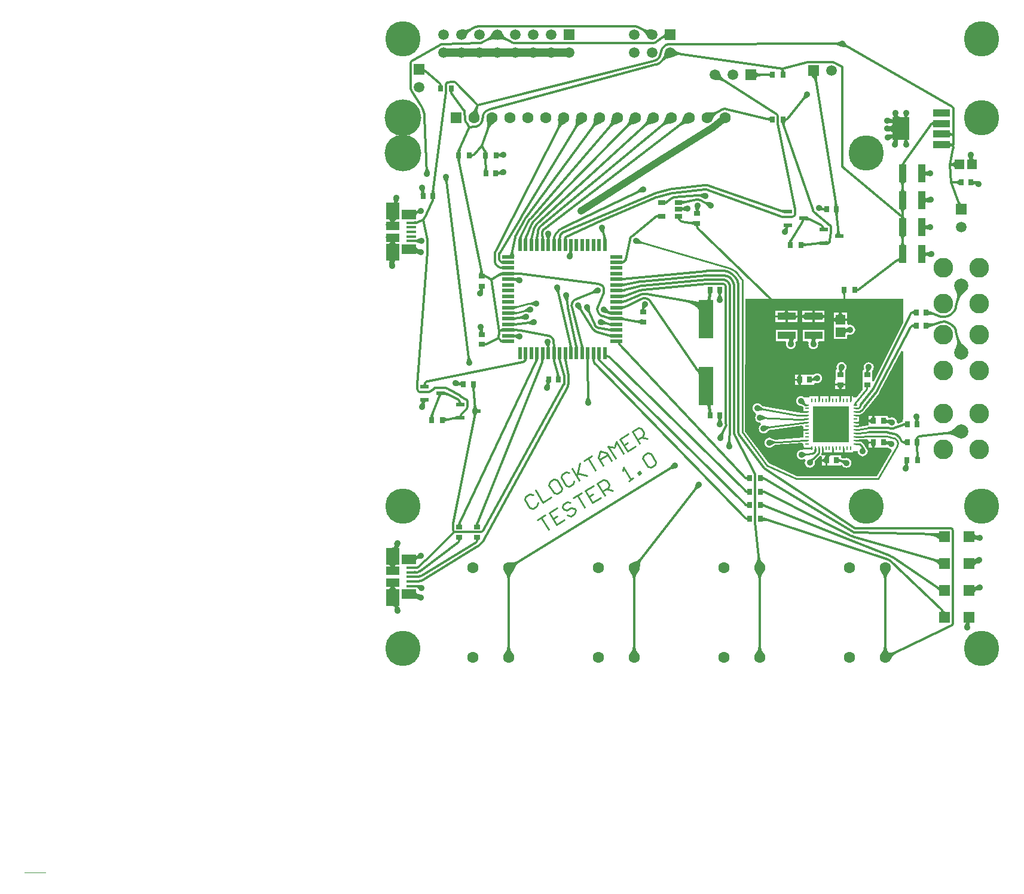
<source format=gtl>
%FSLAX25Y25*%
%MOIN*%
G70*
G01*
G75*
G04 Layer_Physical_Order=1*
G04 Layer_Color=255*
%ADD10C,0.00984*%
%ADD11C,0.01181*%
%ADD12R,0.07480X0.09350*%
%ADD13R,0.07480X0.04626*%
%ADD14R,0.08268X0.05709*%
%ADD15R,0.08268X0.05630*%
%ADD16R,0.05433X0.01575*%
%ADD17R,0.04331X0.02559*%
%ADD18R,0.02756X0.03543*%
%ADD19R,0.02165X0.06890*%
%ADD20R,0.06890X0.02165*%
%ADD21R,0.10236X0.04331*%
%ADD22R,0.05512X0.05512*%
%ADD23R,0.09449X0.12598*%
%ADD24R,0.09449X0.03937*%
%ADD25R,0.04528X0.02362*%
%ADD26R,0.03543X0.02756*%
%ADD27R,0.03150X0.03543*%
%ADD28R,0.03543X0.03150*%
%ADD29R,0.02362X0.00984*%
%ADD30R,0.00984X0.02362*%
%ADD31R,0.20079X0.20079*%
%ADD32R,0.04331X0.10236*%
%ADD33R,0.05512X0.05512*%
%ADD34R,0.07874X0.21654*%
%ADD35R,0.05906X0.05906*%
%ADD36C,0.03937*%
%ADD37C,0.04724*%
%ADD38C,0.01000*%
%ADD39C,0.05906*%
%ADD40C,0.06299*%
%ADD41R,0.06299X0.06299*%
%ADD42C,0.07874*%
%ADD43C,0.11024*%
%ADD44R,0.05906X0.05906*%
%ADD45C,0.19685*%
%ADD46C,0.20472*%
%ADD47C,0.03150*%
%ADD48C,0.03543*%
%ADD49C,0.00000*%
G36*
X490000Y306828D02*
X473690Y274060D01*
X472717Y274289D01*
Y274529D01*
X472717D01*
X472717Y274529D01*
X472717Y274764D01*
Y275000D01*
Y275236D01*
X472717Y275471D01*
X472717Y275471D01*
X472717D01*
Y279964D01*
X472804Y280031D01*
X473239Y280598D01*
X473513Y281259D01*
X473606Y281968D01*
X473513Y282678D01*
X473239Y283338D01*
X472804Y283906D01*
X472236Y284341D01*
X471575Y284615D01*
X470866Y284708D01*
X470157Y284615D01*
X469496Y284341D01*
X468929Y283906D01*
X468493Y283338D01*
X468220Y282678D01*
X468126Y281968D01*
X468220Y281259D01*
X468283Y281107D01*
X467822Y280418D01*
X467478Y280276D01*
X467283D01*
Y275471D01*
X467283D01*
X467283Y275471D01*
X467283Y275236D01*
Y275000D01*
Y274764D01*
X467283Y274529D01*
X467283Y274529D01*
X467283D01*
Y269724D01*
X467283Y269724D01*
X467283D01*
X467451Y269374D01*
X464145Y265276D01*
X462201D01*
Y265685D01*
X459217D01*
Y265630D01*
X456295D01*
Y265685D01*
X453311D01*
Y265630D01*
X450390D01*
Y265685D01*
X447405D01*
Y265630D01*
X444484D01*
Y265685D01*
X441500D01*
Y265630D01*
X437618D01*
Y265276D01*
X434790D01*
X434520Y265483D01*
X433859Y265757D01*
X433150Y265850D01*
X432440Y265757D01*
X431780Y265483D01*
X431212Y265048D01*
X430777Y264480D01*
X430503Y263819D01*
X430410Y263110D01*
X430503Y262401D01*
X430777Y261740D01*
X431212Y261173D01*
X431780Y260737D01*
X432440Y260464D01*
X433150Y260370D01*
X433177Y260374D01*
X433212Y260367D01*
X433212D01*
X433284Y260355D01*
D01*
X433284Y260355D01*
X433848Y260119D01*
X433848D01*
X433863Y260117D01*
X433893Y260072D01*
X433929Y260048D01*
X433960Y260001D01*
X434287Y259783D01*
X434370Y259721D01*
Y259508D01*
Y258500D01*
X434315D01*
Y257222D01*
X433605Y256518D01*
X433520Y256518D01*
X433520Y256518D01*
X433502Y256518D01*
X433458Y256521D01*
X433437Y256522D01*
X431559Y256685D01*
X431558Y256685D01*
X431558Y256685D01*
X431538Y256687D01*
X431500Y256692D01*
X431479Y256696D01*
X431479Y256696D01*
X431478Y256696D01*
X412048Y259993D01*
X412052Y260014D01*
X411695Y260085D01*
X411165Y260439D01*
X411013Y260666D01*
X411013D01*
X410962Y260654D01*
X410837Y260842D01*
X410799Y260867D01*
X410695Y261002D01*
X410127Y261438D01*
X409467Y261712D01*
X408757Y261805D01*
X408048Y261712D01*
X407387Y261438D01*
X406820Y261002D01*
X406385Y260435D01*
X406111Y259774D01*
X406017Y259065D01*
X406111Y258356D01*
X406385Y257695D01*
X406820Y257127D01*
X407387Y256692D01*
X407844Y256503D01*
X408103Y255537D01*
X407848Y255205D01*
X407575Y254544D01*
X407481Y253835D01*
X407575Y253126D01*
X407848Y252465D01*
X408284Y251897D01*
X408851Y251462D01*
X409512Y251188D01*
X410221Y251095D01*
X410431Y251122D01*
X410814Y250198D01*
X410286Y249794D01*
X409851Y249226D01*
X409577Y248566D01*
X409484Y247856D01*
X409577Y247147D01*
X409851Y246486D01*
X410286Y245919D01*
X410854Y245483D01*
X411515Y245210D01*
X412224Y245116D01*
X412933Y245210D01*
X413594Y245483D01*
X414161Y245919D01*
X414278Y246072D01*
X414314Y246095D01*
X414432Y246272D01*
X414465Y246316D01*
X414503Y246289D01*
X414669Y246537D01*
X415199Y246891D01*
X415532Y246957D01*
X415528Y246979D01*
X416927Y247238D01*
X417028Y247254D01*
X433565Y249314D01*
X434315Y248652D01*
Y245673D01*
X434370D01*
Y243760D01*
Y242697D01*
Y242667D01*
X418459Y241571D01*
X418459Y241580D01*
X418391Y241567D01*
X418326Y241562D01*
X417723Y241683D01*
X417287Y241974D01*
X417270Y241955D01*
X417187Y242010D01*
X416848Y242270D01*
X416187Y242544D01*
X415478Y242638D01*
X414769Y242544D01*
X414108Y242270D01*
X413541Y241835D01*
X413105Y241268D01*
X412831Y240607D01*
X412738Y239898D01*
X412831Y239189D01*
X413105Y238528D01*
X413541Y237960D01*
X414108Y237525D01*
X414769Y237251D01*
X415478Y237158D01*
X416187Y237251D01*
X416848Y237525D01*
X417415Y237960D01*
X417445Y237998D01*
X417479Y238021D01*
X417521Y238085D01*
X417554Y238089D01*
X417554D01*
X417617Y238183D01*
X418147Y238537D01*
X418661Y238639D01*
X418661Y238639D01*
Y238639D01*
X418669Y238649D01*
X433639Y239679D01*
X434370Y238997D01*
Y237854D01*
X434724D01*
Y237314D01*
X434098Y235801D01*
X433973Y235691D01*
X433339Y235775D01*
X432630Y235681D01*
X431969Y235407D01*
X431401Y234972D01*
X430966Y234405D01*
X430692Y233744D01*
X430599Y233035D01*
X430692Y232326D01*
X430966Y231665D01*
X431401Y231097D01*
X431969Y230662D01*
X432630Y230388D01*
X433339Y230295D01*
X434048Y230388D01*
X434709Y230662D01*
X435056Y230928D01*
X435763Y230221D01*
X435592Y229998D01*
X435318Y229337D01*
X435225Y228628D01*
X435318Y227919D01*
X435592Y227258D01*
X436027Y226691D01*
X436595Y226255D01*
X437256Y225981D01*
X437965Y225888D01*
X438674Y225981D01*
X439335Y226255D01*
X439902Y226691D01*
X440338Y227258D01*
X440612Y227919D01*
X440705Y228628D01*
X440666Y228923D01*
X440670Y228944D01*
X440650Y229044D01*
X440616Y229303D01*
X440641Y229309D01*
Y229309D01*
Y229309D01*
X440641Y229309D01*
X440641Y229309D01*
Y229309D01*
D01*
X440641Y229309D01*
X440641D01*
X440726Y229776D01*
X440726Y229776D01*
X440725Y229779D01*
X440744Y229802D01*
X440793Y229857D01*
X440819Y229882D01*
X440819Y229882D01*
X442738Y231735D01*
X442738Y231735D01*
X442849Y231842D01*
X442883Y231891D01*
X442931Y231927D01*
X443134Y232158D01*
X443164Y232210D01*
X443209Y232250D01*
X443290Y232358D01*
X444287Y232430D01*
X444358Y232359D01*
D01*
X444669Y232049D01*
Y230591D01*
X446654D01*
Y232772D01*
X445391D01*
D01*
X444770Y232772D01*
X444537Y233207D01*
X444504Y233268D01*
D01*
X444393Y233477D01*
D01*
X444298Y233653D01*
X444347Y233726D01*
X444458Y234287D01*
Y234287D01*
D01*
X444722Y234551D01*
X446453D01*
Y234606D01*
X449374D01*
Y234551D01*
X452358D01*
Y234606D01*
X455279D01*
Y234551D01*
X458264D01*
Y234606D01*
X462146D01*
Y234961D01*
X464765D01*
X464853Y234291D01*
X465127Y233630D01*
X465563Y233063D01*
X466130Y232627D01*
X466791Y232353D01*
X467500Y232260D01*
X468209Y232353D01*
X468870Y232627D01*
X469437Y233063D01*
X469873Y233630D01*
X470147Y234291D01*
X470240Y235000D01*
X470147Y235709D01*
X469873Y236370D01*
X469437Y236937D01*
X469277Y237061D01*
X469254Y237095D01*
X469083Y237209D01*
X469026Y237253D01*
D01*
Y237253D01*
X469050Y237288D01*
D01*
D01*
D01*
D01*
D01*
D01*
D01*
X469050Y237288D01*
X469050Y237288D01*
D01*
X469050Y237288D01*
X468876Y237862D01*
X468872Y237880D01*
X468854Y237973D01*
X468832Y238005D01*
X468832Y238005D01*
X468536Y238448D01*
Y238448D01*
X466657Y240327D01*
X466182Y240645D01*
X465621Y240757D01*
X465449D01*
Y241789D01*
X470133Y241929D01*
X470850Y241232D01*
Y240591D01*
X473425D01*
Y240000D01*
X474016D01*
Y237228D01*
X476000D01*
Y237283D01*
X476417D01*
Y237283D01*
X481457D01*
X481457Y237283D01*
Y237283D01*
X481520Y237305D01*
X481538Y237281D01*
X482106Y236846D01*
X482767Y236572D01*
X483231Y236511D01*
D01*
X483513Y235938D01*
X483560Y235844D01*
X483564Y235814D01*
X483564D01*
X483591Y235603D01*
X483591D01*
X483605Y235497D01*
X483673Y235614D01*
D01*
X475350Y221276D01*
X430796D01*
X415049Y228417D01*
X401849Y246200D01*
X401909Y320000D01*
X490000D01*
Y306828D01*
D02*
G37*
G36*
Y290872D02*
Y252716D01*
X489724D01*
Y251419D01*
X489624Y251402D01*
X489470Y251343D01*
X489469Y251342D01*
X489467Y251342D01*
X487324Y250514D01*
X486538Y251132D01*
X486557Y251280D01*
X486464Y251990D01*
X486190Y252650D01*
X485755Y253218D01*
X485187Y253653D01*
X484526Y253927D01*
X483817Y254020D01*
X483108Y253927D01*
X482644Y253734D01*
X482583Y253723D01*
X482532Y253688D01*
X482447Y253653D01*
X482382Y253603D01*
X482330Y253613D01*
D01*
X482330Y253613D01*
D01*
D01*
X482330Y253613D01*
Y253613D01*
X482302Y253607D01*
X481457Y254024D01*
Y254685D01*
X476417D01*
Y254685D01*
X476055D01*
X476000Y254740D01*
Y254740D01*
X474016D01*
Y251969D01*
X473425D01*
Y251378D01*
X470850D01*
Y249999D01*
X470799Y249661D01*
X470790Y249661D01*
X470465Y249581D01*
X470246Y249533D01*
X470231Y249523D01*
X470197Y249515D01*
X470134Y249469D01*
X466207Y248874D01*
X465449Y249526D01*
Y249610D01*
Y252594D01*
D01*
Y252594D01*
X465449Y252594D01*
Y253547D01*
X465449D01*
Y255543D01*
X465717D01*
X466277Y255654D01*
X466752Y255972D01*
X467034Y256254D01*
X467395Y256525D01*
X467395Y256525D01*
X467631Y256702D01*
X467631Y256702D01*
X467830Y256851D01*
X467893Y256922D01*
X467974Y256974D01*
X468329Y257321D01*
X468383Y257399D01*
X468455Y257461D01*
X468609Y257655D01*
Y257655D01*
X469183Y258381D01*
X469574Y258713D01*
X476240Y267131D01*
X476240Y267131D01*
X476240Y267132D01*
X476357Y267279D01*
X476390Y267343D01*
X476440Y267395D01*
X476649Y267716D01*
X476677Y267783D01*
X476722Y267840D01*
X476810Y268005D01*
X476810Y268005D01*
X489029Y291113D01*
X490000Y290872D01*
D02*
G37*
%LPC*%
G36*
X455630Y284787D02*
X454921Y284694D01*
X454260Y284420D01*
X453692Y283985D01*
X453257Y283417D01*
X452983Y282756D01*
X452890Y282047D01*
X452983Y281338D01*
X453079Y281107D01*
X452523Y280276D01*
X452283D01*
Y275526D01*
X452283D01*
X452283Y275526D01*
X452283Y275236D01*
Y275236D01*
X452228Y274819D01*
X452228Y274529D01*
X452228Y274529D01*
X452228D01*
Y272835D01*
X457772D01*
Y274529D01*
X457772D01*
X457772Y274529D01*
X457772Y274819D01*
X457717Y275236D01*
Y275236D01*
X457717Y275526D01*
X457717Y275526D01*
X457717D01*
Y280276D01*
X457717Y280276D01*
X457717D01*
X457708Y280293D01*
X458003Y280677D01*
X458277Y281338D01*
X458370Y282047D01*
X458277Y282756D01*
X458003Y283417D01*
X457567Y283985D01*
X457000Y284420D01*
X456339Y284694D01*
X455630Y284787D01*
D02*
G37*
G36*
X431653Y274410D02*
X429669D01*
Y272228D01*
X431653D01*
Y274410D01*
D02*
G37*
G36*
Y277772D02*
X429669D01*
Y275591D01*
X431653D01*
Y277772D01*
D02*
G37*
G36*
X441968Y278606D02*
X441259Y278513D01*
X440598Y278239D01*
X440031Y277804D01*
X439964Y277716D01*
X435526D01*
Y277717D01*
X435526Y277716D01*
X435236Y277717D01*
X435236D01*
X434819Y277772D01*
X434529Y277772D01*
X434529Y277772D01*
Y277772D01*
X432835D01*
Y275000D01*
Y272228D01*
X434529D01*
Y272228D01*
X434529Y272228D01*
X434819Y272228D01*
X435236Y272284D01*
X435236D01*
X435526Y272284D01*
X435526Y272284D01*
Y272284D01*
X440276D01*
Y272478D01*
X440418Y272822D01*
X441107Y273283D01*
X441259Y273219D01*
X441968Y273126D01*
X442678Y273219D01*
X443338Y273493D01*
X443906Y273929D01*
X444341Y274496D01*
X444615Y275157D01*
X444708Y275866D01*
X444615Y276575D01*
X444341Y277236D01*
X443906Y277804D01*
X443338Y278239D01*
X442678Y278513D01*
X441968Y278606D01*
D02*
G37*
G36*
X457772Y271654D02*
X455591D01*
Y269669D01*
X457772D01*
Y271654D01*
D02*
G37*
G36*
X446654Y229409D02*
X444669D01*
Y227228D01*
X446654D01*
Y229409D01*
D02*
G37*
G36*
X449529Y232772D02*
Y232772D01*
X447835D01*
Y230000D01*
Y227228D01*
X449529D01*
Y227228D01*
X449529Y227228D01*
X449819Y227228D01*
X450236Y227283D01*
X450236D01*
X450526Y227284D01*
X450526Y227283D01*
Y227284D01*
X455276D01*
Y227283D01*
X455446Y227480D01*
X455972Y227446D01*
X456102Y227244D01*
X456041Y227391D01*
X455977Y227446D01*
X455983Y227446D01*
X455983D01*
X455997Y227452D01*
X456041Y227391D01*
X455999Y227453D01*
Y227453D01*
X455999D01*
X456041Y227391D01*
X456102Y227244D01*
X456537Y226677D01*
X457105Y226241D01*
X457766Y225968D01*
X458475Y225874D01*
X459184Y225968D01*
X459845Y226241D01*
X460412Y226677D01*
X460848Y227244D01*
X461121Y227905D01*
X461215Y228614D01*
X461121Y229323D01*
X460848Y229984D01*
X460412Y230552D01*
X459845Y230987D01*
X459184Y231261D01*
X458475Y231354D01*
X457766Y231261D01*
X457519Y231159D01*
X457374Y231130D01*
X457329Y231100D01*
X457306Y231106D01*
Y231106D01*
X456327Y231061D01*
Y231061D01*
X456320Y231058D01*
X455465Y231367D01*
X455465D01*
X455320Y231419D01*
X455276Y231426D01*
Y232716D01*
X450526D01*
Y232716D01*
X450526Y232716D01*
X450236Y232716D01*
X450236D01*
X449819Y232772D01*
X449529Y232772D01*
X449529Y232772D01*
D02*
G37*
G36*
X472835Y239409D02*
X470850D01*
Y237228D01*
X472835D01*
Y239409D01*
D02*
G37*
G36*
X454410Y271654D02*
X452228D01*
Y269669D01*
X454410D01*
Y271654D01*
D02*
G37*
G36*
X472835Y254740D02*
X470850D01*
Y252559D01*
X472835D01*
Y254740D01*
D02*
G37*
G36*
X431063Y302795D02*
X418937D01*
Y296575D01*
X424260D01*
X424816Y295743D01*
X424687Y295434D01*
X424594Y294724D01*
X424687Y294015D01*
X424961Y293354D01*
X425396Y292787D01*
X425964Y292352D01*
X426625Y292078D01*
X427334Y291984D01*
X428043Y292078D01*
X428704Y292352D01*
X429271Y292787D01*
X429707Y293354D01*
X429981Y294015D01*
X430074Y294724D01*
X429981Y295434D01*
X429852Y295743D01*
X430163Y296209D01*
X430711Y296575D01*
X431063D01*
Y302795D01*
D02*
G37*
G36*
X424409Y313480D02*
X418882D01*
Y310906D01*
X424409D01*
Y313480D01*
D02*
G37*
G36*
X458756Y312299D02*
X455590D01*
Y309134D01*
X458756D01*
Y312299D01*
D02*
G37*
G36*
X454409D02*
X451244D01*
Y309134D01*
X454409D01*
Y312299D01*
D02*
G37*
G36*
X446118Y313480D02*
X440590D01*
Y310906D01*
X446118D01*
Y313480D01*
D02*
G37*
G36*
X439409D02*
X433882D01*
Y310906D01*
X439409D01*
Y313480D01*
D02*
G37*
G36*
X431118D02*
X425591D01*
Y310906D01*
X431118D01*
Y313480D01*
D02*
G37*
G36*
X424409Y309724D02*
X418882D01*
Y307150D01*
X424409D01*
Y309724D01*
D02*
G37*
G36*
X458756Y307953D02*
X451244D01*
Y304787D01*
X451299D01*
Y297756D01*
X458701D01*
Y299823D01*
X459532Y300379D01*
X459803Y300267D01*
X460512Y300173D01*
X461221Y300267D01*
X461882Y300540D01*
X462449Y300976D01*
X462885Y301543D01*
X463158Y302204D01*
X463252Y302913D01*
X463158Y303623D01*
X462885Y304283D01*
X462449Y304851D01*
X461882Y305286D01*
X461221Y305560D01*
X460512Y305653D01*
X459803Y305560D01*
X459587Y305471D01*
X458756Y306026D01*
Y307953D01*
D02*
G37*
G36*
X446063Y302795D02*
X433937D01*
Y296575D01*
X436847D01*
X437403Y295743D01*
X437275Y295434D01*
X437181Y294724D01*
X437275Y294015D01*
X437548Y293354D01*
X437984Y292787D01*
X438551Y292352D01*
X439212Y292078D01*
X439921Y291984D01*
X440630Y292078D01*
X441291Y292352D01*
X441859Y292787D01*
X442294Y293354D01*
X442568Y294015D01*
X442661Y294724D01*
X442568Y295434D01*
X442440Y295743D01*
X442995Y296575D01*
X446063D01*
Y302795D01*
D02*
G37*
G36*
X446118Y309724D02*
X440590D01*
Y307150D01*
X446118D01*
Y309724D01*
D02*
G37*
G36*
X439409D02*
X433882D01*
Y307150D01*
X439409D01*
Y309724D01*
D02*
G37*
G36*
X431118D02*
X425591D01*
Y307150D01*
X431118D01*
Y309724D01*
D02*
G37*
%LPD*%
D10*
X466782Y236059D02*
G03*
X467500Y237412I-917J1353D01*
G01*
D02*
G03*
X468218Y236059I1634J0D01*
G01*
X434348Y262663D02*
G03*
X434761Y261410I989J-369D01*
G01*
X434337Y261686D02*
G03*
X433414Y261858I-669J-1027D01*
G01*
X434428Y263060D02*
G03*
X435314Y261070I2461J-97D01*
G01*
X434337Y261686D02*
G03*
X433414Y261858I-669J-1027D01*
G01*
X434414Y262912D02*
G03*
X434949Y261108I2165J-339D01*
G01*
X434949Y261108D02*
G03*
X433212Y261832I-1630J-1465D01*
G01*
X437973Y229907D02*
G03*
X439570Y230680I12J2013D01*
G01*
X439570D02*
G03*
X439205Y228944I1585J-1240D01*
G01*
X434262Y233921D02*
G03*
X435893Y233337I1403J1348D01*
G01*
D02*
G03*
X434443Y232388I229J-1932D01*
G01*
X409801Y259806D02*
G03*
X411803Y258548I2519J1788D01*
G01*
X411803Y258548D02*
G03*
X409498Y258022I-517J-3046D01*
G01*
X411164Y254700D02*
G03*
X413308Y253703I2275J2090D01*
G01*
X413308Y253703D02*
G03*
X411087Y252892I-131J-3086D01*
G01*
X416318Y240862D02*
G03*
X418560Y240110I2029J2329D01*
G01*
D02*
G03*
X416443Y239057I212J-3082D01*
G01*
X284610Y316511D02*
G03*
X282452Y317477I-2245J-2122D01*
G01*
X282452Y317477D02*
G03*
X284660Y318320I86J3088D01*
G01*
X281263Y312992D02*
G03*
X279084Y313433I-1602J-2309D01*
G01*
X279084Y313433D02*
G03*
X280902Y314713I-577J2751D01*
G01*
X412948Y248911D02*
G03*
X415261Y248419I1750J2546D01*
G01*
X415261Y248419D02*
G03*
X413278Y247131I563J-3037D01*
G01*
X342295Y352926D02*
G03*
X344141Y351449I2706J1490D01*
G01*
D02*
G03*
X341791Y351188I-860J-2967D01*
G01*
X462551Y267658D02*
G03*
X460709Y266984I-195J-2321D01*
G01*
X460709Y266984D02*
G03*
X461383Y268826I-1647J1647D01*
G01*
X466991Y251102D02*
G03*
X468857Y252089I0J2258D01*
G01*
X465130Y251102D02*
G03*
X468043Y252643I0J3526D01*
G01*
X468287Y251197D02*
G03*
X466879Y250614I0J-1992D01*
G01*
X466236Y249971D02*
G03*
X467020Y252302I-1954J1954D01*
G01*
X467121Y253003D02*
G03*
X466748Y255039I-1661J749D01*
G01*
X467814Y251288D02*
G03*
X466913Y251102I-310J-777D01*
G01*
D02*
G03*
X467099Y252003I-591J591D01*
G01*
X463236Y261547D02*
G03*
X463268Y260945I743J-262D01*
G01*
X440775Y234732D02*
G03*
X441024Y236043I-1459J955D01*
G01*
X434559Y261542D02*
G03*
X435807Y260945I1345J1208D01*
G01*
X455766Y271479D02*
G03*
X455000Y269630I1848J-1848D01*
G01*
Y269630D02*
G03*
X454234Y271479I-2614J0D01*
G01*
X446479Y230962D02*
G03*
X447244Y232811I-1848J1848D01*
G01*
D02*
G03*
X448010Y230962I2614J0D01*
G01*
X446479Y229234D02*
G03*
X444630Y230000I-1848J-1848D01*
G01*
X444630D02*
G03*
X446479Y230766I0J2614D01*
G01*
X472379Y239524D02*
G03*
X471699Y239981I-602J-161D01*
G01*
X471723Y239984D02*
G03*
X472570Y240467I-160J1264D01*
G01*
X470413Y271350D02*
G03*
X469902Y270381I661J-969D01*
G01*
Y270381D02*
G03*
X469341Y271265I-977J0D01*
G01*
X457674Y323980D02*
G03*
X457047Y322468I1512J-1512D01*
G01*
Y322468D02*
G03*
X456421Y323980I-2139J0D01*
G01*
X454150Y309499D02*
G03*
X455000Y311394I-1685J1894D01*
G01*
X453496Y310235D02*
G03*
X455000Y313586I-2981J3351D01*
G01*
Y311394D02*
G03*
X455850Y309499I2535J0D01*
G01*
X455000Y313586D02*
G03*
X456504Y310235I4485J0D01*
G01*
X272556Y312627D02*
G03*
X274337Y312332I1247J2001D01*
G01*
X272725Y312468D02*
G03*
X273389Y312126I664J473D01*
G01*
D02*
G03*
X272725Y311784I0J-815D01*
G01*
X272536Y315789D02*
G03*
X274463Y315547I1255J2205D01*
G01*
X272723Y315621D02*
G03*
X273399Y315276I676J488D01*
G01*
D02*
G03*
X272723Y314930I0J-833D01*
G01*
X455000Y268382D02*
Y272244D01*
X447244Y230000D02*
Y231772D01*
Y233559D01*
X455000Y308543D02*
Y313587D01*
X460709Y263504D02*
Y264193D01*
X456772Y235482D02*
Y236732D01*
Y235482D02*
X456785Y235346D01*
X456797Y235279D01*
X457054Y233909D01*
X457067Y233764D02*
Y233801D01*
X457060Y233874D02*
X457067Y233801D01*
X457054Y233909D02*
X457060Y233874D01*
X435191Y247165D02*
X436496D01*
X433528Y246673D02*
X433590D01*
X433712Y246694D01*
X433771Y246715D01*
X435198Y257008D02*
X436496D01*
X434858Y257080D02*
X434968Y257044D01*
X435198Y257008D01*
X433528Y257514D02*
X434858Y257080D01*
X455098Y270669D02*
X455935Y271506D01*
X455098Y270669D02*
Y271161D01*
X455000Y272244D02*
X455098Y271161D01*
X454016Y310807D02*
Y311299D01*
Y310807D02*
X455000Y308543D01*
X443882Y230000D02*
X447244D01*
X445105Y234915D02*
X445655Y233764D01*
X444961Y235385D02*
X445034Y235063D01*
X445105Y234915D01*
X444961Y235385D02*
Y236732D01*
X470063Y239782D02*
X470092D01*
X470152Y239785D01*
X470181Y239789D01*
X471850Y240000D01*
X473425D01*
X457047Y318137D02*
Y325000D01*
X454311Y266410D02*
Y266472D01*
Y266410D02*
X454332Y266288D01*
X454352Y266229D01*
X454803Y263504D02*
Y264809D01*
X465218Y249350D02*
X466236Y249971D01*
X463268Y249134D02*
X464651D01*
X465043Y249244D01*
X465218Y249350D01*
X469902Y271161D02*
X470000Y272244D01*
X469902Y270669D02*
Y271161D01*
X469531Y269619D02*
X469710Y269841D01*
X469902Y270384D01*
Y270669D01*
X463529Y262178D02*
X469531Y269619D01*
X463403Y262021D02*
X463529Y262178D01*
X463268Y261639D02*
X463403Y262021D01*
X463268Y261437D02*
Y261639D01*
Y260945D02*
Y261437D01*
X430479Y219811D02*
X476194D01*
X400384Y245716D02*
X414098Y227240D01*
X400384Y245716D02*
X400453Y330539D01*
X463268Y243228D02*
X463957D01*
X464449D01*
X464669Y243232D01*
X471800Y243444D01*
X471850Y243445D01*
X480512D01*
X480812Y243421D02*
X480911Y243396D01*
X480611Y243445D02*
X480812Y243421D01*
X480512Y243445D02*
X480611D01*
X480911Y243396D02*
X484298Y242564D01*
X486455Y237489D02*
X486864Y238194D01*
X486965Y239819D01*
X486326Y241318D02*
X486965Y239819D01*
X485090Y242369D02*
X486326Y241318D01*
X484298Y242564D02*
X485090Y242369D01*
X476194Y219811D02*
X486455Y237489D01*
X398163Y333531D02*
X400453Y330539D01*
X397619Y334242D02*
X398163Y333531D01*
X396333Y335458D02*
X397619Y334242D01*
X394871Y336456D02*
X396333Y335458D01*
X393269Y337211D02*
X394871Y336456D01*
X392427Y337454D02*
X393269Y337211D01*
X341174Y352309D02*
X392427Y337454D01*
X414098Y227240D02*
X430479Y219811D01*
X279084Y313433D02*
X281992Y314043D01*
X279012Y313417D02*
X279084Y313433D01*
X273572Y312154D02*
X279012Y313417D01*
X273327Y312126D02*
X273389D01*
X273511Y312140D01*
X273572Y312154D01*
X272835Y312126D02*
X273327D01*
X269882D02*
X272835D01*
X435807Y251102D02*
X436496D01*
X435315D02*
X435807D01*
X435232D02*
X435315D01*
X435069Y251084D02*
X435232Y251102D01*
X434989Y251066D02*
X435069Y251084D01*
X434807Y251028D02*
X434989Y251066D01*
X433913Y250851D02*
X434807Y251028D01*
X433438Y250774D02*
X433556Y250789D01*
X433789Y250826D01*
X433913Y250851D01*
X416825Y248705D02*
X433438Y250774D01*
X416681Y248682D02*
X416825Y248705D01*
X412224Y247856D02*
X416681Y248682D01*
X282088Y317487D02*
X285539Y317390D01*
X281835Y317494D02*
X282088Y317487D01*
X281327Y317433D02*
X281835Y317494D01*
X281080Y317365D02*
X281327Y317433D01*
X273613Y315314D02*
X281080Y317365D01*
X273327Y315276D02*
X273399D01*
X273543Y315295D01*
X273613Y315314D01*
X272835Y315276D02*
X273327D01*
X269882D02*
X272835D01*
X435807Y241260D02*
X436496D01*
X435315D02*
X435807D01*
X435213Y241256D02*
X435315Y241260D01*
X415478Y239898D02*
X435213Y241256D01*
X410221Y253835D02*
X432402Y252892D01*
X432598Y252888D01*
X433528D01*
X433673D01*
X433955Y252906D01*
X434099Y252923D01*
X435254Y253067D01*
X435300Y253071D02*
X435315D01*
X435269Y253069D02*
X435300Y253071D01*
X435254Y253067D02*
X435269Y253069D01*
X435315Y253071D02*
X435807D01*
X436496D01*
X408757Y259065D02*
X431233Y255251D01*
X431284Y255242D01*
X431382Y255230D01*
X431432Y255226D01*
X433315Y255062D01*
X433362Y255058D01*
X433461Y255053D01*
X433509Y255053D01*
X435288Y255039D01*
X435315D01*
X435807D01*
X436496D01*
X441024Y236043D02*
Y236732D01*
Y235551D02*
Y236043D01*
X440138Y234198D02*
X440541Y234374D01*
X441024Y235111D01*
Y235551D01*
X439724Y234018D02*
X440138Y234198D01*
X439327Y233900D02*
X439431Y233917D01*
X439630Y233976D01*
X439724Y234018D01*
X436003Y233353D02*
X439327Y233900D01*
X435893Y233337D02*
X436003Y233353D01*
X433339Y233035D02*
X435893Y233337D01*
X442992Y236043D02*
Y236732D01*
Y235551D02*
Y236043D01*
X442303Y233484D02*
X442638Y233931D01*
X442992Y235551D02*
X442993Y234286D01*
X442126Y233248D02*
X442303Y233484D01*
X441721Y232789D02*
X441832Y232896D01*
X442036Y233128D01*
X442126Y233248D01*
X439800Y230935D02*
X441721Y232789D01*
X439738Y230875D02*
X439800Y230935D01*
X439623Y230747D02*
X439738Y230875D01*
X439570Y230680D02*
X439623Y230747D01*
X437965Y228628D02*
X439570Y230680D01*
X466071Y257363D02*
X466516Y257697D01*
X466752Y257874D01*
X466950Y258023D01*
X467306Y258370D01*
X467459Y258564D01*
X468347Y259685D01*
X463268Y258976D02*
X463957D01*
X464449D01*
X464875D01*
X465598Y259432D01*
X465781Y259817D01*
X466339Y260984D01*
X463268Y245197D02*
X463957D01*
X464449D01*
X464581D01*
X464845Y245210D01*
X464979Y245223D01*
X470956Y245811D01*
X463268Y247165D02*
X463957D01*
X464449D01*
X464581D01*
X464839Y247185D01*
X464965Y247204D01*
X470861Y248097D01*
X433150Y263110D02*
X434949Y261108D01*
X435019Y261030D01*
X435210Y260945D01*
X436496D01*
X466236Y249971D02*
X468287Y252022D01*
Y252477D01*
X463268Y239291D02*
X465621D01*
X467500Y237412D01*
Y235000D02*
Y237412D01*
X463268Y255039D02*
X466748D01*
X468287Y253500D01*
Y252477D02*
Y253500D01*
X442992Y263504D02*
Y269508D01*
X442500Y270000D02*
X442992Y269508D01*
X448898Y266398D02*
X450000Y267500D01*
X448898Y263504D02*
Y266398D01*
X454803Y263504D02*
Y267272D01*
X454958Y267427D01*
X455052Y266472D01*
X454865Y268382D02*
X454958Y267427D01*
X460709Y263504D02*
Y266984D01*
X462658Y268934D01*
X430335Y247165D02*
X436496D01*
X430000Y247500D02*
X430335Y247165D01*
X450866Y233366D02*
Y236732D01*
X463268Y251102D02*
X466913D01*
X468287Y252477D01*
X463268Y241260D02*
X468585D01*
X470063Y239782D01*
X433268Y236732D02*
X439055D01*
X432500Y237500D02*
X433268Y236732D01*
X463268Y257008D02*
X463978D01*
X463978Y257008D02*
X465717D01*
X463978Y257008D02*
X463978Y257008D01*
X464018Y256968D01*
X465717Y257008D02*
X466071Y257363D01*
X442638Y233931D02*
X442993Y234286D01*
D11*
X303056Y321282D02*
G03*
X302478Y319177I2252J-1750D01*
G01*
X302478Y319177D02*
G03*
X301398Y321074I-2829J-355D01*
G01*
X322957Y359222D02*
G03*
X322693Y357056I2482J-1403D01*
G01*
X322693Y357056D02*
G03*
X321348Y358775I-2747J-764D01*
G01*
X322426Y307775D02*
G03*
X324160Y306450I2466J1431D01*
G01*
D02*
G03*
X321997Y306160I-732J-2756D01*
G01*
X314892Y314932D02*
G03*
X314969Y312752I2671J-998D01*
G01*
X314969Y312752D02*
G03*
X313372Y314239I-2594J-1183D01*
G01*
X319177Y323756D02*
G03*
X316994Y323739I-1071J-2643D01*
G01*
X316994Y323739D02*
G03*
X318526Y325294I-1111J2626D01*
G01*
X223695Y390618D02*
G03*
X224434Y392671I-2110J1918D01*
G01*
D02*
G03*
X225364Y390697I2848J136D01*
G01*
X313496Y263040D02*
G03*
X314317Y265062I-2030J2003D01*
G01*
X314317Y265062D02*
G03*
X315166Y263051I2851J19D01*
G01*
X235926Y387430D02*
G03*
X235351Y385325I2253J-1747D01*
G01*
X235351Y385325D02*
G03*
X234269Y387220I-2829J-358D01*
G01*
X247201Y285078D02*
G03*
X247776Y287183I-2253J1747D01*
G01*
X247776Y287183D02*
G03*
X248858Y285288I2829J358D01*
G01*
X491025Y226611D02*
G03*
X491740Y227699I-411J1049D01*
G01*
X491746Y227507D02*
G03*
X492262Y226376I1623J57D01*
G01*
X490941Y226574D02*
G03*
X492012Y227918I-870J1792D01*
G01*
X492012D02*
G03*
X492386Y226241I1941J-448D01*
G01*
X482010Y420167D02*
G03*
X483999Y418555I2940J1595D01*
G01*
X483330Y418754D02*
G03*
X481535Y418566I-671J-2261D01*
G01*
X482010Y420167D02*
G03*
X483999Y418555I2940J1595D01*
G01*
X483330Y418754D02*
G03*
X481535Y418566I-671J-2261D01*
G01*
X481831Y420414D02*
G03*
X483811Y419528I2055J1938D01*
G01*
X483811Y419528D02*
G03*
X481787Y418749I-75J-2823D01*
G01*
X292542Y295332D02*
G03*
X292106Y293534I1744J-1374D01*
G01*
D02*
G03*
X291028Y295038I-2180J-424D01*
G01*
X324240Y314358D02*
G03*
X325552Y312613I2761J711D01*
G01*
X325552Y312613D02*
G03*
X323391Y312919I-1450J-2455D01*
G01*
X275027Y298408D02*
G03*
X273549Y299504I-1931J-1059D01*
G01*
X273549D02*
G03*
X275343Y299913I453J2155D01*
G01*
X368872Y369626D02*
G03*
X367157Y370028I-1284J-1617D01*
G01*
D02*
G03*
X368558Y371096I-431J2019D01*
G01*
X423966Y358596D02*
G03*
X424966Y359459I-286J1343D01*
G01*
X424966D02*
G03*
X425156Y358152I1287J-481D01*
G01*
X423967Y358596D02*
G03*
X424965Y359456I-285J1341D01*
G01*
Y359456D02*
G03*
X425155Y358153I1278J-479D01*
G01*
X423900Y358580D02*
G03*
X425021Y359604I-442J1610D01*
G01*
X425021Y359604D02*
G03*
X425195Y358097I1557J-584D01*
G01*
X424948Y359195D02*
G03*
X425183Y358115I1422J-256D01*
G01*
X424948Y359195D02*
G03*
X425183Y358115I1422J-256D01*
G01*
X222253Y261908D02*
G03*
X222661Y260698I1664J-112D01*
G01*
X221471Y261063D02*
G03*
X222484Y262006I-373J1416D01*
G01*
Y262006D02*
G03*
X222708Y260641I1386J-473D01*
G01*
X221472Y261064D02*
G03*
X222483Y262003I-371J1414D01*
G01*
Y262003D02*
G03*
X222707Y260643I1377J-472D01*
G01*
X221412Y261046D02*
G03*
X222530Y262141I-530J1660D01*
G01*
Y262141D02*
G03*
X222744Y260592I1641J-563D01*
G01*
X222466Y261753D02*
G03*
X222732Y260609I1514J-251D01*
G01*
X222466Y261753D02*
G03*
X222732Y260609I1514J-251D01*
G01*
X204533Y339668D02*
G03*
X205634Y340940I-763J1772D01*
G01*
X205634Y340940D02*
G03*
X205949Y339286I1869J-501D01*
G01*
X203977Y339173D02*
G03*
X204261Y341332I-2464J1422D01*
G01*
X204259Y341341D02*
G03*
X205591Y339605I2760J740D01*
G01*
X204165Y339418D02*
G03*
X205000Y341434I-2016J2016D01*
G01*
D02*
G03*
X205835Y339418I2851J0D01*
G01*
X207971Y375362D02*
G03*
X206771Y373972I1078J-2144D01*
G01*
X206570Y373365D02*
G03*
X206386Y375887I-3136J1038D01*
G01*
X207971Y375362D02*
G03*
X206771Y373972I1078J-2144D01*
G01*
X206570Y373365D02*
G03*
X206386Y375887I-3136J1038D01*
G01*
X208186Y375500D02*
G03*
X207286Y373744I1541J-1898D01*
G01*
D02*
G03*
X206595Y375592I-2440J141D01*
G01*
X220087Y345732D02*
G03*
X219419Y346564I-1337J-390D01*
G01*
X218784Y346912D02*
G03*
X220529Y347020I787J1434D01*
G01*
X220404Y345210D02*
G03*
X217329Y346405I-2980J-3114D01*
G01*
X219392Y346450D02*
G03*
X220367Y346880I-31J1392D01*
G01*
X220077Y345766D02*
G03*
X218608Y347654I-2921J-758D01*
G01*
X219080Y347395D02*
G03*
X220890Y347197I1144J2086D01*
G01*
X220404Y345210D02*
G03*
X217578Y346308I-2739J-2862D01*
G01*
X219147Y346342D02*
G03*
X220367Y346880I-38J1742D01*
G01*
X220134Y345599D02*
G03*
X218925Y346624I-1631J-697D01*
G01*
X218925D02*
G03*
X220471Y346976I421J1723D01*
G01*
X220477Y351672D02*
G03*
X218588Y352384I-1762J-1815D01*
G01*
X218588D02*
G03*
X220396Y353281I-127J2527D01*
G01*
X531539Y186335D02*
G03*
X530377Y187373I-1610J-633D01*
G01*
X530377Y187373D02*
G03*
X531902Y187691I448J1670D01*
G01*
X531803Y185932D02*
G03*
X529786Y186767I-2016J-2016D01*
G01*
D02*
G03*
X531803Y187602I0J2851D01*
G01*
X532158Y157959D02*
G03*
X529136Y157928I-1474J-3664D01*
G01*
X530563Y158537D02*
G03*
X531503Y159496I-688J1614D01*
G01*
X532041Y158014D02*
G03*
X530337Y158089I-931J-1739D01*
G01*
X530337Y158089D02*
G03*
X531461Y159372I-772J1810D01*
G01*
X531809Y158176D02*
G03*
X530092Y158699I-1419J-1579D01*
G01*
Y158699D02*
G03*
X531596Y159679I-299J2102D01*
G01*
X531718Y173501D02*
G03*
X530791Y173892I-936J-924D01*
G01*
X531718Y173501D02*
G03*
X530372Y174069I-1359J-1341D01*
G01*
X529040Y174078D02*
G03*
X531729Y175171I25J3793D01*
G01*
X531884Y173362D02*
G03*
X530090Y173444I-962J-1381D01*
G01*
X530802Y173849D02*
G03*
X531420Y174644I-650J1144D01*
G01*
X532246Y173192D02*
G03*
X530467Y172969I-621J-2259D01*
G01*
X529951Y172676D02*
G03*
X531412Y174611I-1514J2662D01*
G01*
X531818Y173411D02*
G03*
X530290Y173739I-1090J-1354D01*
G01*
X530290D02*
G03*
X531463Y174771I-439J1681D01*
G01*
X531853Y173384D02*
G03*
X530181Y173710I-1175J-1576D01*
G01*
X530181D02*
G03*
X531480Y174812I-496J1902D01*
G01*
X531818Y173411D02*
G03*
X530290Y173739I-1090J-1354D01*
G01*
X530290D02*
G03*
X531463Y174771I-439J1681D01*
G01*
X525045Y137819D02*
G03*
X526277Y139289I-1158J2223D01*
G01*
X526424Y139755D02*
G03*
X526638Y137318I3049J-960D01*
G01*
X525045Y137819D02*
G03*
X526277Y139289I-1158J2223D01*
G01*
X526424Y139755D02*
G03*
X526638Y137318I3049J-960D01*
G01*
X524827Y137672D02*
G03*
X525707Y139471I-1616J1906D01*
G01*
X525707D02*
G03*
X526429Y137603I2497J-108D01*
G01*
X441258Y274923D02*
G03*
X439951Y275112I-826J-1097D01*
G01*
D02*
G03*
X440813Y276112I-481J1287D01*
G01*
X441295Y274896D02*
G03*
X440215Y275131I-824J-1187D01*
G01*
X441295Y274896D02*
G03*
X440215Y275131I-824J-1187D01*
G01*
X441312Y274885D02*
G03*
X439808Y275059I-921J-1376D01*
G01*
X439808D02*
G03*
X440830Y276179I-587J1561D01*
G01*
X441255Y274925D02*
G03*
X439956Y275114I-821J-1083D01*
G01*
X439956Y275114D02*
G03*
X440813Y276111I-482J1282D01*
G01*
X459778Y301988D02*
G03*
X458163Y302173I-957J-1207D01*
G01*
X458521Y302342D02*
G03*
X459400Y303311I-731J1545D01*
G01*
X459742Y302017D02*
G03*
X458073Y302470I-1309J-1525D01*
G01*
D02*
G03*
X459476Y303481I-360J1977D01*
G01*
X439331Y295747D02*
G03*
X440261Y296959I-998J1728D01*
G01*
X440354Y297309D02*
G03*
X440792Y295523I1846J-495D01*
G01*
X439122Y295594D02*
G03*
X439604Y297256I-1131J1230D01*
G01*
X439739Y296755D02*
G03*
X440512Y295747I1603J429D01*
G01*
X439086Y295560D02*
G03*
X439921Y297576I-2016J2016D01*
G01*
D02*
G03*
X440756Y295560I2851J0D01*
G01*
X426796Y295776D02*
G03*
X428037Y297311I-1107J2165D01*
G01*
X428037Y297311D02*
G03*
X428333Y295354I2388J-640D01*
G01*
X426499Y295560D02*
G03*
X427334Y297576I-2016J2016D01*
G01*
D02*
G03*
X428169Y295560I2851J0D01*
G01*
X504213Y359528D02*
G03*
X503236Y360278I-1395J-805D01*
G01*
X502741Y360410D02*
G03*
X504349Y360898I412J1538D01*
G01*
X504456Y359231D02*
G03*
X502661Y359651I-1290J-1466D01*
G01*
X502930Y359724D02*
G03*
X504213Y360709I-547J2042D01*
G01*
X504401Y359283D02*
G03*
X502385Y360118I-2016J-2016D01*
G01*
D02*
G03*
X504401Y360953I0J2851D01*
G01*
X529849Y384625D02*
G03*
X531192Y385145I43J1881D01*
G01*
X530889Y383912D02*
G03*
X529828Y384929I-1508J-512D01*
G01*
X529828D02*
G03*
X531270Y385214I447J1529D01*
G01*
X530908Y383862D02*
G03*
X529699Y384966I-1724J-673D01*
G01*
X529699D02*
G03*
X531314Y385247I520J1791D01*
G01*
X530890Y383910D02*
G03*
X529821Y384931I-1515J-516D01*
G01*
X529821Y384931D02*
G03*
X531273Y385216I450J1548D01*
G01*
X222672Y381243D02*
G03*
X222218Y379554I1557J-1323D01*
G01*
D02*
G03*
X221199Y380975I-2010J-366D01*
G01*
X528543Y399793D02*
G03*
X528226Y398358I1221J-1023D01*
G01*
Y398358D02*
G03*
X527233Y399442I-1539J-412D01*
G01*
X528473Y399716D02*
G03*
X527638Y397700I2016J-2016D01*
G01*
D02*
G03*
X526803Y399716I-2851J0D01*
G01*
X504213Y389488D02*
G03*
X503185Y390278I-1467J-847D01*
G01*
X502727Y390400D02*
G03*
X504366Y390877I426J1590D01*
G01*
X504437Y389209D02*
G03*
X502674Y389641I-1275J-1389D01*
G01*
X502981Y389723D02*
G03*
X504213Y390669I-526J1961D01*
G01*
X504401Y389244D02*
G03*
X502385Y390079I-2016J-2016D01*
G01*
D02*
G03*
X504401Y390914I0J2851D01*
G01*
X504896Y344160D02*
G03*
X502909Y344678I-1450J-1488D01*
G01*
X503820Y344922D02*
G03*
X504698Y345596I-374J1397D01*
G01*
X504698Y344415D02*
G03*
X503834Y345078I-1232J-711D01*
G01*
X502912Y345325D02*
G03*
X504892Y345847I533J1991D01*
G01*
X504885Y344170D02*
G03*
X502869Y345005I-2016J-2016D01*
G01*
D02*
G03*
X504885Y345841I0J2851D01*
G01*
X241492Y273555D02*
G03*
X242808Y272537I1704J843D01*
G01*
Y272537D02*
G03*
X241195Y272129I-387J-1861D01*
G01*
X266206Y389881D02*
G03*
X264837Y390386I-1294J-1400D01*
G01*
X266279Y389818D02*
G03*
X264856Y390080I-961J-1226D01*
G01*
X264856Y390080D02*
G03*
X265881Y391102I-462J1488D01*
G01*
X266323Y389786D02*
G03*
X264729Y390040I-1054J-1482D01*
G01*
X264729Y390040D02*
G03*
X265899Y391154I-541J1740D01*
G01*
X266279Y389819D02*
G03*
X264858Y390080I-959J-1222D01*
G01*
X264858D02*
G03*
X265881Y391101I-462J1486D01*
G01*
X386890Y320332D02*
G03*
X387747Y322340I-1995J2038D01*
G01*
D02*
G03*
X388561Y320315I2851J-30D01*
G01*
X386906Y250820D02*
G03*
X387754Y252831I-2004J2029D01*
G01*
X387754Y252831D02*
G03*
X388576Y250809I2851J-18D01*
G01*
X255117Y303724D02*
G03*
X254610Y302359I1394J-1295D01*
G01*
X255186Y303805D02*
G03*
X254922Y302352I1268J-981D01*
G01*
X254922D02*
G03*
X253886Y303404I-1532J-471D01*
G01*
X255189Y303808D02*
G03*
X254924Y302345I1287J-988D01*
G01*
X254924D02*
G03*
X253885Y303405I-1539J-470D01*
G01*
X255220Y303851D02*
G03*
X254963Y302218I1549J-1081D01*
G01*
Y302218D02*
G03*
X253834Y303423I-1792J-548D01*
G01*
X254605Y325175D02*
G03*
X255093Y323779I1929J-108D01*
G01*
X253885Y324127D02*
G03*
X254911Y325116I-423J1465D01*
G01*
X254911D02*
G03*
X255150Y323711I1449J-477D01*
G01*
X253885Y324127D02*
G03*
X254912Y325117I-423J1467D01*
G01*
X254912Y325117D02*
G03*
X255151Y323710I1453J-477D01*
G01*
X253829Y324109D02*
G03*
X254956Y325253I-587J1707D01*
G01*
X254956Y325253D02*
G03*
X255185Y323662I1718J-564D01*
G01*
X346124Y315808D02*
G03*
X345123Y314979I249J-1321D01*
G01*
X345123Y314979D02*
G03*
X344954Y316268I-1251J492D01*
G01*
X346197Y315824D02*
G03*
X345060Y314820I410J-1610D01*
G01*
X345060Y314820D02*
G03*
X344911Y316331I-1557J609D01*
G01*
X346125Y315808D02*
G03*
X345121Y314975I251J-1324D01*
G01*
X345121Y314975D02*
G03*
X344953Y316271I-1262J494D01*
G01*
X345146Y315265D02*
G03*
X344929Y316303I-1362J258D01*
G01*
X345146Y315265D02*
G03*
X344929Y316303I-1362J258D01*
G01*
X291780Y272904D02*
G03*
X292334Y271342I2162J-112D01*
G01*
X291097Y271676D02*
G03*
X292167Y272742I-505J1577D01*
G01*
D02*
G03*
X292408Y271251I1575J-511D01*
G01*
X291097Y271676D02*
G03*
X292167Y272742I-505J1577D01*
G01*
X292167Y272742D02*
G03*
X292408Y271251I1575J-511D01*
G01*
X291050Y271660D02*
G03*
X292206Y272860I-656J1788D01*
G01*
Y272860D02*
G03*
X292437Y271210I1810J-587D01*
G01*
X498222Y253550D02*
G03*
X497644Y252671I772J-1137D01*
G01*
X497615Y252517D02*
G03*
X497116Y253433I-807J154D01*
G01*
X498410Y253709D02*
G03*
X497752Y251886I1713J-1649D01*
G01*
D02*
G03*
X496836Y253594I-2372J-173D01*
G01*
X481321Y239545D02*
G03*
X482656Y240069I35J1874D01*
G01*
X482403Y238726D02*
G03*
X481002Y239931I-2014J-924D01*
G01*
X481002D02*
G03*
X482829Y240207I613J2129D01*
G01*
X457406Y228113D02*
G03*
X455793Y229584I-2582J-1211D01*
G01*
X455793Y229584D02*
G03*
X457973Y229683I969J2682D01*
G01*
X455359Y279922D02*
G03*
X454807Y281200I-1818J-27D01*
G01*
X456083Y280957D02*
G03*
X455054Y279764I674J-1622D01*
G01*
X455054Y279764D02*
G03*
X454714Y281302I-1703J430D01*
G01*
X456120Y280972D02*
G03*
X455030Y279669I815J-1789D01*
G01*
X455030Y279669D02*
G03*
X454691Y281331I-1888J481D01*
G01*
X456081Y280956D02*
G03*
X455056Y279774I666J-1612D01*
G01*
X455056Y279774D02*
G03*
X454717Y281298I-1676J427D01*
G01*
X482822Y250645D02*
G03*
X481033Y251896I-2404J-1533D01*
G01*
X481033Y251896D02*
G03*
X483182Y252276I616J2784D01*
G01*
X471112Y280813D02*
G03*
X470112Y279951I286J-1343D01*
G01*
D02*
G03*
X469923Y281258I-1287J481D01*
G01*
X471179Y280830D02*
G03*
X470058Y279806I442J-1610D01*
G01*
X470058Y279805D02*
G03*
X469884Y281313I-1557J584D01*
G01*
X471112Y280813D02*
G03*
X470113Y279954I285J-1341D01*
G01*
X470113Y279954D02*
G03*
X469924Y281256I-1278J479D01*
G01*
X470131Y280214D02*
G03*
X469896Y281295I-1422J256D01*
G01*
X470131Y280214D02*
G03*
X469896Y281295I-1422J256D01*
G01*
X376076Y370978D02*
G03*
X375000Y369331I1326J-2041D01*
G01*
D02*
G03*
X374507Y371236I-2402J394D01*
G01*
X207213Y146988D02*
G03*
X207532Y147969I-1024J876D01*
G01*
X207366Y150089D02*
G03*
X208878Y147118I4342J339D01*
G01*
X207055Y146752D02*
G03*
X206922Y148723I-1734J873D01*
G01*
X207453Y147949D02*
G03*
X208326Y147382I1122J770D01*
G01*
X207174Y146941D02*
G03*
X207385Y148266I-1113J857D01*
G01*
D02*
G03*
X208384Y147370I1323J469D01*
G01*
X207146Y146902D02*
G03*
X207400Y148025I-1228J869D01*
G01*
X207146Y146902D02*
G03*
X207400Y148025I-1228J869D01*
G01*
X207135Y146886D02*
G03*
X207333Y148412I-1405J959D01*
G01*
X207333Y148412D02*
G03*
X208448Y147352I1599J565D01*
G01*
X207173Y146940D02*
G03*
X207384Y148269I-1119J859D01*
G01*
X207384Y148269D02*
G03*
X208384Y147369I1326J469D01*
G01*
X208385Y182692D02*
G03*
X207363Y181667I466J-1486D01*
G01*
D02*
G03*
X207102Y183090I-1488J462D01*
G01*
X208292Y182667D02*
G03*
X207199Y181894I386J-1706D01*
G01*
X206920Y181453D02*
G03*
X206988Y183265I-1529J965D01*
G01*
X208833Y182952D02*
G03*
X207566Y180203I2684J-2903D01*
G01*
X207628Y181761D02*
G03*
X207164Y183017I-1748J69D01*
G01*
X208292Y182667D02*
G03*
X207303Y181968I349J-1543D01*
G01*
X206345Y180450D02*
G03*
X206879Y183558I-3485J2199D01*
G01*
X208833Y182952D02*
G03*
X207637Y180356I2535J-2742D01*
G01*
X207686Y181604D02*
G03*
X207164Y183017I-1967J77D01*
G01*
X208437Y182710D02*
G03*
X207323Y181538I626J-1711D01*
G01*
X207323Y181538D02*
G03*
X207068Y183136I-1746J541D01*
G01*
X208386Y182692D02*
G03*
X207363Y181665I468J-1489D01*
G01*
Y181665D02*
G03*
X207101Y183092I-1496J463D01*
G01*
X220025Y153145D02*
G03*
X218861Y154855I-2646J-550D01*
G01*
X218685Y154971D02*
G03*
X220941Y154542I1645J2509D01*
G01*
X220300Y152600D02*
G03*
X217962Y153727I-2530J-2258D01*
G01*
X218724Y153684D02*
G03*
X220395Y154267I131J2308D01*
G01*
X220046Y153060D02*
G03*
X219059Y154086I-1464J-420D01*
G01*
X219059Y154086D02*
G03*
X220463Y154323I477J1446D01*
G01*
X220064Y153003D02*
G03*
X218920Y154131I-1707J-586D01*
G01*
X218920Y154131D02*
G03*
X220513Y154359I566J1723D01*
G01*
X220046Y153059D02*
G03*
X219055Y154087I-1467J-422D01*
G01*
X219055D02*
G03*
X220465Y154325I479J1458D01*
G01*
X220163Y158613D02*
G03*
X219097Y159773I-1690J-483D01*
G01*
X219097D02*
G03*
X220665Y159933I624J1643D01*
G01*
X220181Y158557D02*
G03*
X218955Y159827I-1960J-665D01*
G01*
X218955Y159827D02*
G03*
X220715Y159964I735J1937D01*
G01*
X220163Y158613D02*
G03*
X219097Y159773I-1690J-482D01*
G01*
D02*
G03*
X220665Y159933I624J1644D01*
G01*
X504600Y374363D02*
G03*
X502606Y374712I-1373J-1970D01*
G01*
X502714Y374741D02*
G03*
X504253Y375922I-656J2448D01*
G01*
X504440Y374496D02*
G03*
X502424Y375331I-2016J-2016D01*
G01*
D02*
G03*
X504440Y376167I0J2851D01*
G01*
X266187Y399782D02*
G03*
X265121Y400262I-1113J-1046D01*
G01*
X266293Y399681D02*
G03*
X264736Y400047I-1146J-1382D01*
G01*
D02*
G03*
X265967Y401068I-411J1747D01*
G01*
X275048Y329947D02*
G03*
X273517Y331007I-1925J-1146D01*
G01*
D02*
G03*
X275321Y331470I395J2205D01*
G01*
X220426Y368233D02*
G03*
X219110Y368433I-841J-1105D01*
G01*
X219110Y368433D02*
G03*
X219990Y369433I-475J1305D01*
G01*
X220465Y368205D02*
G03*
X219358Y368450I-849J-1214D01*
G01*
X220465Y368205D02*
G03*
X219358Y368450I-849J-1214D01*
G01*
X220483Y368193D02*
G03*
X218960Y368379I-946J-1409D01*
G01*
X218960Y368379D02*
G03*
X220006Y369499I-574J1585D01*
G01*
X220429Y368232D02*
G03*
X219106Y368432I-846J-1117D01*
G01*
X219106Y368432D02*
G03*
X219990Y369434I-474J1309D01*
G01*
X220431Y175750D02*
G03*
X219124Y175939I-826J-1097D01*
G01*
X219124Y175939D02*
G03*
X219987Y176939I-481J1287D01*
G01*
X220468Y175723D02*
G03*
X219388Y175958I-824J-1187D01*
G01*
X220468Y175723D02*
G03*
X219388Y175958I-824J-1187D01*
G01*
X220485Y175712D02*
G03*
X218981Y175885I-921J-1375D01*
G01*
X218981Y175885D02*
G03*
X220003Y177005I-587J1561D01*
G01*
X220428Y175752D02*
G03*
X219129Y175941I-821J-1083D01*
G01*
Y175941D02*
G03*
X219986Y176938I-482J1282D01*
G01*
X444187Y371112D02*
G03*
X445049Y370112I1343J286D01*
G01*
D02*
G03*
X443742Y369923I-481J-1287D01*
G01*
X444187Y371112D02*
G03*
X445046Y370113I1341J285D01*
G01*
X445046Y370113D02*
G03*
X443744Y369924I-479J-1278D01*
G01*
X444170Y371179D02*
G03*
X445194Y370058I1610J442D01*
G01*
X445194Y370058D02*
G03*
X443687Y369884I-584J-1557D01*
G01*
X444786Y370131D02*
G03*
X443705Y369896I-256J-1422D01*
G01*
X444786Y370131D02*
G03*
X443705Y369896I-256J-1422D01*
G01*
X486404Y422811D02*
G03*
X485968Y421563I698J-945D01*
G01*
X485942Y421657D02*
G03*
X485112Y422739I-1721J-461D01*
G01*
X486538Y422926D02*
G03*
X485703Y420910I2016J-2016D01*
G01*
D02*
G03*
X484868Y422926I-2851J0D01*
G01*
X492306Y422769D02*
G03*
X491535Y421299I1122J-1526D01*
G01*
D02*
G03*
X490852Y422812I-1893J55D01*
G01*
X481588Y415988D02*
G03*
X483443Y415681I1266J1889D01*
G01*
D02*
G03*
X481990Y414487I589J-2197D01*
G01*
X481991Y415525D02*
G03*
X483434Y414337I2025J988D01*
G01*
D02*
G03*
X481590Y414028I-583J-2176D01*
G01*
X481765Y415843D02*
G03*
X483781Y415007I2016J2016D01*
G01*
D02*
G03*
X481765Y414172I0J-2851D01*
G01*
X481792Y411301D02*
G03*
X484056Y411222I1228J2693D01*
G01*
X483912Y411168D02*
G03*
X482376Y409737I960J-2569D01*
G01*
X482121Y411078D02*
G03*
X483858Y410472I1527J1587D01*
G01*
X483858D02*
G03*
X482268Y409547I211J-2192D01*
G01*
X484890Y407358D02*
G03*
X486316Y408849I-1087J2467D01*
G01*
X486395Y409054D02*
G03*
X486447Y406754I2803J-1088D01*
G01*
X484739Y407278D02*
G03*
X485630Y408701I-1023J1631D01*
G01*
X485630D02*
G03*
X486194Y407119I1914J-208D01*
G01*
X490850Y407184D02*
G03*
X491535Y408701I-1215J1463D01*
G01*
Y408701D02*
G03*
X492306Y407225I1901J54D01*
G01*
X303605Y344972D02*
G03*
X304701Y346451I-1059J1931D01*
G01*
Y346451D02*
G03*
X305110Y344656I2155J-453D01*
G01*
X309926Y316142D02*
G03*
X310273Y313987I2774J-659D01*
G01*
D02*
G03*
X308504Y315265I-2427J-1496D01*
G01*
X298043Y325835D02*
G03*
X297687Y323682I2421J-1507D01*
G01*
D02*
G03*
X296416Y325457I-2777J-647D01*
G01*
X436637Y432927D02*
G03*
X434723Y431879I309J-2835D01*
G01*
X434723Y431879D02*
G03*
X435334Y433974I-2223J1786D01*
G01*
X455148Y461491D02*
G03*
X453130Y462324I-2014J-2018D01*
G01*
D02*
G03*
X455146Y463161I-3J2851D01*
G01*
X457122Y462637D02*
G03*
X458456Y460910I2752J747D01*
G01*
D02*
G03*
X456291Y461187I-1417J-2474D01*
G01*
X387662Y243682D02*
G03*
X389287Y245138I-945J2690D01*
G01*
X389287Y245138D02*
G03*
X389167Y242959I2570J-1234D01*
G01*
X362396Y225900D02*
G03*
X360241Y225554I-660J-2774D01*
G01*
X360241Y225554D02*
G03*
X361520Y227323I-1495J2428D01*
G01*
X392121Y238670D02*
G03*
X393061Y240640I-1908J2119D01*
G01*
X393061Y240640D02*
G03*
X393789Y238582I2847J-150D01*
G01*
X376150Y215211D02*
G03*
X374254Y214130I356J-2829D01*
G01*
D02*
G03*
X374831Y216235I-2252J1748D01*
G01*
X378813Y376786D02*
G03*
X376869Y377779I-2170J-1850D01*
G01*
X376869Y377779D02*
G03*
X378945Y378451I226J2843D01*
G01*
X381633Y371867D02*
G03*
X380154Y373472I-2677J-983D01*
G01*
D02*
G03*
X382335Y373382I1198J2588D01*
G01*
X283461Y306042D02*
G03*
X281368Y306663I-1795J-2215D01*
G01*
X281368Y306663D02*
G03*
X283287Y307703I-297J2836D01*
G01*
X279108Y309098D02*
G03*
X276980Y309583I-1649J-2326D01*
G01*
X276980Y309583D02*
G03*
X278827Y310745I-479J2811D01*
G01*
X344667Y380160D02*
G03*
X342488Y380034I-938J-2693D01*
G01*
X342488Y380034D02*
G03*
X343940Y381664I-1241J2567D01*
G01*
X469467Y252536D02*
G03*
X470063Y251969I596J30D01*
G01*
X469202Y253224D02*
G03*
X471850Y251969I2648J2165D01*
G01*
X292961Y355622D02*
G03*
X292126Y353605I2016J-2016D01*
G01*
D02*
G03*
X291291Y355622I-2851J0D01*
G01*
X511438Y144168D02*
G03*
X511929Y145358I-1190J1187D01*
G01*
X511357Y144084D02*
G03*
X511726Y146291I-1540J1391D01*
G01*
X511726Y146291D02*
G03*
X513553Y144820I2296J981D01*
G01*
X511681Y144381D02*
G03*
X512010Y145625I-633J833D01*
G01*
X512010Y145625D02*
G03*
X513147Y144862I1157J495D01*
G01*
X527688Y141630D02*
G03*
X525607Y137162I4353J-4746D01*
G01*
X525703Y139383D02*
G03*
X525149Y140903I-2113J91D01*
G01*
X527688Y141630D02*
G03*
X525607Y137162I4353J-4746D01*
G01*
X525703Y139383D02*
G03*
X525149Y140903I-2113J91D01*
G01*
X525708Y139525D02*
G03*
X525185Y140864I-1878J39D01*
G01*
X512076Y171931D02*
G03*
X509879Y173689I-3221J-1773D01*
G01*
X511041Y171361D02*
G03*
X507140Y174483I-5719J-3147D01*
G01*
X508261Y174158D02*
G03*
X511971Y174569I1359J4685D01*
G01*
X510772Y172162D02*
G03*
X509298Y173857I-2052J-296D01*
G01*
X509298Y173857D02*
G03*
X511617Y174330I709J2445D01*
G01*
X510772Y172166D02*
G03*
X509306Y173855I-2043J-292D01*
G01*
X509306D02*
G03*
X511613Y174327I706J2423D01*
G01*
X510763Y172233D02*
G03*
X509425Y173821I-1862J-212D01*
G01*
X509425Y173821D02*
G03*
X511566Y174287I641J2201D01*
G01*
X512060Y171960D02*
G03*
X509548Y173750I-2986J-1534D01*
G01*
X509324Y173782D02*
G03*
X511693Y174390I451J3164D01*
G01*
X512041Y171998D02*
G03*
X509701Y173728I-2773J-1302D01*
G01*
X509324Y173782D02*
G03*
X511693Y174390I451J3164D01*
G01*
X510259Y173681D02*
G03*
X511440Y174170I0J1670D01*
G01*
X528301Y174394D02*
G03*
X530877Y173892I1811J2430D01*
G01*
X530877Y173892D02*
G03*
X529216Y172091I573J-2194D01*
G01*
X528084Y174538D02*
G03*
X531528Y174062I2297J3918D01*
G01*
X530357Y173756D02*
G03*
X527909Y171903I1013J-3882D01*
G01*
X533116Y174476D02*
G03*
X528928Y171306I1733J-6641D01*
G01*
X528560Y174170D02*
G03*
X529741Y173681I1181J1181D01*
G01*
X528331Y174372D02*
G03*
X530588Y173763I1863J2421D01*
G01*
X530577Y173762D02*
G03*
X527929Y171940I455J-3495D01*
G01*
X528331Y174372D02*
G03*
X530588Y173763I1863J2421D01*
G01*
X530717Y173780D02*
G03*
X527913Y171909I491J-3772D01*
G01*
X528341Y174364D02*
G03*
X530769Y173864I1722J2211D01*
G01*
X530769D02*
G03*
X529226Y172148I529J-2029D01*
G01*
X510789Y157060D02*
G03*
X509130Y158916I-2372J-450D01*
G01*
X509130D02*
G03*
X511671Y159373I829J2686D01*
G01*
X510753Y157347D02*
G03*
X509639Y158759I-1582J-103D01*
G01*
X509639Y158759D02*
G03*
X511467Y159197I544J1764D01*
G01*
X510250Y158681D02*
G03*
X511442Y159173I2J1685D01*
G01*
X528308Y159389D02*
G03*
X530672Y158781I1915J2550D01*
G01*
X530386Y158741D02*
G03*
X527949Y156977I454J-3194D01*
G01*
X532604Y159056D02*
G03*
X529007Y156453I670J-4712D01*
G01*
X528308Y159389D02*
G03*
X530672Y158781I1915J2550D01*
G01*
X531369Y158880D02*
G03*
X527834Y156791I755J-5312D01*
G01*
X528560Y159170D02*
G03*
X529741Y158681I1181J1181D01*
G01*
X528436Y159285D02*
G03*
X530191Y158702I1582J1827D01*
G01*
X528436Y159285D02*
G03*
X530191Y158702I1582J1827D01*
G01*
X528309Y159388D02*
G03*
X530671Y158781I1914J2547D01*
G01*
X530353Y158736D02*
G03*
X527953Y156985I444J-3130D01*
G01*
X528309Y159388D02*
G03*
X530671Y158781I1914J2547D01*
G01*
X530391Y158741D02*
G03*
X527948Y156976I454J-3201D01*
G01*
X512256Y186685D02*
G03*
X507601Y188741I-4809J-4590D01*
G01*
X511402Y185869D02*
G03*
X504751Y188807I-6872J-6559D01*
G01*
X510119Y188682D02*
G03*
X511479Y189209I44J1906D01*
G01*
X527876Y188150D02*
G03*
X530444Y186767I2568J1693D01*
G01*
X528862Y188800D02*
G03*
X532638Y186767I3776J2489D01*
G01*
X530823D02*
G03*
X528560Y185830I0J-3200D01*
G01*
X388447Y254103D02*
G03*
X387751Y252451I1646J-1666D01*
G01*
X387751Y252403D02*
G03*
X387055Y254112I-2410J15D01*
G01*
X388192Y253921D02*
G03*
X387756Y253219I347J-702D01*
G01*
Y253219D02*
G03*
X387320Y253921I-783J0D01*
G01*
X381801Y256075D02*
G03*
X382244Y256805I-364J720D01*
G01*
D02*
G03*
X382696Y256071I838J10D01*
G01*
X381533Y255878D02*
G03*
X382225Y257655I-1799J1724D01*
G01*
X382229Y257491D02*
G03*
X382925Y255908I2260J48D01*
G01*
X379195Y315024D02*
G03*
X374492Y318002I-5946J-4188D01*
G01*
X378230Y314344D02*
G03*
X371683Y318489I-8278J-5830D01*
G01*
X377264Y313664D02*
G03*
X368874Y318977I-10609J-7472D01*
G01*
X375697Y317793D02*
G03*
X378073Y318327I544J3135D01*
G01*
X379086Y315225D02*
G03*
X375978Y317744I-3809J-1523D01*
G01*
X377989Y314787D02*
G03*
X373895Y318106I-5018J-2006D01*
G01*
X376893Y314348D02*
G03*
X371811Y318467I-6228J-2490D01*
G01*
X375697Y317793D02*
G03*
X378073Y318327I544J3135D01*
G01*
X379091Y315213D02*
G03*
X375899Y317758I-3900J-1618D01*
G01*
X375728Y317787D02*
G03*
X378064Y318320I525J3086D01*
G01*
X379088Y315220D02*
G03*
X375937Y317752I-3847J-1561D01*
G01*
X375728Y317787D02*
G03*
X378064Y318320I525J3086D01*
G01*
X380151Y315717D02*
G03*
X376268Y317732I-4373J-3679D01*
G01*
X376467Y317715D02*
G03*
X377846Y318151I162J1882D01*
G01*
X380151Y315717D02*
G03*
X376268Y317732I-4373J-3679D01*
G01*
X376467Y317715D02*
G03*
X377846Y318151I162J1882D01*
G01*
X380136Y315448D02*
G03*
X382177Y320093I-4586J4786D01*
G01*
X379319Y316301D02*
G03*
X382238Y322944I-6559J6845D01*
G01*
X376658Y278012D02*
G03*
X374926Y280723I-3259J-173D01*
G01*
Y280723D02*
G03*
X378071Y280924I1409J2663D01*
G01*
X376670Y278515D02*
G03*
X375704Y280312I-1822J178D01*
G01*
X375704Y280312D02*
G03*
X377671Y280592I791J1494D01*
G01*
X382177Y259907D02*
G03*
X380136Y264552I-6628J-142D01*
G01*
X382238Y257056D02*
G03*
X379319Y263699I-9478J-203D01*
G01*
X497379Y230933D02*
G03*
X497934Y232398I-1491J1402D01*
G01*
X497940Y232192D02*
G03*
X498492Y230967I1754J54D01*
G01*
X497542Y231065D02*
G03*
X497952Y231814I-449J733D01*
G01*
D02*
G03*
X498376Y231058I918J17D01*
G01*
X491769Y226865D02*
G03*
X491380Y229189I-2999J692D01*
G01*
X423661Y419263D02*
G03*
X423494Y416435I3329J-1616D01*
G01*
X423535Y420530D02*
G03*
X424733Y420000I1198J1089D01*
G01*
D02*
G03*
X423535Y419470I0J-1619D01*
G01*
X423590Y420069D02*
G03*
X424433Y419856I550J400D01*
G01*
X423398Y418957D02*
G03*
X422953Y418113I578J-844D01*
G01*
D02*
G03*
X422508Y418957I-1023J0D01*
G01*
X413239Y420541D02*
G03*
X416638Y421067I1065J4366D01*
G01*
X416395Y419559D02*
G03*
X415564Y420000I-831J-562D01*
G01*
D02*
G03*
X416395Y420441I0J1004D01*
G01*
X527012Y396531D02*
G03*
X527638Y398042I-1510J1510D01*
G01*
Y398416D02*
G03*
X529066Y395834I3048J0D01*
G01*
X527638Y400551D02*
G03*
X529694Y396834I4387J0D01*
G01*
X519926Y393469D02*
G03*
X516337Y394955I-3588J-3588D01*
G01*
X516214D02*
G03*
X519907Y396512I0J5159D01*
G01*
X423886Y311428D02*
G03*
X425000Y314117I-2688J2688D01*
G01*
Y314117D02*
G03*
X426114Y311428I3802J0D01*
G01*
X428219Y299395D02*
G03*
X427334Y297378I1856J-2018D01*
G01*
X429019Y298526D02*
G03*
X427334Y294686I3532J-3840D01*
G01*
Y297377D02*
G03*
X426839Y298571I-1689J0D01*
G01*
X490799Y385934D02*
G03*
X489685Y383245I2688J-2688D01*
G01*
D02*
G03*
X488572Y385934I-3802J0D01*
G01*
X489137Y394429D02*
G03*
X490090Y395428I-548J1476D01*
G01*
X490090Y395428D02*
G03*
X490511Y394294I936J-298D01*
G01*
X489352Y394492D02*
G03*
X490079Y395393I-195J901D01*
G01*
D02*
G03*
X490662Y394188I1536J0D01*
G01*
X501429Y391113D02*
G03*
X503927Y390079I2498J2498D01*
G01*
X504307D02*
G03*
X501429Y388886I0J-4071D01*
G01*
X488455Y341064D02*
G03*
X487230Y341653I-1225J-979D01*
G01*
X487230D02*
G03*
X488148Y342390I0J941D01*
G01*
X488572Y349066D02*
G03*
X489685Y351755I-2688J2688D01*
G01*
D02*
G03*
X490799Y349066I3802J0D01*
G01*
X488342Y341224D02*
G03*
X487194Y341642I-836J-512D01*
G01*
X487194Y341642D02*
G03*
X488217Y342618I-531J1581D01*
G01*
X501429Y346113D02*
G03*
X504104Y345005I2675J2675D01*
G01*
X504130D02*
G03*
X501429Y343886I0J-3821D01*
G01*
X488572Y379066D02*
G03*
X489685Y381755I-2688J2688D01*
G01*
D02*
G03*
X490799Y379066I3802J0D01*
G01*
Y370934D02*
G03*
X489685Y368245I2688J-2688D01*
G01*
D02*
G03*
X488572Y370934I-3802J0D01*
G01*
X501429Y376114D02*
G03*
X503316Y375331I1888J1888D01*
G01*
X504917D02*
G03*
X501429Y373886I0J-4934D01*
G01*
X488572Y364066D02*
G03*
X489685Y366755I-2688J2688D01*
G01*
D02*
G03*
X490799Y364066I3802J0D01*
G01*
Y355934D02*
G03*
X489685Y353245I2688J-2688D01*
G01*
D02*
G03*
X488572Y355934I-3802J0D01*
G01*
X501429Y361114D02*
G03*
X503832Y360118I2403J2403D01*
G01*
X504402D02*
G03*
X501429Y358886I0J-4205D01*
G01*
X227154Y378476D02*
G03*
X227781Y379569I-1006J1303D01*
G01*
X227913Y380593D02*
G03*
X228535Y378298I3081J-397D01*
G01*
X227300Y378569D02*
G03*
X227756Y379322I-394J753D01*
G01*
D02*
G03*
X228212Y378569I850J0D01*
G01*
X221435Y378257D02*
G03*
X221988Y380820I-2818J1949D01*
G01*
X222254Y379359D02*
G03*
X222804Y378506I1305J238D01*
G01*
X221778Y378564D02*
G03*
X222244Y379343I-419J779D01*
G01*
D02*
G03*
X222710Y378564I885J0D01*
G01*
X521536Y384316D02*
G03*
X519935Y385013I-1641J-1585D01*
G01*
X519801Y385015D02*
G03*
X521560Y385708I43J2471D01*
G01*
X521370Y384548D02*
G03*
X520638Y385000I-742J-383D01*
G01*
X520638D02*
G03*
X521365Y385442I10J802D01*
G01*
X528609Y385491D02*
G03*
X529458Y385000I849J488D01*
G01*
D02*
G03*
X528609Y384509I0J-979D01*
G01*
X530954Y384599D02*
G03*
X528394Y384053I-774J-2647D01*
G01*
X248540Y400524D02*
G03*
X249710Y400000I1172J1046D01*
G01*
X249711D02*
G03*
X248540Y399476I-2J-1565D01*
G01*
X248581Y400081D02*
G03*
X249417Y399868I552J417D01*
G01*
X242704Y399172D02*
G03*
X242276Y396966I2448J-1619D01*
G01*
X242879Y403919D02*
G03*
X242783Y400673I3870J-1738D01*
G01*
X241591Y401036D02*
G03*
X242047Y401918I-627J883D01*
G01*
D02*
G03*
X242503Y401036I1083J0D01*
G01*
X242475Y398945D02*
G03*
X242047Y398159I509J-786D01*
G01*
D02*
G03*
X241619Y398945I-937J0D01*
G01*
X263606Y400440D02*
G03*
X264433Y400000I827J557D01*
G01*
X264433D02*
G03*
X263606Y399560I0J-997D01*
G01*
X263548Y400909D02*
G03*
X265589Y400248I1567J1356D01*
G01*
X257621Y399067D02*
G03*
X257066Y397602I1491J-1402D01*
G01*
X257060Y397808D02*
G03*
X256508Y399033I-1754J-54D01*
G01*
X256575Y401024D02*
G03*
X257047Y401968I-707J944D01*
G01*
D02*
G03*
X257519Y401024I1179J0D01*
G01*
X256795Y391073D02*
G03*
X257243Y391820I-377J735D01*
G01*
Y391820D02*
G03*
X257705Y391066I869J14D01*
G01*
X256527Y390871D02*
G03*
X257217Y392692I-1853J1743D01*
G01*
X257224Y392455D02*
G03*
X257918Y390914I2208J68D01*
G01*
X263608Y390493D02*
G03*
X264464Y390000I856J496D01*
G01*
D02*
G03*
X263608Y389507I0J-989D01*
G01*
X263387Y390952D02*
G03*
X265987Y390431I1778J2126D01*
G01*
X426577Y351025D02*
G03*
X427047Y351962I-699J938D01*
G01*
Y351962D02*
G03*
X427518Y351025I1169J0D01*
G01*
X433425Y351024D02*
G03*
X436363Y350274I2375J3171D01*
G01*
X433616Y350425D02*
G03*
X434392Y350000I777J498D01*
G01*
X434392D02*
G03*
X433616Y349575I0J-922D01*
G01*
X451959Y370774D02*
G03*
X452544Y373224I-2665J1931D01*
G01*
X452748Y371947D02*
G03*
X453334Y370994I1443J230D01*
G01*
X453517Y369179D02*
G03*
X452867Y367030I2270J-1859D01*
G01*
X452789Y367815D02*
G03*
X452132Y369042I-1810J-180D01*
G01*
X453206Y368928D02*
G03*
X452756Y368190I380J-738D01*
G01*
D02*
G03*
X452306Y368928I-830J0D01*
G01*
X452294Y371066D02*
G03*
X452756Y371835I-409J769D01*
G01*
D02*
G03*
X453218Y371066I871J0D01*
G01*
X446399Y369496D02*
G03*
X445511Y370000I-887J-529D01*
G01*
D02*
G03*
X446399Y370504I0J1033D01*
G01*
X445078Y360429D02*
G03*
X445817Y359277I1269J1D01*
G01*
X445121Y359122D02*
G03*
X445202Y360231I-719J610D01*
G01*
X447021Y351722D02*
G03*
X448861Y351773I890J1119D01*
G01*
X447072Y351677D02*
G03*
X448077Y351260I1007J1005D01*
G01*
X448082Y351260D02*
G03*
X447071Y350842I-1J-1429D01*
G01*
X444134Y350787D02*
G03*
X442622Y351173I-1222J-1633D01*
G01*
X444026Y350893D02*
G03*
X443266Y351260I-760J-603D01*
G01*
X443266D02*
G03*
X444026Y351627I0J970D01*
G01*
X452890Y355374D02*
G03*
X453745Y358203I-2987J2447D01*
G01*
X453839Y357258D02*
G03*
X454803Y355457I2656J264D01*
G01*
X453937Y356224D02*
G03*
X454501Y355586I643J0D01*
G01*
X243033Y186468D02*
G03*
X242500Y185252I1119J-1215D01*
G01*
D02*
G03*
X241967Y186468I-1652J0D01*
G01*
X242028Y193583D02*
G03*
X242500Y194527I-709J945D01*
G01*
Y194527D02*
G03*
X242972Y193583I1181J0D01*
G01*
X251017Y271679D02*
G03*
X250367Y269530I2270J-1859D01*
G01*
X250289Y270315D02*
G03*
X249632Y271542I-1810J-180D01*
G01*
X250706Y271428D02*
G03*
X250256Y270690I380J-738D01*
G01*
D02*
G03*
X249806Y271428I-830J0D01*
G01*
X241673Y272773D02*
G03*
X244084Y273427I562J2701D01*
G01*
X243882Y272025D02*
G03*
X243078Y272500I-804J-443D01*
G01*
D02*
G03*
X243882Y272975I0J918D01*
G01*
X242621Y261622D02*
G03*
X242702Y262731I-719J610D01*
G01*
X242578Y262929D02*
G03*
X243317Y261777I1269J1D01*
G01*
X241663Y253267D02*
G03*
X239924Y253604I-1276J-1930D01*
G01*
X242877Y254318D02*
G03*
X243563Y255283I-336J965D01*
G01*
X241530Y253387D02*
G03*
X240747Y253760I-783J-636D01*
G01*
X240747D02*
G03*
X241530Y254132I0J1008D01*
G01*
X250989Y253927D02*
G03*
X250354Y257174I-4236J858D01*
G01*
X252256Y257008D02*
G03*
X251336Y255641I1190J-1794D01*
G01*
X250390Y257874D02*
G03*
X251245Y260703I-2987J2447D01*
G01*
X251339Y259758D02*
G03*
X252303Y257957I2656J264D01*
G01*
X252256Y257008D02*
G03*
X251335Y255639I1193J-1796D01*
G01*
X252256Y257008D02*
G03*
X251335Y255639I1193J-1796D01*
G01*
X252062Y256925D02*
G03*
X251437Y256139I182J-786D01*
G01*
Y258724D02*
G03*
X252001Y258086I643J0D01*
G01*
X227686Y256195D02*
G03*
X227766Y253215I3638J-1393D01*
G01*
X226598Y253541D02*
G03*
X227047Y254398I-595J858D01*
G01*
Y254398D02*
G03*
X227496Y253541I1044J0D01*
G01*
X233387Y253551D02*
G03*
X236603Y252927I2361J3570D01*
G01*
X233609Y252935D02*
G03*
X234420Y252500I812J539D01*
G01*
X234420D02*
G03*
X233609Y252065I0J-974D01*
G01*
X432940Y274107D02*
G03*
X432244Y272427I1680J-1680D01*
G01*
Y272427D02*
G03*
X431548Y274107I-2376J0D01*
G01*
Y275893D02*
G03*
X432244Y277573I-1680J1680D01*
G01*
Y277573D02*
G03*
X432940Y275893I2376J0D01*
G01*
X438601Y275504D02*
G03*
X439489Y275000I888J529D01*
G01*
D02*
G03*
X438601Y274496I0J-1034D01*
G01*
X238431Y436481D02*
G03*
X237953Y435513I741J-968D01*
G01*
Y435513D02*
G03*
X237474Y436481I-1219J0D01*
G01*
X231543Y438499D02*
G03*
X232047Y439574I-896J1076D01*
G01*
D02*
G03*
X232551Y438499I1400J0D01*
G01*
X231698Y438600D02*
G03*
X232045Y439580I-330J668D01*
G01*
X254046Y300884D02*
G03*
X254568Y303502I-2160J1792D01*
G01*
X254507Y301108D02*
G03*
X255000Y301964I-496J856D01*
G01*
D02*
G03*
X255493Y301108I989J0D01*
G01*
X256040Y295252D02*
G03*
X256940Y294744I900J543D01*
G01*
D02*
G03*
X256040Y294236I0J-1051D01*
G01*
X254538Y323981D02*
G03*
X254043Y326619I-2643J870D01*
G01*
X253982Y333299D02*
G03*
X254599Y336476I-3527J2333D01*
G01*
X256025Y333288D02*
G03*
X257000Y332756I976J628D01*
G01*
D02*
G03*
X256025Y332223I0J-1160D01*
G01*
X254526Y333618D02*
G03*
X255000Y334420I-441J802D01*
G01*
D02*
G03*
X255474Y333618I915J0D01*
G01*
X291696Y271290D02*
G03*
X291388Y274317I-3590J1164D01*
G01*
X292733Y273949D02*
G03*
X292244Y273105I483J-844D01*
G01*
D02*
G03*
X291755Y273949I-972J0D01*
G01*
X296904Y275690D02*
G03*
X297300Y278683I-3415J1975D01*
G01*
X297276Y276056D02*
G03*
X297756Y276874I-456J817D01*
G01*
D02*
G03*
X298236Y276056I936J0D01*
G01*
X498473Y239129D02*
G03*
X497783Y237308I1853J-1743D01*
G01*
X497776Y237545D02*
G03*
X497082Y239086I-2208J-68D01*
G01*
X497106Y240936D02*
G03*
X497756Y242371I-1260J1435D01*
G01*
D02*
G03*
X498405Y240936I1910J0D01*
G01*
X491474Y239387D02*
G03*
X490202Y240000I-1274J-1015D01*
G01*
X490202D02*
G03*
X491474Y240613I1J1625D01*
G01*
X497011Y250840D02*
G03*
X497681Y252861I-2104J1818D01*
G01*
X497722Y252290D02*
G03*
X498399Y250942I1966J143D01*
G01*
X497311Y251075D02*
G03*
X497756Y251799I-367J724D01*
G01*
Y251799D02*
G03*
X498201Y251075I812J0D01*
G01*
X491400Y249493D02*
G03*
X490505Y250000I-895J-537D01*
G01*
X490505D02*
G03*
X491400Y250507I0J1044D01*
G01*
X455344Y280914D02*
G03*
X455941Y278400I2711J-684D01*
G01*
X454517Y278613D02*
G03*
X455000Y279441I-467J828D01*
G01*
D02*
G03*
X455483Y278613I950J0D01*
G01*
X453602Y230503D02*
G03*
X454485Y230000I883J524D01*
G01*
D02*
G03*
X453602Y229498I0J-1027D01*
G01*
X447548Y231965D02*
G03*
X447072Y230102I755J-1186D01*
G01*
X448613Y232643D02*
G03*
X448107Y230670I798J-1256D01*
G01*
X447653Y232032D02*
G03*
X447063Y230119I828J-1303D01*
G01*
X479791Y240490D02*
G03*
X480637Y240000I846J486D01*
G01*
D02*
G03*
X479791Y239510I0J-976D01*
G01*
X482413Y239525D02*
G03*
X479519Y239009I-922J-3205D01*
G01*
X474121Y239107D02*
G03*
X473425Y237427I1680J-1680D01*
G01*
Y237427D02*
G03*
X472729Y239107I-2376J0D01*
G01*
X469496Y278601D02*
G03*
X470000Y279488I-529J887D01*
G01*
D02*
G03*
X470504Y278601I1033J0D01*
G01*
X503604Y312999D02*
G03*
X504477Y312500I872J513D01*
G01*
D02*
G03*
X503604Y312001I0J-1012D01*
G01*
X504374Y312586D02*
G03*
X502669Y312480I-724J-2111D01*
G01*
X507071Y311662D02*
G03*
X503189Y311419I-1649J-4808D01*
G01*
X496483Y311876D02*
G03*
X495165Y312500I-1318J-1080D01*
G01*
X495165D02*
G03*
X496483Y313124I0J1704D01*
G01*
X503604Y305499D02*
G03*
X504476Y305000I872J513D01*
G01*
D02*
G03*
X503604Y304501I0J-1012D01*
G01*
X502669Y305020D02*
G03*
X504374Y304913I981J2004D01*
G01*
X503189Y306081D02*
G03*
X507071Y305838I2234J4566D01*
G01*
X496480Y304380D02*
G03*
X495178Y305000I-1303J-1058D01*
G01*
D02*
G03*
X496480Y305620I1J1674D01*
G01*
X411877Y197578D02*
G03*
X410275Y197458I-656J-1994D01*
G01*
X414586Y196688D02*
G03*
X410808Y196404I-1546J-4703D01*
G01*
X411097Y197953D02*
G03*
X411970Y197500I870J612D01*
G01*
X411970Y197500D02*
G03*
X411096Y197046I3J-1074D01*
G01*
X403955Y196981D02*
G03*
X402811Y197500I-1144J-1002D01*
G01*
D02*
G03*
X403955Y198019I0J1521D01*
G01*
X411080Y212976D02*
G03*
X412039Y212500I959J728D01*
G01*
X412039D02*
G03*
X411080Y212024I0J-1205D01*
G01*
X403953Y211984D02*
G03*
X402821Y212500I-1131J-982D01*
G01*
X402821D02*
G03*
X403953Y213016I0J1498D01*
G01*
X411089Y205464D02*
G03*
X412001Y205000I912J664D01*
G01*
D02*
G03*
X411089Y204536I0J-1128D01*
G01*
X403953Y204484D02*
G03*
X402820Y205000I-1133J-985D01*
G01*
X402820D02*
G03*
X403953Y205517I0J1501D01*
G01*
X411072Y220486D02*
G03*
X412071Y220000I998J783D01*
G01*
X412071D02*
G03*
X411072Y219514I0J-1269D01*
G01*
X403957Y219479D02*
G03*
X402804Y220000I-1153J-1016D01*
G01*
X402804D02*
G03*
X403957Y220521I0J1537D01*
G01*
X375217Y370654D02*
G03*
X375906Y368438I2558J-420D01*
G01*
X374011Y361661D02*
G03*
X373023Y362257I-1214J-894D01*
G01*
X371809Y362441D02*
G03*
X374219Y363037I487J3208D01*
G01*
X373933Y361784D02*
G03*
X373170Y362244I-763J-403D01*
G01*
D02*
G03*
X373933Y362704I0J863D01*
G01*
X388444Y324100D02*
G03*
X387748Y322467I1622J-1657D01*
G01*
X387747Y322386D02*
G03*
X387053Y324115I-2434J26D01*
G01*
X388195Y323922D02*
G03*
X387756Y323212I355J-711D01*
G01*
Y323212D02*
G03*
X387316Y323922I-794J0D01*
G01*
X382925Y324093D02*
G03*
X382229Y322509I1564J-1632D01*
G01*
X382225Y322345D02*
G03*
X381533Y324122I-2492J53D01*
G01*
X343993Y306685D02*
G03*
X343148Y307233I-1083J-747D01*
G01*
X341672Y307504D02*
G03*
X344245Y308054I621J3380D01*
G01*
X343936Y306778D02*
G03*
X343156Y307244I-780J-419D01*
G01*
X343156D02*
G03*
X343936Y307710I0J886D01*
G01*
X344492Y313599D02*
G03*
X345000Y314497I-540J898D01*
G01*
D02*
G03*
X345508Y313599I1048J0D01*
G01*
X479798Y252445D02*
G03*
X480607Y251969I809J448D01*
G01*
X480607D02*
G03*
X479798Y251492I0J-925D01*
G01*
X482612Y251547D02*
G03*
X479486Y250955I-872J-3942D01*
G01*
X472729Y251273D02*
G03*
X471049Y251969I-1680J-1680D01*
G01*
X471049D02*
G03*
X472729Y252664I0J2376D01*
G01*
X253044Y186478D02*
G03*
X252500Y185206I1216J-1272D01*
G01*
D02*
G03*
X251956Y186478I-1760J0D01*
G01*
X252036Y193589D02*
G03*
X252500Y194501I-668J915D01*
G01*
Y194501D02*
G03*
X252963Y193589I1124J-3D01*
G01*
X421961Y369139D02*
G03*
X424231Y369272I974J2807D01*
G01*
X424039Y368357D02*
G03*
X423209Y368740I-830J-707D01*
G01*
D02*
G03*
X424039Y369123I0J1090D01*
G01*
X425908Y360775D02*
G03*
X424969Y359315I1293J-1863D01*
G01*
X425730Y360691D02*
G03*
X425079Y359833I240J-858D01*
G01*
X438461Y364268D02*
G03*
X435703Y364441I-1588J-3243D01*
G01*
X435953Y365392D02*
G03*
X436828Y365000I874J778D01*
G01*
D02*
G03*
X435953Y364608I0J-1170D01*
G01*
X434717Y364484D02*
G03*
X433905Y363459I831J-1492D01*
G01*
X434014Y363843D02*
G03*
X433913Y364713I-1100J313D01*
G01*
X434619Y364441D02*
G03*
X433937Y363490I322J-950D01*
G01*
X222790Y271760D02*
G03*
X223563Y273056I-701J1297D01*
G01*
X222205Y261189D02*
G03*
X221610Y263306I-1835J627D01*
G01*
X223330Y263229D02*
G03*
X222632Y262438I607J-1240D01*
G01*
X222611Y262376D02*
G03*
X222540Y263500I-1392J477D01*
G01*
X223415Y263280D02*
G03*
X222467Y261758I1363J-1904D01*
G01*
X223415Y263280D02*
G03*
X222467Y261758I1363J-1904D01*
G01*
X223226Y263190D02*
G03*
X222579Y262343I230J-847D01*
G01*
X235961Y266768D02*
G03*
X233203Y266941I-1588J-3243D01*
G01*
X232264Y267014D02*
G03*
X231329Y265571I1274J-1851D01*
G01*
X233453Y267893D02*
G03*
X234328Y267500I874J778D01*
G01*
D02*
G03*
X233453Y267108I0J-1170D01*
G01*
X515148Y407116D02*
G03*
X517876Y405986I2729J2729D01*
G01*
X517124D02*
G03*
X515148Y405167I0J-2794D01*
G01*
X515491Y412451D02*
G03*
X516227Y411850I818J251D01*
G01*
X516227D02*
G03*
X515390Y411401I-82J-851D01*
G01*
X515458Y412546D02*
G03*
X516399Y411834I1049J408D01*
G01*
X516399Y411834D02*
G03*
X515339Y411313I-107J-1120D01*
G01*
X515504Y412405D02*
G03*
X516227Y411850I723J194D01*
G01*
X516227D02*
G03*
X515364Y411354I0J-998D01*
G01*
X515317Y412815D02*
G03*
X516957Y411724I2137J1434D01*
G01*
X517385Y411639D02*
G03*
X515087Y411016I-519J-2634D01*
G01*
X507569Y417113D02*
G03*
X506264Y417756I-1306J-1005D01*
G01*
X506264D02*
G03*
X507397Y418500I1J1233D01*
G01*
X507471Y417259D02*
G03*
X506084Y417664I-906J-528D01*
G01*
X507410Y417376D02*
G03*
X506578Y418103I-1229J-567D01*
G01*
X506578Y418103D02*
G03*
X507390Y418484I196J638D01*
G01*
X507363Y417490D02*
G03*
X506427Y418149I-935J-333D01*
G01*
X506427D02*
G03*
X507523Y418729I-2J1329D01*
G01*
X488988Y416145D02*
G03*
X491552Y421856I-5612J5951D01*
G01*
X491552Y408131D02*
G03*
X488988Y413855I-8190J-233D01*
G01*
X485703Y421341D02*
G03*
X488626Y418346I2996J0D01*
G01*
X485703Y422551D02*
G03*
X488655Y419527I3025J0D01*
G01*
X485703Y423761D02*
G03*
X488683Y420707I3055J0D01*
G01*
X488213Y413885D02*
G03*
X485694Y409286I4292J-5340D01*
G01*
X488953Y412965D02*
G03*
X485385Y406452I6078J-7563D01*
G01*
X489011Y416981D02*
G03*
X483264Y419543I-5966J-5657D01*
G01*
X488154Y416168D02*
G03*
X480414Y419619I-8035J-7618D01*
G01*
X489011Y416981D02*
G03*
X483264Y419543I-5966J-5657D01*
G01*
X488154Y416168D02*
G03*
X480414Y419619I-8035J-7618D01*
G01*
X486111Y413385D02*
G03*
X483113Y415007I-2998J-1959D01*
G01*
X485122Y412739D02*
G03*
X480930Y415007I-4192J-2738D01*
G01*
X483121D02*
G03*
X486116Y416622I0J3585D01*
G01*
X480930Y415007D02*
G03*
X485129Y417272I0J5025D01*
G01*
X484262Y410511D02*
G03*
X489038Y413050I-676J7034D01*
G01*
X481424Y410239D02*
G03*
X488127Y413801I-949J9873D01*
G01*
X463561Y325500D02*
G03*
X464621Y325000I1060J873D01*
G01*
D02*
G03*
X463561Y324500I0J-1373D01*
G01*
X463670Y325324D02*
G03*
X464503Y324960I617J278D01*
G01*
X456232Y303237D02*
G03*
X459003Y302639I2107J3045D01*
G01*
X459240Y302682D02*
G03*
X457057Y300780I507J-2786D01*
G01*
X456232Y303237D02*
G03*
X459003Y302639I2107J3045D01*
G01*
X458318Y302514D02*
G03*
X455809Y300897I698J-3838D01*
G01*
X456537Y302982D02*
G03*
X457836Y302441I1299J1289D01*
G01*
X456388Y303119D02*
G03*
X458396Y302491I1762J2111D01*
G01*
X456388Y303119D02*
G03*
X458396Y302491I1762J2111D01*
G01*
X453318Y307180D02*
G03*
X450457Y308543I-2861J-2320D01*
G01*
D02*
G03*
X453318Y309907I0J3683D01*
G01*
X444066Y311428D02*
G03*
X446755Y310315I2688J2688D01*
G01*
D02*
G03*
X444066Y309201I0J-3802D01*
G01*
X435934D02*
G03*
X433245Y310315I-2688J-2688D01*
G01*
D02*
G03*
X435934Y311428I0J3802D01*
G01*
X441114Y298571D02*
G03*
X439921Y295693I2878J-2878D01*
G01*
Y296073D02*
G03*
X438886Y298571I-3533J0D01*
G01*
X266330Y296341D02*
G03*
X267089Y296616I222J572D01*
G01*
X267171Y296031D02*
G03*
X266337Y296378I-837J-833D01*
G01*
X266326Y296378D02*
G03*
X267172Y296727I2J1195D01*
G01*
X272603Y299865D02*
G03*
X273383Y299528I780J734D01*
G01*
D02*
G03*
X272603Y299190I0J-1071D01*
G01*
X274037Y299402D02*
G03*
X272513Y299115I-416J-1983D01*
G01*
X273585Y302664D02*
G03*
X272572Y302310I-79J-1399D01*
G01*
X267168Y302333D02*
G03*
X266350Y302677I-818J-800D01*
G01*
D02*
G03*
X267168Y303021I0J1144D01*
G01*
X267299Y302237D02*
G03*
X265357Y302376I-1139J-2276D01*
G01*
X272554Y306209D02*
G03*
X273723Y305862I1003J1237D01*
G01*
X272609Y306157D02*
G03*
X273355Y305827I746J677D01*
G01*
D02*
G03*
X272609Y305496I0J-1008D01*
G01*
X272529Y309378D02*
G03*
X273918Y309061I1076J1518D01*
G01*
X272605Y309311D02*
G03*
X273372Y308976I767J712D01*
G01*
D02*
G03*
X272605Y308642I0J-1046D01*
G01*
X272604Y331359D02*
G03*
X273375Y331024I771J717D01*
G01*
D02*
G03*
X272604Y330688I0J-1053D01*
G01*
X273943Y330930D02*
G03*
X272525Y330620I-334J-1867D01*
G01*
X267402Y333696D02*
G03*
X264654Y333280I-872J-3524D01*
G01*
X272602Y334511D02*
G03*
X273357Y334173I786J742D01*
G01*
X273508Y334169D02*
G03*
X272582Y333816I-37J-1294D01*
G01*
X272605Y334507D02*
G03*
X273358Y334173I766J709D01*
G01*
X273358D02*
G03*
X272611Y333845I-13J-985D01*
G01*
X267172Y333825D02*
G03*
X266332Y334173I-840J-840D01*
G01*
D02*
G03*
X267172Y334521I0J1188D01*
G01*
X265946Y337414D02*
G03*
X267203Y337700I350J1367D01*
G01*
X267164Y336983D02*
G03*
X266370Y337323I-794J-758D01*
G01*
D02*
G03*
X267164Y337663I0J1097D01*
G01*
X266272Y340450D02*
G03*
X267096Y340723I255J609D01*
G01*
X267172Y340125D02*
G03*
X266332Y340472I-840J-840D01*
G01*
D02*
G03*
X267172Y340820I0J1188D01*
G01*
X272056Y347207D02*
G03*
X272658Y343888I4307J-933D01*
G01*
X276844Y354802D02*
G03*
X276827Y352681I2313J-1079D01*
G01*
X276030Y352828D02*
G03*
X276378Y353668I-840J840D01*
G01*
D02*
G03*
X276726Y352828I1188J0D01*
G01*
X279618Y354054D02*
G03*
X279905Y352797I1367J-350D01*
G01*
X279188Y352836D02*
G03*
X279528Y353630I-758J794D01*
G01*
D02*
G03*
X279867Y352836I1097J0D01*
G01*
X282768Y354054D02*
G03*
X283054Y352797I1367J-350D01*
G01*
X282337Y352836D02*
G03*
X282677Y353630I-758J794D01*
G01*
D02*
G03*
X283017Y352836I1097J0D01*
G01*
X285874Y354014D02*
G03*
X286215Y352783I1656J-204D01*
G01*
X285495Y352844D02*
G03*
X285827Y353596I-687J752D01*
G01*
D02*
G03*
X286159Y352844I1019J0D01*
G01*
X288591Y352787D02*
G03*
X288935Y353984I-1274J1014D01*
G01*
X288645Y352844D02*
G03*
X288976Y353593I-681J749D01*
G01*
D02*
G03*
X289307Y352844I1012J0D01*
G01*
X291778Y352828D02*
G03*
X292126Y353668I-840J840D01*
G01*
D02*
G03*
X292474Y352828I1188J0D01*
G01*
X295366Y354054D02*
G03*
X295653Y352797I1367J-350D01*
G01*
X294936Y352836D02*
G03*
X295276Y353630I-758J794D01*
G01*
D02*
G03*
X295615Y352836I1097J0D01*
G01*
X298516Y354054D02*
G03*
X298802Y352797I1367J-350D01*
G01*
X298085Y352836D02*
G03*
X298425Y353630I-758J794D01*
G01*
D02*
G03*
X298765Y352836I1097J0D01*
G01*
X301553Y353728D02*
G03*
X301825Y352904I609J-255D01*
G01*
X301227Y352828D02*
G03*
X301575Y353668I-840J840D01*
G01*
D02*
G03*
X301923Y352828I1188J0D01*
G01*
X304599Y345963D02*
G03*
X304312Y347487I-1983J416D01*
G01*
X305062Y347397D02*
G03*
X304724Y346617I734J-780D01*
G01*
D02*
G03*
X304387Y347397I-1071J0D01*
G01*
X323194Y352722D02*
G03*
X323408Y354480I-2014J1138D01*
G01*
X323281Y352835D02*
G03*
X323622Y353637I-771J802D01*
G01*
D02*
G03*
X323963Y352835I1112J0D01*
G01*
X332828Y340820D02*
G03*
X333668Y340472I840J840D01*
G01*
D02*
G03*
X332828Y340125I0J-1188D01*
G01*
X332904Y340723D02*
G03*
X333729Y340450I569J337D01*
G01*
X332787Y331409D02*
G03*
X333986Y331065I1015J1275D01*
G01*
X332844Y331355D02*
G03*
X333593Y331024I749J681D01*
G01*
D02*
G03*
X332844Y330693I0J-1012D01*
G01*
X332757Y328281D02*
G03*
X334211Y327977I1093J1603D01*
G01*
X332840Y328210D02*
G03*
X333614Y327874I774J724D01*
G01*
D02*
G03*
X332840Y327538I0J-1060D01*
G01*
X332797Y325101D02*
G03*
X334054Y324815I907J1080D01*
G01*
X332836Y325064D02*
G03*
X333631Y324724I795J759D01*
G01*
D02*
G03*
X332836Y324384I0J-1099D01*
G01*
X332797Y321952D02*
G03*
X334054Y321666I907J1080D01*
G01*
X332836Y321915D02*
G03*
X333631Y321575I795J759D01*
G01*
D02*
G03*
X332836Y321235I0J-1099D01*
G01*
Y318765D02*
G03*
X333631Y318425I795J759D01*
G01*
D02*
G03*
X332836Y318085I0J-1099D01*
G01*
X332797Y318802D02*
G03*
X334054Y318516I907J1080D01*
G01*
X332836Y315616D02*
G03*
X333631Y315276I795J759D01*
G01*
D02*
G03*
X332836Y314936I0J-1099D01*
G01*
X332797Y315652D02*
G03*
X334054Y315366I907J1080D01*
G01*
X327408Y311778D02*
G03*
X326568Y312126I-840J-840D01*
G01*
D02*
G03*
X327408Y312474I0J1188D01*
G01*
X324920Y312986D02*
G03*
X327633Y312602I1820J3083D01*
G01*
X334195Y308878D02*
G03*
X332760Y308571I-347J-1886D01*
G01*
X332840Y309312D02*
G03*
X333612Y308976I772J720D01*
G01*
D02*
G03*
X332840Y308641I0J-1056D01*
G01*
X327408Y308629D02*
G03*
X326570Y308976I-838J-836D01*
G01*
D02*
G03*
X327408Y309324I0J1183D01*
G01*
X325402Y309401D02*
G03*
X327562Y309429I1046J2621D01*
G01*
X326183Y305918D02*
G03*
X327439Y306204I350J1367D01*
G01*
X327400Y305487D02*
G03*
X326606Y305827I-794J-758D01*
G01*
D02*
G03*
X327400Y306167I0J1097D01*
G01*
X326067Y302767D02*
G03*
X327473Y303080I325J1854D01*
G01*
X327395Y302342D02*
G03*
X326627Y302677I-768J-713D01*
G01*
D02*
G03*
X327395Y303012I0J1048D01*
G01*
X327400Y299188D02*
G03*
X326606Y299528I-794J-758D01*
G01*
D02*
G03*
X327400Y299867I0J1097D01*
G01*
X326183Y299618D02*
G03*
X327439Y299904I350J1367D01*
G01*
X325053Y288209D02*
G03*
X324105Y287426I0J-965D01*
G01*
X320820Y287172D02*
G03*
X320472Y286332I840J-840D01*
G01*
D02*
G03*
X320125Y287172I-1188J0D01*
G01*
X320722Y287096D02*
G03*
X320449Y286277I333J-566D01*
G01*
X317700Y287203D02*
G03*
X317413Y285946I1080J-907D01*
G01*
X317663Y287164D02*
G03*
X317323Y286369I759J-795D01*
G01*
D02*
G03*
X316983Y287164I-1099J0D01*
G01*
X314524Y287174D02*
G03*
X314174Y286314I864J-852D01*
G01*
X314174Y286349D02*
G03*
X313828Y287169I-1163J-8D01*
G01*
X314499Y287151D02*
G03*
X314173Y286430I636J-721D01*
G01*
D02*
G03*
X313848Y287151I-961J0D01*
G01*
X310647Y292561D02*
G03*
X310933Y293817I-1080J907D01*
G01*
X310684Y292600D02*
G03*
X311024Y293395I-759J795D01*
G01*
D02*
G03*
X311364Y292600I1099J0D01*
G01*
X307458Y292508D02*
G03*
X307732Y294080I-1762J1116D01*
G01*
X307536Y292601D02*
G03*
X307874Y293387I-744J786D01*
G01*
D02*
G03*
X308212Y292601I1082J0D01*
G01*
X304307Y292504D02*
G03*
X304572Y294107I-1802J1121D01*
G01*
X304386Y292601D02*
G03*
X304724Y293389I-748J788D01*
G01*
D02*
G03*
X305063Y292601I1087J0D01*
G01*
X301986Y287249D02*
G03*
X301697Y285735I1683J-1106D01*
G01*
X301912Y287161D02*
G03*
X301575Y286382I731J-779D01*
G01*
D02*
G03*
X301238Y287161I-1068J0D01*
G01*
X298765Y287164D02*
G03*
X298425Y286369I759J-795D01*
G01*
D02*
G03*
X298085Y287164I-1099J0D01*
G01*
X298802Y287203D02*
G03*
X298516Y285946I1080J-907D01*
G01*
X295653Y287203D02*
G03*
X295366Y285946I1080J-907D01*
G01*
X294913Y292577D02*
G03*
X295267Y293547I-993J912D01*
G01*
X294945Y292608D02*
G03*
X295275Y293373I-679J747D01*
G01*
X295275D02*
G03*
X295614Y292601I1089J19D01*
G01*
X295616Y287164D02*
G03*
X295276Y286369I759J-795D01*
G01*
D02*
G03*
X294936Y287164I-1099J0D01*
G01*
X291718Y292519D02*
G03*
X292017Y293990I-1626J1096D01*
G01*
X291790Y292603D02*
G03*
X292126Y293379I-727J776D01*
G01*
D02*
G03*
X292462Y292603I1064J0D01*
G01*
X288886Y285946D02*
G03*
X288599Y287203I-1367J350D01*
G01*
X289316Y287164D02*
G03*
X288976Y286370I758J-794D01*
G01*
D02*
G03*
X288637Y287164I-1097J0D01*
G01*
X285244Y284965D02*
G03*
X285363Y287354I-2825J1338D01*
G01*
X286175Y287172D02*
G03*
X285827Y286332I840J-840D01*
G01*
D02*
G03*
X285479Y287172I-1188J0D01*
G01*
X279550Y286272D02*
G03*
X279277Y287096I-609J255D01*
G01*
X279875Y287172D02*
G03*
X279528Y286332I840J-840D01*
G01*
D02*
G03*
X279180Y287172I-1188J0D01*
G01*
X416491Y444443D02*
G03*
X415146Y445000I-1344J-1344D01*
G01*
X415146D02*
G03*
X416491Y445557I0J1901D01*
G01*
X422360Y445912D02*
G03*
X422905Y447526I-1675J1465D01*
G01*
X422936Y447068D02*
G03*
X423471Y445986I1573J105D01*
G01*
X353867Y365811D02*
G03*
X352889Y366260I-978J-840D01*
G01*
D02*
G03*
X353867Y366709I0J1289D01*
G01*
X356687Y374185D02*
G03*
X357648Y373740I961J814D01*
G01*
X357648D02*
G03*
X356687Y373295I0J-1259D01*
G01*
X365983Y374320D02*
G03*
X368010Y373954I1455J2265D01*
G01*
X366168Y374144D02*
G03*
X366959Y373740I790J572D01*
G01*
X366959D02*
G03*
X366168Y373336I0J-976D01*
G01*
X365985Y370578D02*
G03*
X367996Y370207I1453J2242D01*
G01*
X366169Y370403D02*
G03*
X366957Y370000I788J568D01*
G01*
D02*
G03*
X366169Y369597I0J-971D01*
G01*
X217840Y362772D02*
G03*
X218572Y362596I552J690D01*
G01*
X217878Y362731D02*
G03*
X218624Y362520I503J353D01*
G01*
X217854Y362759D02*
G03*
X218783Y362589I592J608D01*
G01*
X217262Y368768D02*
G03*
X218327Y368327I1065J1065D01*
G01*
X216964Y369018D02*
G03*
X219453Y368467I1909J2729D01*
G01*
X218310Y368265D02*
G03*
X216678Y366861I367J-2078D01*
G01*
X216964Y369018D02*
G03*
X219453Y368467I1909J2729D01*
G01*
X218487Y368296D02*
G03*
X216658Y366808I422J-2387D01*
G01*
X217268Y368762D02*
G03*
X218964Y368381I1146J1137D01*
G01*
D02*
G03*
X217905Y367002I550J-1518D01*
G01*
X217206Y368822D02*
G03*
X219110Y368433I1270J1363D01*
G01*
X219110Y368433D02*
G03*
X217896Y366916I634J-1752D01*
G01*
X217866Y348268D02*
G03*
X219617Y346455I2312J481D01*
G01*
X219617Y346455D02*
G03*
X216949Y345954I-781J-3192D01*
G01*
X216575Y348369D02*
G03*
X218970Y346613I3317J2013D01*
G01*
X217585Y348982D02*
G03*
X221740Y345936I5754J3493D01*
G01*
X220001Y346361D02*
G03*
X216824Y345872I-998J-4079D01*
G01*
X216577Y348366D02*
G03*
X219321Y346589I3190J1921D01*
G01*
X219141Y346611D02*
G03*
X217047Y346026I-341J-2821D01*
G01*
X219141Y346611D02*
G03*
X217047Y346026I-341J-2821D01*
G01*
X218382Y346675D02*
G03*
X217250Y346206I0J-1601D01*
G01*
X204097Y362015D02*
G03*
X205315Y364956I-2940J2940D01*
G01*
D02*
G03*
X206533Y362015I4158J0D01*
G01*
Y352985D02*
G03*
X205315Y350044I2940J-2940D01*
G01*
D02*
G03*
X204097Y352985I-4158J0D01*
G01*
X204791Y370490D02*
G03*
X207411Y375906I-5229J5871D01*
G01*
X207254Y373184D02*
G03*
X207667Y371996I1640J-95D01*
G01*
X204791Y370490D02*
G03*
X207411Y375906I-5229J5871D01*
G01*
X207254Y373184D02*
G03*
X207667Y371996I1640J-95D01*
G01*
X206656Y366590D02*
G03*
X205315Y363510I2867J-3080D01*
G01*
X207461Y365726D02*
G03*
X205315Y360798I4587J-4928D01*
G01*
Y363510D02*
G03*
X203974Y366590I-4208J0D01*
G01*
X205315Y360798D02*
G03*
X203169Y365726I-6733J0D01*
G01*
X205586Y369616D02*
G03*
X207277Y373407I-3730J3937D01*
G01*
X203974Y348410D02*
G03*
X205315Y351490I-2867J3080D01*
G01*
X203169Y349274D02*
G03*
X205315Y354202I-4587J4928D01*
G01*
Y351490D02*
G03*
X206656Y348410I4208J0D01*
G01*
X205315Y354202D02*
G03*
X207461Y349274I6733J0D01*
G01*
X206417Y343467D02*
G03*
X205000Y340799I1803J-2668D01*
G01*
X207079Y342489D02*
G03*
X205000Y338575I2645J-3914D01*
G01*
Y341293D02*
G03*
X203972Y343659I-3236J0D01*
G01*
X205000Y338576D02*
G03*
X203166Y342796I-5773J0D01*
G01*
X217817Y167729D02*
G03*
X218968Y167566I772J1308D01*
G01*
X217818Y170287D02*
G03*
X218988Y170185I690J1149D01*
G01*
X218688Y159929D02*
G03*
X217858Y159745I-275J-724D01*
G01*
X217262Y176268D02*
G03*
X218327Y175827I1065J1065D01*
G01*
X216958Y176522D02*
G03*
X219478Y175974I1922J2768D01*
G01*
X216958Y176522D02*
G03*
X219478Y175974I1922J2768D01*
G01*
X218447Y175788D02*
G03*
X216661Y174317I420J-2330D01*
G01*
X217293Y176236D02*
G03*
X218929Y175865I1099J1056D01*
G01*
Y175865D02*
G03*
X217906Y174511I558J-1485D01*
G01*
X217229Y176300D02*
G03*
X219076Y175921I1225J1277D01*
G01*
D02*
G03*
X217897Y174423I648J-1724D01*
G01*
X217895Y155598D02*
G03*
X219177Y154047I1874J243D01*
G01*
X219177D02*
G03*
X217164Y153624I-642J-1946D01*
G01*
X217671Y156326D02*
G03*
X221021Y153438I5160J2600D01*
G01*
X220601Y153577D02*
G03*
X216668Y153286I-1614J-4893D01*
G01*
X217903Y155522D02*
G03*
X219048Y154089I1667J159D01*
G01*
X219048Y154089D02*
G03*
X217216Y153673I-569J-1733D01*
G01*
X217894Y155601D02*
G03*
X219183Y154045I1881J246D01*
G01*
X219183Y154045D02*
G03*
X217160Y153621I-645J-1963D01*
G01*
X216659Y155699D02*
G03*
X218518Y154196I2243J872D01*
G01*
X219417Y154051D02*
G03*
X216975Y153472I-522J-3237D01*
G01*
X216640Y155745D02*
G03*
X218683Y154169I2475J1096D01*
G01*
X219417Y154051D02*
G03*
X216975Y153472I-522J-3237D01*
G01*
X218382Y154175D02*
G03*
X217250Y153706I0J-1601D01*
G01*
X204097Y169515D02*
G03*
X205315Y172456I-2940J2940D01*
G01*
D02*
G03*
X206533Y169515I4158J0D01*
G01*
Y160485D02*
G03*
X205315Y157544I2940J-2940D01*
G01*
D02*
G03*
X204097Y160485I-4158J0D01*
G01*
X205058Y180541D02*
G03*
X207662Y182628I-243J2971D01*
G01*
X207662Y182627D02*
G03*
X208056Y178953I4448J-1381D01*
G01*
X204606Y179238D02*
G03*
X207606Y182447I-1817J4705D01*
G01*
X207735Y182864D02*
G03*
X208102Y178868I5008J-1555D01*
G01*
X206656Y174091D02*
G03*
X205315Y171010I2867J-3080D01*
G01*
X207461Y173226D02*
G03*
X205315Y168298I4587J-4928D01*
G01*
Y171010D02*
G03*
X203974Y174091I-4208J0D01*
G01*
X205315Y168298D02*
G03*
X203169Y173226I-6733J0D01*
G01*
X204978Y178113D02*
G03*
X207272Y181195I-1753J3700D01*
G01*
X207312Y181462D02*
G03*
X207852Y179268I2919J-445D01*
G01*
X204960Y178104D02*
G03*
X207291Y181321I-1956J3870D01*
G01*
X207312Y181462D02*
G03*
X207852Y179268I2919J-445D01*
G01*
X203974Y155910D02*
G03*
X205315Y158990I-2867J3080D01*
G01*
X203169Y156774D02*
G03*
X205315Y161702I-4587J4928D01*
G01*
Y158990D02*
G03*
X206656Y155910I4208J0D01*
G01*
X205315Y161702D02*
G03*
X207461Y156774I6733J0D01*
G01*
X207887Y150780D02*
G03*
X207341Y148372I2634J-1863D01*
G01*
X207194Y149227D02*
G03*
X205032Y151864I-3399J-583D01*
G01*
X207887Y150780D02*
G03*
X207341Y148372I2634J-1863D01*
G01*
X207218Y149089D02*
G03*
X205009Y151873I-3647J-626D01*
G01*
X207928Y150840D02*
G03*
X207544Y147817I2812J-1893D01*
G01*
X207544Y147817D02*
G03*
X205271Y149449I-2308J-816D01*
G01*
X222361Y448348D02*
G03*
X223244Y447116I1350J35D01*
G01*
X223244D02*
G03*
X221785Y446740I-458J-1242D01*
G01*
X222326Y448702D02*
G03*
X223836Y446897I2330J415D01*
G01*
Y446897D02*
G03*
X221530Y446488I-803J-2176D01*
G01*
X222859Y447106D02*
G03*
X221668Y446615I-2J-1683D01*
G01*
X406670Y446670D02*
G03*
X410703Y445000I4033J4033D01*
G01*
D02*
G03*
X406670Y443330I0J-5703D01*
G01*
X387307Y445508D02*
G03*
X389806Y441929I5569J1227D01*
G01*
X389806Y441929D02*
G03*
X385508Y442693I-3071J-4806D01*
G01*
X480974Y169026D02*
G03*
X480000Y166673I2352J-2352D01*
G01*
X481810Y168191D02*
G03*
X480000Y163822I4369J-4369D01*
G01*
Y166673D02*
G03*
X479026Y169026I-3327J0D01*
G01*
X480000Y163822D02*
G03*
X478191Y168191I-6178J0D01*
G01*
X480449Y121303D02*
G03*
X482990Y121458I1084J3145D01*
G01*
X480834Y122419D02*
G03*
X485554Y122707I2013J5841D01*
G01*
X482990Y121458D02*
G03*
X481303Y119551I1457J-2990D01*
G01*
X485554Y122707D02*
G03*
X482419Y119166I2707J-5554D01*
G01*
X479026Y120974D02*
G03*
X480000Y123327I-2352J2352D01*
G01*
X478191Y121809D02*
G03*
X480000Y126178I-4369J4369D01*
G01*
Y123327D02*
G03*
X480974Y120974I3327J0D01*
G01*
X480000Y126178D02*
G03*
X481810Y121809I6178J0D01*
G01*
X408936Y170875D02*
G03*
X409677Y173311I-2569J2113D01*
G01*
X408024Y171625D02*
G03*
X409401Y176149I-4772J3924D01*
G01*
X409677Y173311D02*
G03*
X410875Y171064I3311J323D01*
G01*
X409401Y176149D02*
G03*
X411625Y171976I6149J599D01*
G01*
X410974Y169026D02*
G03*
X410000Y166673I2352J-2352D01*
G01*
X411809Y168191D02*
G03*
X410000Y163822I4369J-4369D01*
G01*
Y166673D02*
G03*
X409026Y169026I-3327J0D01*
G01*
X410000Y163822D02*
G03*
X408190Y168191I-6178J0D01*
G01*
X409026Y120974D02*
G03*
X410000Y123327I-2352J2352D01*
G01*
X408190Y121809D02*
G03*
X410000Y126178I-4369J4369D01*
G01*
Y123327D02*
G03*
X410974Y120974I3327J0D01*
G01*
X410000Y126178D02*
G03*
X411809Y121809I6178J0D01*
G01*
X339828Y171367D02*
G03*
X342040Y172628I-416J3301D01*
G01*
X339680Y172539D02*
G03*
X343788Y174880I-772J6130D01*
G01*
X342040Y172628D02*
G03*
X341367Y170172I2628J-2040D01*
G01*
X343788Y174880D02*
G03*
X342539Y170320I4880J-3788D01*
G01*
X340974Y169026D02*
G03*
X340000Y166673I2352J-2352D01*
G01*
X341810Y168191D02*
G03*
X340000Y163822I4369J-4369D01*
G01*
Y166673D02*
G03*
X339026Y169026I-3327J0D01*
G01*
X340000Y163822D02*
G03*
X338191Y168191I-6178J0D01*
G01*
X339026Y120974D02*
G03*
X340000Y123327I-2352J2352D01*
G01*
X338191Y121809D02*
G03*
X340000Y126178I-4369J4369D01*
G01*
Y123327D02*
G03*
X340974Y120974I3327J0D01*
G01*
X340000Y126178D02*
G03*
X341810Y121809I6178J0D01*
G01*
X521157Y244365D02*
G03*
X517308Y245457I-3243J-4100D01*
G01*
X520424Y243438D02*
G03*
X514475Y245126I-5012J-6337D01*
G01*
X517308Y245457D02*
G03*
X520802Y247406I-606J5192D01*
G01*
X514475Y245126D02*
G03*
X519875Y248139I-937J8025D01*
G01*
X441913Y446114D02*
G03*
X441311Y443593I2742J-1987D01*
G01*
X441196Y444314D02*
G03*
X439545Y446410I-2704J-432D01*
G01*
X441530Y442223D02*
G03*
X439091Y445320I-3996J-638D01*
G01*
X441913Y446114D02*
G03*
X441311Y443593I2742J-1987D01*
G01*
X441378Y443173D02*
G03*
X439307Y446544I-5104J-815D01*
G01*
X441827Y440357D02*
G03*
X438614Y445587I-7920J-1264D01*
G01*
X441670Y445830D02*
G03*
X441181Y444649I1181J-1181D01*
G01*
X441798Y445967D02*
G03*
X441207Y444146I1904J-1623D01*
G01*
X441798Y445967D02*
G03*
X441207Y444146I1904J-1623D01*
G01*
X441191Y444347D02*
G03*
X439555Y446406I-2644J-421D01*
G01*
X441197Y444304D02*
G03*
X439543Y446411I-2719J-433D01*
G01*
X270319Y171341D02*
G03*
X272833Y171744I770J3236D01*
G01*
X270592Y172490D02*
G03*
X275261Y173239I1430J6010D01*
G01*
X272833Y171744D02*
G03*
X271340Y169681I1744J-2833D01*
G01*
X275261Y173239D02*
G03*
X272490Y169408I3239J-5261D01*
G01*
X270974Y169026D02*
G03*
X270000Y166673I2352J-2352D01*
G01*
X271810Y168191D02*
G03*
X270000Y163822I4369J-4369D01*
G01*
Y166673D02*
G03*
X269026Y169026I-3327J0D01*
G01*
X270000Y163822D02*
G03*
X268191Y168191I-6178J0D01*
G01*
X269026Y120974D02*
G03*
X270000Y123327I-2352J2352D01*
G01*
X268191Y121809D02*
G03*
X270000Y126178I-4369J4369D01*
G01*
Y123327D02*
G03*
X270974Y120974I3327J0D01*
G01*
X270000Y126178D02*
G03*
X271810Y121809I6178J0D01*
G01*
X262939Y465239D02*
G03*
X258596Y464806I-1649J-5459D01*
G01*
X258596Y464806D02*
G03*
X261361Y468183I-2694J5026D01*
G01*
X265883D02*
G03*
X268648Y464806I5459J1649D01*
G01*
X268648Y464806D02*
G03*
X264305Y465239I-2694J-5026D01*
G01*
X244305Y469761D02*
G03*
X248648Y470194I1649J5459D01*
G01*
X248648Y470194D02*
G03*
X245883Y466817I2694J-5026D01*
G01*
X520830Y371670D02*
G03*
X521319Y372851I-1181J1181D01*
G01*
X521348Y372955D02*
G03*
X522905Y371109I2392J438D01*
G01*
X521383Y372767D02*
G03*
X522843Y371130I2073J380D01*
G01*
X520827Y371668D02*
G03*
X521225Y373523I-1240J1237D01*
G01*
X521225Y373523D02*
G03*
X522747Y372349I1713J647D01*
G01*
X520896Y371734D02*
G03*
X521282Y373372I-1023J1106D01*
G01*
X521282Y373372D02*
G03*
X522653Y372357I1473J556D01*
G01*
X523615Y325644D02*
G03*
X521235Y322428I2692J-4481D01*
G01*
X524224Y324632D02*
G03*
X520545Y319661I4161J-6925D01*
G01*
X521235Y322428D02*
G03*
X520644Y326385I-5072J1265D01*
G01*
X520545Y319661D02*
G03*
X519631Y325777I-7839J1955D01*
G01*
X520644Y291115D02*
G03*
X521235Y295072I-4481J2692D01*
G01*
X519631Y291723D02*
G03*
X520545Y297839I-6925J4161D01*
G01*
X521235Y295072D02*
G03*
X523615Y291856I5072J1265D01*
G01*
X520545Y297839D02*
G03*
X524224Y292868I7839J1955D01*
G01*
X249916Y422201D02*
G03*
X251490Y424203I-1629J2901D01*
G01*
X249338Y423231D02*
G03*
X252261Y426948I-3025J5387D01*
G01*
X251490Y424203D02*
G03*
X251792Y421675I3203J-900D01*
G01*
X252261Y426948D02*
G03*
X252822Y422253I5948J-1670D01*
G01*
X261174Y419752D02*
G03*
X259457Y417873I1410J-3013D01*
G01*
X261675Y418682D02*
G03*
X258485Y415192I2618J-5596D01*
G01*
X259457Y417872D02*
G03*
X259342Y420416I-3127J1134D01*
G01*
X258485Y415192D02*
G03*
X258273Y419916I-5808J2106D01*
G01*
X301017Y419690D02*
G03*
X299083Y418035I1031J-3163D01*
G01*
X301383Y418567D02*
G03*
X297791Y415493I1914J-5874D01*
G01*
X299083Y418035D02*
G03*
X299280Y420573I-2965J1508D01*
G01*
X297791Y415493D02*
G03*
X298157Y420207I-5507J2800D01*
G01*
X310918Y419661D02*
G03*
X308864Y418156I790J-3232D01*
G01*
X311198Y418514D02*
G03*
X307384Y415719I1467J-6002D01*
G01*
X308864Y418156D02*
G03*
X309252Y420673I-2843J1727D01*
G01*
X307384Y415719D02*
G03*
X308105Y420393I-5281J3207D01*
G01*
X320797Y419638D02*
G03*
X318618Y418321I499J-3289D01*
G01*
X320974Y418470D02*
G03*
X316927Y416025I927J-6108D01*
G01*
X318618Y418321D02*
G03*
X319228Y420793I-2679J1973D01*
G01*
X316927Y416025D02*
G03*
X318060Y420616I-4975J3664D01*
G01*
X330693Y419626D02*
G03*
X328419Y418480I246J-3317D01*
G01*
X330780Y418448D02*
G03*
X326558Y416320I458J-6161D01*
G01*
X328419Y418480D02*
G03*
X329216Y420898I-2520J2172D01*
G01*
X326558Y416320D02*
G03*
X328039Y420810I-4680J4033D01*
G01*
X340603Y419622D02*
G03*
X338260Y418626I31J-3326D01*
G01*
X340614Y418441D02*
G03*
X336263Y416591I57J-6178D01*
G01*
X338260Y418626D02*
G03*
X339213Y420987I-2374J2331D01*
G01*
X336263Y416591D02*
G03*
X338032Y420976I-4409J4328D01*
G01*
X350528Y419624D02*
G03*
X348133Y418758I-152J-3323D01*
G01*
X350474Y418444D02*
G03*
X346027Y416836I-282J-6172D01*
G01*
X348133Y418758D02*
G03*
X349214Y421063I-2242J2457D01*
G01*
X346027Y416836D02*
G03*
X348034Y421117I-4164J4564D01*
G01*
X360464Y419628D02*
G03*
X358032Y418875I-307J-3312D01*
G01*
X360355Y418452D02*
G03*
X355838Y417053I-569J-6152D01*
G01*
X358032Y418875D02*
G03*
X359219Y421127I-2125J2559D01*
G01*
X355838Y417053D02*
G03*
X358042Y421236I-3947J4752D01*
G01*
X370411Y419634D02*
G03*
X367951Y418975I-434J-3298D01*
G01*
X370256Y418463D02*
G03*
X365689Y417240I-807J-6125D01*
G01*
X367951Y418975D02*
G03*
X369224Y421180I-2025J2639D01*
G01*
X365689Y417240D02*
G03*
X368053Y421334I-3760J4902D01*
G01*
X380959Y422328D02*
G03*
X383487Y422637I890J3205D01*
G01*
X381275Y423466D02*
G03*
X385969Y424041I1653J5953D01*
G01*
X383487Y422637D02*
G03*
X381918Y420631I1637J-2896D01*
G01*
X385969Y424041D02*
G03*
X383056Y420315I3040J-5378D01*
G01*
X358330Y465830D02*
G03*
X357149Y466319I-1181J-1181D01*
G01*
X358538Y465645D02*
G03*
X356061Y466092I-1658J-2104D01*
G01*
X356061Y466092D02*
G03*
X357677Y467929I-728J2269D01*
G01*
X358323Y465836D02*
G03*
X356587Y466260I-1214J-1205D01*
G01*
X356586Y466260D02*
G03*
X357641Y467627I-465J1449D01*
G01*
X361889Y458919D02*
G03*
X365646Y456699I4559J3426D01*
G01*
X365646Y456699D02*
G03*
X361419Y455612I-801J-5646D01*
G01*
X360005Y455138D02*
G03*
X355976Y453459I13J-5703D01*
G01*
D02*
G03*
X357638Y457495I-4041J4024D01*
G01*
X347739Y466817D02*
G03*
X344974Y470194I-5459J-1649D01*
G01*
X344974Y470194D02*
G03*
X349317Y469761I2694J5026D01*
G01*
X488688Y366568D02*
X489685Y366755D01*
Y382500D02*
Y390000D01*
X452445Y451543D02*
X456222Y449521D01*
Y393701D02*
X488688Y366568D01*
X456222Y393701D02*
Y449521D01*
X292126Y353563D02*
Y356457D01*
Y352972D02*
Y353563D01*
Y350118D02*
Y352972D01*
X220000Y448287D02*
X222362Y447106D01*
X222953D01*
X223862Y446887D02*
X224102Y446683D01*
X223270Y447106D02*
X223862Y446887D01*
X222953Y447106D02*
X223270Y447106D01*
X224102Y446683D02*
X231563Y440320D01*
X232047Y439272D02*
Y439574D01*
X231793Y440125D02*
X232047Y439574D01*
X231563Y440320D02*
X231793Y440125D01*
X232047Y438681D02*
Y439272D01*
Y437500D02*
Y438681D01*
X373170Y362244D02*
X375000D01*
X372992Y362262D02*
X373052Y362253D01*
X373170Y362244D01*
X366624Y363229D02*
X372992Y362262D01*
X365118Y364325D02*
X365118Y364980D01*
X365118Y364325D02*
X365974Y363328D01*
X366624Y363229D01*
X365118Y364980D02*
Y365571D01*
X364724Y366260D02*
X365118Y365571D01*
X471850Y251969D02*
X473425D01*
X470063D02*
X471850D01*
X447244Y231772D02*
X448087Y232308D01*
X448296Y232441D01*
X448605Y232829D01*
X448689Y233063D01*
X448776Y233312D01*
X448798Y233372D01*
X448819Y233496D01*
Y233559D01*
X472637Y239016D02*
X473425Y238228D01*
Y239803D02*
Y240000D01*
X473336Y239714D02*
X473425Y239803D01*
X425000Y310315D02*
Y314768D01*
Y310315D02*
X429528Y309921D01*
X430118D01*
X429232Y309035D02*
X430118Y309921D01*
X427953Y310315D02*
X428042Y310404D01*
X425000Y310315D02*
X427953D01*
X428042Y310226D01*
X440000Y310315D02*
X447405D01*
X440000D02*
X444528Y309921D01*
X445118D01*
X444232Y309035D02*
X445118Y309921D01*
X435472D02*
X440000Y310315D01*
X434882Y309921D02*
X435472D01*
X434882D02*
X435767Y309035D01*
X442953Y310315D02*
X443042Y310404D01*
X437047Y310315D02*
X440000D01*
X436958Y310226D02*
X437047Y310315D01*
X440000D02*
X442953D01*
X443042Y310226D01*
X431457Y275985D02*
X432244Y276772D01*
X431456Y274016D02*
X432244Y273228D01*
Y275000D01*
Y271441D02*
Y273228D01*
Y275000D02*
Y275197D01*
X432155Y275286D02*
X432244Y275197D01*
X473425Y236441D02*
Y238228D01*
Y240000D01*
X416834Y318137D02*
X416835Y318653D01*
X416432Y319608D02*
X416835Y318653D01*
X416060Y319971D02*
X416432Y319608D01*
X375536Y359400D02*
X416060Y319971D01*
X375000Y360312D02*
X375000Y360669D01*
X375000Y360312D02*
X375278Y359651D01*
X375536Y359400D01*
X375000Y360669D02*
Y362244D01*
X433095Y310315D02*
X440000D01*
X432480Y308543D02*
X433095D01*
X450457D02*
X455000D01*
X432244Y276772D02*
Y278559D01*
Y275000D02*
Y276772D01*
X432566Y270941D02*
Y271441D01*
X471850Y251969D02*
X472737Y252854D01*
X353701Y366260D02*
X355276D01*
X353110D02*
X353701D01*
X352889D02*
X353110D01*
X352473Y366111D02*
X352889Y366260D01*
X352301Y365971D02*
X352473Y366111D01*
X338933Y355053D02*
X352301Y365971D01*
X338469Y354674D02*
X338933Y355053D01*
X337844Y353659D02*
X338469Y354674D01*
X337715Y353076D02*
X337844Y353659D01*
X335293Y342156D02*
X337715Y353076D01*
X334828Y341299D02*
X335003Y341477D01*
X335239Y341912D01*
X335293Y342156D01*
X334336Y340797D02*
X334828Y341299D01*
X333563Y340472D02*
X333781D01*
X334184Y340642D01*
X334336Y340797D01*
X332972Y340472D02*
X333563D01*
X330118D02*
X332972D01*
X445079Y359331D02*
X445571Y358740D01*
X445079Y359331D02*
Y359921D01*
X445078Y360429D02*
X445079Y359921D01*
X444543Y361289D02*
X445078Y360429D01*
X444087Y361512D02*
X444543Y361289D01*
X437213Y364879D02*
X444087Y361512D01*
X437092Y364939D02*
X437213Y364879D01*
X436828Y365000D02*
X437092Y364939D01*
X436693Y365000D02*
X436828D01*
X436102D02*
X436693D01*
X434429D02*
X436102D01*
X433937Y364409D02*
X434429Y365000D01*
X433937Y363819D02*
Y364409D01*
X433672Y362888D02*
X433802Y363097D01*
X433937Y363573D01*
Y363819D01*
X427253Y352496D02*
X433672Y362888D01*
X427152Y352333D02*
X427253Y352496D01*
X427047Y351963D02*
X427152Y352333D01*
X427047Y351772D02*
Y351963D01*
Y351181D02*
Y351772D01*
Y350000D02*
Y351181D01*
X242579Y261831D02*
X243071Y261240D01*
X242579Y261831D02*
Y262421D01*
X242578Y262929D02*
X242579Y262421D01*
X242042Y263789D02*
X242578Y262929D01*
X241587Y264012D02*
X242042Y263789D01*
X234713Y267379D02*
X241587Y264012D01*
X234592Y267439D02*
X234713Y267379D01*
X234328Y267500D02*
X234592Y267439D01*
X234193Y267500D02*
X234328D01*
X233602D02*
X234193D01*
X231929D02*
X233602D01*
X231437Y266910D02*
X231929Y267500D01*
X231437Y266319D02*
Y266910D01*
X231320Y265685D02*
X231378Y265836D01*
X231437Y266156D01*
X231437Y266319D01*
X227138Y254765D02*
X231320Y265685D01*
X227093Y254648D02*
X227138Y254765D01*
X227047Y254398D02*
X227093Y254648D01*
X227047Y254272D02*
Y254398D01*
Y253681D02*
Y254272D01*
Y252500D02*
Y253681D01*
X215787Y165000D02*
X217913D01*
X218504D01*
X219326Y165000D01*
X220920Y165446D01*
X221626Y165876D01*
X251650Y184156D01*
X252046Y184398D01*
X252500Y185205D01*
Y185669D01*
Y186260D01*
Y187047D01*
X215787Y167559D02*
X217913D01*
X218504D01*
X218939Y167559D01*
X219788Y167778D01*
X220172Y167990D01*
X220505Y168174D01*
X220638Y168248D01*
X220885Y168409D01*
X221001Y168497D01*
X241798Y184257D01*
X242129Y184508D01*
X242500Y185252D01*
Y185669D01*
Y186260D01*
Y187047D01*
X510748Y188681D02*
X513110Y187500D01*
X510157Y188681D02*
X510748D01*
X463180Y189775D02*
X510157Y188681D01*
X462018Y190112D02*
X462281Y189954D01*
X462874Y189782D01*
X463180Y189775D01*
X412744Y219746D02*
X462018Y190112D01*
X412536Y219871D02*
X412744Y219746D01*
X412071Y220000D02*
X412536Y219871D01*
X411831Y220000D02*
X412071D01*
X411240D02*
X411831D01*
X410453D02*
X411240D01*
X510748Y158681D02*
X513110Y157500D01*
X510157Y158681D02*
X510748D01*
X509162Y158987D02*
X509381Y158839D01*
X509890Y158681D01*
X510157Y158681D01*
X484094Y176024D02*
X509162Y158987D01*
X483768Y176246D02*
X484094Y176024D01*
X483060Y176622D02*
X483768Y176246D01*
X482693Y176767D02*
X483060Y176622D01*
X460615Y185552D02*
X482693Y176767D01*
X460595Y185560D02*
X460615Y185552D01*
X412491Y204872D02*
X460595Y185560D01*
X412333Y204936D02*
X412491Y204872D01*
X412001Y205000D02*
X412333Y204936D01*
X411831Y205000D02*
X412001D01*
X411240D02*
X411831D01*
X410453D02*
X411240D01*
X510748Y173681D02*
X513110Y172500D01*
X510157Y173681D02*
X510748D01*
X509664Y173751D02*
X509783Y173716D01*
X510031Y173681D01*
X510157D01*
X461919Y187599D02*
X509664Y173751D01*
X461112Y187916D02*
X461304Y187820D01*
X461711Y187659D01*
X461919Y187599D01*
X412627Y212311D02*
X461112Y187916D01*
X412441Y212404D02*
X412627Y212311D01*
X412039Y212500D02*
X412441Y212404D01*
X411831Y212500D02*
X412039D01*
X411240D02*
X411831D01*
X410453D02*
X411240D01*
X511929Y144862D02*
X513110Y142500D01*
X511929Y144862D02*
Y145453D01*
X511929Y145817D02*
X511929Y145453D01*
X511644Y146482D02*
X511929Y145817D01*
X511383Y146731D02*
X511644Y146482D01*
X483405Y173552D02*
X511383Y146731D01*
X483007Y173934D02*
X483405Y173552D01*
X482061Y174503D02*
X483007Y173934D01*
X481537Y174675D02*
X482061Y174503D01*
X412384Y197411D02*
X481537Y174675D01*
X412249Y197456D02*
X412384Y197411D01*
X411971Y197500D02*
X412249Y197456D01*
X411831Y197500D02*
X411971Y197500D01*
X411240Y197500D02*
X411831D01*
X410453D02*
X411240D01*
X502756Y312500D02*
X503740D01*
X504331D01*
X504767Y312452D02*
X504905Y312404D01*
X504477Y312500D02*
X504767Y312452D01*
X504331Y312500D02*
X504477D01*
X504905Y312404D02*
X510138Y310610D01*
X511094Y310282D01*
X513112Y310172D01*
X515097Y310620D01*
X516871Y311587D01*
X518316Y313001D01*
X519322Y314754D01*
X519567Y315738D01*
X522500Y327500D01*
X502756Y305000D02*
X503740D01*
X504331D01*
X504476D01*
X504767Y305048D01*
X504905Y305096D01*
X510138Y306890D01*
X519322Y302743D02*
X519567Y301762D01*
X518318Y304497D02*
X519322Y302743D01*
X516863Y305919D02*
X518318Y304497D01*
X515087Y306883D02*
X516863Y305919D01*
X513115Y307328D02*
X515087Y306883D01*
X511097Y307218D02*
X513115Y307328D01*
X510138Y306890D02*
X511097Y307218D01*
X519567Y301762D02*
X522500Y290000D01*
X497756Y238819D02*
Y240000D01*
Y238228D02*
Y238819D01*
Y238228D02*
X497757Y238180D01*
X497952Y231814D01*
X497953Y231772D01*
Y231181D02*
Y231772D01*
Y230000D02*
Y231181D01*
X499148Y243336D02*
X522500Y246063D01*
X498554Y243267D02*
X499148Y243336D01*
X497756Y242371D02*
X498554Y243267D01*
X497756Y241772D02*
Y242371D01*
Y241181D02*
Y241772D01*
Y240000D02*
Y241181D01*
X254961Y405472D02*
X256834Y402508D01*
X257047Y401772D02*
Y401968D01*
X256939Y402342D02*
X257047Y401968D01*
X256834Y402508D02*
X256939Y402342D01*
X257047Y401181D02*
Y401772D01*
Y400000D02*
Y401181D01*
X257244Y390000D02*
Y391181D01*
Y391772D01*
X257243Y391820D02*
X257244Y391772D01*
X257048Y398186D02*
X257243Y391820D01*
X257047Y398228D02*
X257048Y398186D01*
X257047Y398228D02*
Y398819D01*
Y400000D01*
X254961Y405472D02*
X260591Y421000D01*
X247953Y400000D02*
X248740D01*
X249331D01*
X249711Y400000D01*
X250406Y400313D01*
X250659Y400599D01*
X254961Y405472D01*
X382244Y323819D02*
Y325000D01*
Y323228D02*
Y323819D01*
X382244Y323195D02*
X382244Y323228D01*
X382165Y319528D02*
X382244Y323195D01*
X382165Y318937D02*
Y319528D01*
X380000Y308701D02*
X382165Y318937D01*
X330118Y318425D02*
X332972D01*
X333563D01*
X333631D01*
X333766Y318442D01*
X333832Y318459D01*
X334588Y318653D01*
X334735Y318690D01*
X335029Y318789D01*
X335170Y318849D01*
X343610Y322410D01*
X346076Y322932D02*
X346915Y322787D01*
X344396Y322741D02*
X346076Y322932D01*
X343610Y322410D02*
X344396Y322741D01*
X346915Y322787D02*
X375760Y317782D01*
X375837Y317769D01*
X375987Y317756D01*
X376063D01*
X376654D01*
X380000Y308701D01*
X382244Y255000D02*
Y256181D01*
Y256772D01*
X382244Y256805D02*
X382244Y256772D01*
X382165Y260472D02*
X382244Y256805D01*
X382165Y260472D02*
Y261063D01*
X380000Y271299D02*
X382165Y261063D01*
X330118Y315276D02*
X332972D01*
X333563D01*
X333631D01*
X333766Y315293D01*
X333832Y315310D01*
X334588Y315503D01*
X334791Y315555D01*
X335184Y315700D01*
X335369Y315789D01*
X344357Y320156D01*
X348476Y319490D02*
X348834Y318963D01*
X347435Y320228D02*
X348476Y319490D01*
X346203Y320557D02*
X347435Y320228D01*
X344928Y320433D02*
X346203Y320557D01*
X344357Y320156D02*
X344928Y320433D01*
X348834Y318963D02*
X374599Y281129D01*
X374845Y280766D01*
X375623Y280354D01*
X376063D01*
X376654D01*
X380000Y271299D01*
X299830Y359411D02*
X345056Y381275D01*
X299246Y359129D02*
X299830Y359411D01*
X298213Y358345D02*
X299246Y359129D01*
X297785Y357860D02*
X298213Y358345D01*
X296408Y356297D02*
X297785Y357860D01*
X296082Y355927D02*
X296408Y356297D01*
X295624Y355062D02*
X296082Y355927D01*
X295503Y354588D02*
X295624Y355062D01*
X295309Y353832D02*
X295503Y354588D01*
X295292Y353765D02*
X295309Y353832D01*
X295276Y353630D02*
X295292Y353765D01*
X295276Y353563D02*
Y353630D01*
Y352972D02*
Y353563D01*
Y350118D02*
Y352972D01*
X273509Y308992D02*
X279791Y310061D01*
X273327Y308976D02*
X273372D01*
X273465Y308984D01*
X273509Y308992D01*
X272736Y308976D02*
X273327D01*
X269882D02*
X272736D01*
X273439Y305833D02*
X284204Y306960D01*
X273327Y305827D02*
X273355D01*
X273412Y305830D01*
X273439Y305833D01*
X272736Y305827D02*
X273327D01*
X269882D02*
X272736D01*
X403760Y220000D02*
X404547D01*
X403169D02*
X403760D01*
X401883Y220553D02*
X402133Y220289D01*
X402804Y220000D01*
X403169D01*
X332276Y294077D02*
X401883Y220553D01*
X331791Y295295D02*
X331792Y294954D01*
X332043Y294323D01*
X332276Y294077D01*
X331791Y295295D02*
Y295886D01*
X330118Y296378D02*
X331791Y295886D01*
X403760Y212500D02*
X404547D01*
X403169D02*
X403760D01*
X401927Y213008D02*
X402175Y212765D01*
X402821Y212500D01*
X403169D01*
X325947Y287700D02*
X401927Y213008D01*
X325699Y287944D02*
X325947Y287700D01*
X325053Y288209D02*
X325699Y287944D01*
X324705Y288209D02*
X325053D01*
X324114D02*
X324705D01*
X323622Y289882D02*
X324114Y288209D01*
X403760Y205000D02*
X404547D01*
X403169D02*
X403760D01*
X401924Y205511D02*
X402174Y205265D01*
X402820Y205000D01*
X403169D01*
X320794Y285667D02*
X401924Y205511D01*
X320472Y286221D02*
Y286437D01*
Y286221D02*
X320640Y285820D01*
X320794Y285667D01*
X320472Y286437D02*
Y287028D01*
Y289882D01*
X403760Y197500D02*
X404547D01*
X403169D02*
X403760D01*
X401900Y198035D02*
X402150Y197780D01*
X402811Y197500D01*
X403169D01*
X318594Y283552D02*
X401900Y198035D01*
X317550Y285412D02*
X317685Y284885D01*
X318215Y283942D01*
X318594Y283552D01*
X317357Y286169D02*
X317550Y285412D01*
X317323Y286369D02*
Y286437D01*
Y286369D02*
X317340Y286234D01*
X317357Y286169D01*
X317323Y286437D02*
Y287028D01*
Y289882D01*
X378234Y374361D02*
X382742Y372274D01*
X377572Y374760D02*
X377728Y374640D01*
X378060Y374441D01*
X378234Y374361D01*
X377572Y374760D02*
X377573Y374761D01*
X376959Y375232D02*
X377573Y374761D01*
X375443Y375571D02*
X376959Y375232D01*
X374685Y375406D02*
X375443Y375571D01*
X367162Y373769D02*
X374685Y375406D01*
X366890Y373740D02*
X366959D01*
X367094Y373755D01*
X367162Y373769D01*
X366299Y373740D02*
X366890D01*
X364724D02*
X366299D01*
X375901Y377855D02*
X379712Y377553D01*
X375654Y377875D02*
X375901Y377855D01*
X375169Y377873D02*
X375654Y377875D01*
X374932Y377853D02*
X375169Y377873D01*
X362409Y376785D02*
X374932Y377853D01*
X362164Y376764D02*
X362409Y376785D01*
X361701Y376589D02*
X362164Y376764D01*
X361503Y376442D02*
X361701Y376589D01*
X358204Y373992D02*
X361503Y376442D01*
X357441Y373740D02*
X357648D01*
X358039Y373870D01*
X358204Y373992D01*
X356850Y373740D02*
X357441D01*
X355276D02*
X356850D01*
X495669Y305000D02*
X497244D01*
X495178Y305000D02*
X495669Y305000D01*
X494333Y304492D02*
X495178Y305000D01*
X494103Y304057D02*
X494333Y304492D01*
X475426Y268737D02*
X494103Y304057D01*
X475013Y268103D02*
X475129Y268250D01*
X475338Y268571D01*
X475426Y268737D01*
X468347Y259685D02*
X475013Y268103D01*
X496260Y312500D02*
X497244D01*
X495669D02*
X496260D01*
X495165D02*
X495669D01*
X494307Y311968D02*
X495165Y312500D01*
X494083Y311518D02*
X494307Y311968D01*
X473358Y269880D02*
X494083Y311518D01*
X473159Y269567D02*
X473216Y269640D01*
X473316Y269796D01*
X473358Y269880D01*
X466339Y260984D02*
X473159Y269567D01*
X491260Y240000D02*
X492244D01*
X490669D02*
X491260D01*
X489151Y240859D02*
X489390Y240460D01*
X490202Y240000D01*
X490669Y240000D01*
X488369Y242160D02*
X489151Y240859D01*
X487781Y243138D02*
X488369Y242160D01*
X485944Y244491D02*
X487781Y243138D01*
X484838Y244763D02*
X485944Y244491D01*
X481451Y245595D02*
X484838Y244763D01*
X481231Y245649D02*
X481451Y245595D01*
X480780Y245706D02*
X481231Y245649D01*
X480554Y245708D02*
X480780Y245706D01*
X470956Y245811D02*
X480554Y245708D01*
X491260Y250000D02*
X492244D01*
X490669D02*
X491260D01*
X490505D02*
X490669D01*
X490185Y249940D02*
X490505Y250000D01*
X490031Y249881D02*
X490185Y249940D01*
X485093Y247975D02*
X490031Y249881D01*
X483382Y247764D02*
X483814Y247710D01*
X484684Y247817D01*
X485093Y247975D01*
X481285Y248023D02*
X483382Y247764D01*
X481100Y248046D02*
X481285Y248023D01*
X480715Y248071D02*
X481100Y248046D01*
X480530Y248071D02*
X480715Y248071D01*
X470963Y248099D02*
X480530Y248071D01*
X470869Y248097D02*
X470963Y248099D01*
X470861Y248097D02*
X470869Y248097D01*
X463235Y192137D02*
X516797Y192224D01*
X480000Y120000D02*
Y170000D01*
X330118Y331024D02*
X332972D01*
X333563D01*
X333593D01*
X333656Y331027D01*
X333685Y331031D01*
X344168Y332224D01*
X344464Y332255D01*
X379838Y335591D01*
X380468Y335630D02*
X380669D01*
X380051Y335611D02*
X380468Y335630D01*
X379838Y335591D02*
X380051Y335611D01*
X380669Y335630D02*
X387756D01*
X387767D01*
X389342Y335628D01*
X398187Y326764D02*
X398188Y327930D01*
X397587Y330183D02*
X398188Y327930D01*
X396422Y332203D02*
X397587Y330183D01*
X394775Y333854D02*
X396422Y332203D01*
X392756Y335021D02*
X394775Y333854D01*
X390505Y335627D02*
X392756Y335021D01*
X389342Y335628D02*
X390505Y335627D01*
X398186Y325884D02*
X398187Y326764D01*
X398186Y325882D02*
Y325884D01*
Y325000D02*
Y325882D01*
Y324961D02*
Y325000D01*
X398185Y324806D02*
X398186Y324961D01*
X398185Y324799D02*
Y324806D01*
X398185Y324113D02*
X398185Y324799D01*
X398185Y324096D02*
Y324113D01*
Y324096D02*
X398213Y319617D01*
Y319609D02*
Y319617D01*
Y319609D02*
X398213Y319590D01*
Y319411D02*
Y319590D01*
X398177Y314403D02*
X398213Y319411D01*
X398177Y314398D02*
Y314403D01*
X398176Y314319D02*
X398177Y314398D01*
X398176Y314310D02*
Y314319D01*
X398133Y261865D02*
X398176Y314310D01*
X398133Y261859D02*
Y261865D01*
Y261859D02*
X398141Y256785D01*
X398141Y256693D02*
X398141Y256785D01*
X398133Y255902D02*
X398141Y256693D01*
X398133Y255865D02*
Y255902D01*
Y255865D02*
X398139Y255066D01*
Y254922D02*
Y255066D01*
X398132Y254130D02*
X398139Y254922D01*
X398132Y254093D02*
Y254130D01*
Y254093D02*
X398138Y253294D01*
Y253158D02*
Y253294D01*
X398125Y251471D02*
X398138Y253158D01*
X398125Y251464D02*
Y251471D01*
X398124Y251385D02*
X398125Y251464D01*
X398124Y251385D02*
X398126Y251279D01*
X398163Y250415D01*
X398170Y249822D01*
X398121Y246547D02*
X398170Y249822D01*
X398121Y246515D02*
X398121Y246547D01*
X398120Y246211D02*
X398121Y246515D01*
X398120Y246210D02*
Y246211D01*
X398120Y245718D02*
X398120Y246210D01*
X398120Y245351D02*
Y245718D01*
Y245351D02*
X398349Y244659D01*
X398566Y244367D01*
X412280Y225890D01*
X412398Y225731D01*
X412686Y225460D01*
X412852Y225350D01*
X463235Y192137D01*
X516797Y192224D02*
X517316Y191706D01*
X517834Y190807D02*
X517835Y190453D01*
X517564Y191457D02*
X517834Y190807D01*
X517316Y191706D02*
X517564Y191457D01*
X517835Y139547D02*
Y190453D01*
X516839Y137955D02*
X517296Y138177D01*
X517835Y139039D01*
Y139547D01*
X480000Y120000D02*
X516839Y137955D01*
X407508Y195576D02*
X410000Y170000D01*
X407500Y195690D02*
Y195728D01*
Y195690D02*
X407504Y195613D01*
X407508Y195576D01*
X407500Y195728D02*
Y221772D01*
Y221962D01*
X407409Y222332D02*
X407500Y221962D01*
X407320Y222502D02*
X407409Y222332D01*
X396286Y243569D02*
X407320Y222502D01*
X395757Y245160D02*
X395758Y245719D01*
X395757Y245160D02*
X396026Y244064D01*
X396286Y243569D01*
X395758Y245719D02*
X395758Y246212D01*
Y246214D01*
X395759Y246518D01*
X395761Y246652D01*
X395854Y249733D01*
X395863Y250016D01*
X395841Y250584D02*
X395863Y250016D01*
X395809Y250869D02*
X395841Y250584D01*
X395809Y250869D02*
X395809D01*
X395809D02*
Y250869D01*
X395800Y250947D02*
X395809Y250869D01*
X395772Y251360D02*
X395773Y251497D01*
X395772Y251360D02*
X395785Y251087D01*
X395800Y250947D01*
X395773Y251497D02*
X395789Y253167D01*
X395788Y253338D02*
X395789Y253167D01*
X395776Y254031D02*
X395788Y253338D01*
X395776Y254031D02*
Y254192D01*
X395789Y254884D01*
X395789Y255110D01*
X395777Y255803D02*
X395789Y255110D01*
X395777Y255803D02*
Y255967D01*
X395790Y256652D01*
X395791Y256797D01*
X395771Y261844D02*
X395791Y256797D01*
X395771Y261844D02*
Y261866D01*
X395814Y314311D01*
Y314330D01*
X395815Y314409D01*
X395815Y314451D01*
X395884Y319374D01*
Y319600D01*
X395823Y324046D02*
X395884Y319600D01*
X395822Y324118D02*
X395823Y324046D01*
X395822Y324118D02*
X395824Y324804D01*
Y324830D01*
X395825Y324953D01*
Y325006D01*
X395824Y325878D02*
X395825Y325006D01*
X395824Y325878D02*
Y325889D01*
X395825Y326763D01*
X395826Y327618D01*
X395386Y329271D02*
X395826Y327618D01*
X394533Y330752D02*
X395386Y329271D01*
X393325Y331963D02*
X394533Y330752D01*
X391846Y332820D02*
X393325Y331963D01*
X390195Y333265D02*
X391846Y332820D01*
X389337Y333266D02*
X390195Y333265D01*
X387763Y333268D02*
X389337Y333266D01*
X387756Y333268D02*
X387763D01*
X380669D02*
X387756D01*
X380522D02*
X380669D01*
X380216Y333254D02*
X380522Y333268D01*
X380060Y333239D02*
X380216Y333254D01*
X344686Y329903D02*
X380060Y333239D01*
X344392Y329876D02*
X344686Y329903D01*
X343786Y329790D02*
X344392Y329876D01*
X343489Y329734D02*
X343786Y329790D01*
X333765Y327893D02*
X343489Y329734D01*
X333563Y327874D02*
X333614D01*
X333714Y327884D01*
X333765Y327893D01*
X332972Y327874D02*
X333563D01*
X330118D02*
X332972D01*
X410000Y120000D02*
Y170000D01*
X392911Y237792D02*
X393536Y249674D01*
X393548Y249907D01*
X393535Y250383D02*
X393548Y249907D01*
X393509Y250615D02*
X393535Y250383D01*
X393509Y250615D02*
Y250616D01*
X393500Y250694D02*
X393509Y250616D01*
X393459Y251380D02*
X393461Y251211D01*
X393482Y250860D01*
X393500Y250694D01*
X393439Y253272D02*
X393459Y251380D01*
X393438Y253347D02*
X393439Y253272D01*
X393421Y253908D02*
X393438Y253347D01*
X393421Y253908D02*
X393422Y254318D01*
X393438Y254877D01*
X393439Y255119D01*
X393422Y255680D02*
X393439Y255119D01*
X393422Y255680D02*
X393422Y256085D01*
X393439Y256652D01*
X393441Y256798D01*
X393409Y261819D02*
X393441Y256798D01*
X393409Y261819D02*
Y261869D01*
X393452Y314313D01*
Y314342D01*
X393452Y314421D01*
X393454Y314532D01*
X393555Y319367D01*
Y319613D01*
X393462Y323961D02*
X393555Y319613D01*
X393460Y324126D02*
X393462Y323961D01*
X393460Y324126D02*
X393462Y324813D01*
Y324847D01*
X393463Y324970D01*
Y325006D01*
X393462Y325873D02*
X393463Y325006D01*
X393462Y325873D02*
Y325898D01*
X393464Y326762D01*
X393465Y327588D01*
X392838Y329108D02*
X393465Y327588D01*
X391677Y330272D02*
X392838Y329108D01*
X390159Y330904D02*
X391677Y330272D01*
X389333Y330905D02*
X390159Y330904D01*
X387758Y330906D02*
X389333Y330905D01*
X387756Y330906D02*
X387758D01*
X380669D02*
X387756D01*
X380576D02*
X380669D01*
X380381Y330896D02*
X380576Y330906D01*
X380281Y330887D02*
X380381Y330896D01*
X344907Y327552D02*
X380281Y330887D01*
X344464Y327509D02*
X344907Y327552D01*
X343587Y327352D02*
X344464Y327509D01*
X343166Y327239D02*
X343587Y327352D01*
X334628Y324963D02*
X343166Y327239D01*
X334588Y324952D02*
X334628Y324963D01*
X333832Y324758D02*
X334588Y324952D01*
X333563Y324724D02*
X333631D01*
X333766Y324741D01*
X333832Y324758D01*
X332972Y324724D02*
X333563D01*
X330118D02*
X332972D01*
X340000Y170000D02*
X376003Y216383D01*
X340000Y120000D02*
Y170000D01*
X388053Y242567D02*
X390886Y248466D01*
X391098Y248909D01*
X391263Y249877D01*
X391210Y250362D02*
X391263Y249877D01*
X391209Y250362D02*
X391210D01*
X391209D02*
Y250363D01*
X391200Y250441D02*
X391209Y250363D01*
X391149Y251189D02*
X391154Y250996D01*
X391180Y250626D01*
X391200Y250441D01*
X391089Y253278D02*
X391149Y251189D01*
X391088Y253305D02*
X391089Y253278D01*
X391071Y253702D02*
X391088Y253305D01*
X391062Y254306D02*
X391071Y254518D01*
X391062Y254306D02*
X391062Y253899D01*
X391071Y253702D01*
Y254518D02*
X391089Y254923D01*
X391090Y254963D01*
Y255040D01*
X391089Y255077D02*
X391090Y255040D01*
X391071Y255474D02*
X391089Y255077D01*
X391062Y256078D02*
X391071Y256289D01*
X391062Y256078D02*
X391063Y255671D01*
X391071Y255474D01*
Y256289D02*
X391089Y256695D01*
X391090Y256787D01*
X391047Y261781D02*
X391090Y256787D01*
X391047Y261871D02*
X391047Y261781D01*
X391047Y261871D02*
X391090Y314315D01*
Y314354D01*
X391090Y314433D01*
X391094Y314646D01*
X391226Y319391D01*
X391225Y319590D02*
X391226Y319391D01*
X391102Y323839D02*
X391225Y319590D01*
X391098Y324137D02*
X391102Y323839D01*
X391098Y324137D02*
X391100Y324823D01*
X391100Y324900D01*
X391102Y324980D01*
Y325004D01*
X391100Y325861D02*
X391102Y325004D01*
X391100Y325861D02*
Y325907D01*
X391102Y326767D01*
X391103Y327121D01*
X390834Y327772D02*
X391103Y327121D01*
X390337Y328272D02*
X390834Y327772D01*
X389683Y328543D02*
X390337Y328272D01*
X389331Y328543D02*
X389683D01*
X387756Y328543D02*
X389331Y328543D01*
X387756Y328543D02*
X387756D01*
X380669D02*
X387756D01*
X380629D02*
X380669D01*
X380546Y328539D02*
X380629Y328543D01*
X380503Y328535D02*
X380546Y328539D01*
X345129Y325200D02*
X380503Y328535D01*
X344640Y325154D02*
X345129Y325200D01*
X343666Y324942D02*
X344640Y325154D01*
X343191Y324778D02*
X343666Y324942D01*
X334921Y321902D02*
X343191Y324778D01*
X334588Y321802D02*
X334672Y321824D01*
X334838Y321874D01*
X334921Y321902D01*
X333832Y321609D02*
X334588Y321802D01*
X333563Y321575D02*
X333631D01*
X333766Y321592D01*
X333832Y321609D01*
X332972Y321575D02*
X333563D01*
X330118D02*
X332972D01*
X270000Y170000D02*
X362669Y227049D01*
X270000Y120000D02*
Y170000D01*
X222520Y364213D02*
X224770Y353231D01*
X224842Y352476D02*
X224845Y352668D01*
X224809Y353044D02*
X224845Y352668D01*
X224770Y353231D02*
X224809Y353044D01*
X224763Y346020D02*
X224842Y352476D01*
X224753Y345787D02*
X224763Y346020D01*
X219041Y272559D02*
X224753Y345787D01*
X219038Y272525D02*
X219041Y272559D01*
X219035Y272457D02*
X219038Y272525D01*
X219035Y272421D02*
Y272457D01*
Y270059D02*
Y272421D01*
Y270059D02*
X219036Y269705D01*
X219306Y269054D01*
X219805Y268556D01*
X220456Y268287D01*
X220807Y268287D01*
X225335D01*
X225596D01*
X226097Y268439D01*
X226315Y268583D01*
X228685Y270157D01*
X229404Y270453D02*
X229665D01*
X228903Y270302D02*
X229404Y270453D01*
X228685Y270157D02*
X228903Y270302D01*
X229665Y270453D02*
X234193D01*
X235817Y270161D02*
X236292Y269880D01*
X234745Y270453D02*
X235817Y270161D01*
X234193Y270453D02*
X234745D01*
X236292Y269880D02*
X242906Y265983D01*
X242964Y265948D01*
X246259Y263933D01*
X247106Y262421D02*
X247107Y262883D01*
X246654Y263691D02*
X247107Y262883D01*
X246259Y263933D02*
X246654Y263691D01*
X247106Y260059D02*
Y262421D01*
X246613Y258833D02*
X246851Y259082D01*
X247106Y259717D01*
Y260059D01*
X244056Y256167D02*
X246613Y258833D01*
X243818Y255919D02*
X244056Y256167D01*
X243563Y255283D02*
X243818Y255919D01*
X243563Y254941D02*
Y255283D01*
Y254350D02*
Y254941D01*
X243071Y253760D02*
X243563Y254350D01*
X252598Y428150D02*
X351152Y452918D01*
X351722Y453061D01*
X352758Y453620D01*
X353626Y454415D01*
X354272Y455399D01*
X354464Y455953D01*
X355536Y459047D01*
X359255Y462223D02*
X359995Y462224D01*
X357854Y461773D02*
X359255Y462223D01*
X356657Y460919D02*
X357854Y461773D01*
X355776Y459740D02*
X356657Y460919D01*
X355536Y459047D02*
X355776Y459740D01*
X359995Y462224D02*
X455982Y462327D01*
X517913Y406339D02*
Y411535D01*
X517912Y406278D02*
X517913Y406339D01*
X517902Y405986D02*
X517912Y406278D01*
X516142Y405986D02*
X517902D01*
X515551D02*
X516142D01*
X511417Y406142D02*
X515551Y405986D01*
X517902D02*
X517903Y405969D01*
Y405956D02*
Y405969D01*
Y405956D02*
X517913Y404184D01*
X517883Y403847D02*
X517898Y403929D01*
X517914Y404098D01*
X517913Y404184D02*
X517914Y404098D01*
X516213Y394955D02*
X517883Y403847D01*
X516863Y385067D02*
X520638Y385000D01*
X520669Y385000D01*
X521260D01*
X522244D01*
X516213Y394955D02*
X516863Y385067D01*
X455982Y462327D02*
X517022Y427364D01*
X517913Y425827D02*
X517914Y426302D01*
X517437Y427126D02*
X517914Y426302D01*
X517022Y427364D02*
X517437Y427126D01*
X517913Y411535D02*
Y425827D01*
X422953Y420000D02*
X423740D01*
X424331D01*
X424733D01*
X425459Y420348D01*
X425712Y420662D01*
X436509Y434102D01*
X519291Y394955D02*
X521457Y395000D01*
X518701Y394955D02*
X519291D01*
X516213D02*
X518701D01*
X227756Y376319D02*
Y377500D01*
Y375728D02*
Y376319D01*
X227622Y375093D02*
X227688Y375242D01*
X227755Y375563D01*
X227756Y375728D01*
X224384Y367744D02*
X227622Y375093D01*
X224271Y367511D02*
X224300Y367566D01*
X224357Y367683D01*
X224384Y367744D01*
X222520Y364213D02*
X224271Y367511D01*
X227756Y377500D02*
Y378681D01*
Y379272D01*
X227763Y379424D02*
X227769Y379473D01*
X227756Y379322D02*
X227763Y379424D01*
X227756Y379272D02*
Y379322D01*
X227769Y379473D02*
X234987Y435527D01*
X234993Y435576D01*
X235000Y435678D01*
Y435728D01*
Y439272D01*
X235770Y440747D02*
X236350Y440830D01*
X235000Y439860D02*
X235770Y440747D01*
X235000Y439272D02*
X235000Y439860D01*
X236350Y440830D02*
X237700Y441025D01*
X237888Y441043D02*
X237953D01*
X237761Y441034D02*
X237888Y441043D01*
X237700Y441025D02*
X237761Y441034D01*
X237953Y441043D02*
X239331D01*
X240351Y440764D02*
X240602Y440506D01*
X239689Y441044D02*
X240351Y440764D01*
X239331Y441043D02*
X239689Y441044D01*
X240602Y440506D02*
X252598Y428150D01*
X250590Y421000D02*
X252598Y428150D01*
X215787Y362618D02*
X217913D01*
X218504D01*
X218677D01*
X219013Y362688D01*
X219171Y362757D01*
X222520Y364213D01*
X521319Y372362D02*
X522500Y370000D01*
X521319Y372362D02*
Y372953D01*
Y373114D01*
X521261Y373428D02*
X521319Y373114D01*
X521204Y373579D02*
X521261Y373428D01*
X516863Y385067D02*
X521204Y373579D01*
X241398Y253760D02*
X243071D01*
X240807D02*
X241398D01*
X240747D02*
X240807D01*
X240630Y253748D02*
X240747Y253760D01*
X240571Y253736D02*
X240630Y253748D01*
X234685Y252536D02*
X240571Y253736D01*
X234331Y252500D02*
X234420D01*
X234596Y252518D01*
X234685Y252536D01*
X233740Y252500D02*
X234331D01*
X232953D02*
X233740D01*
X445571Y351260D02*
X447244D01*
X447835D01*
X448283Y351259D01*
X448955Y351857D01*
X449008Y352305D01*
X449594Y357355D01*
X449600Y357407D01*
X449606Y357509D01*
Y357559D01*
Y359921D01*
Y360314D01*
X449272Y361029D02*
X449606Y360314D01*
X448971Y361280D02*
X449272Y361029D01*
X440759Y368148D02*
X448971Y361280D01*
X439683Y369706D02*
X439840Y369253D01*
X440387Y368459D01*
X440759Y368148D01*
X423029Y417777D02*
X439683Y369706D01*
X422953Y418113D02*
Y418228D01*
Y418113D02*
X422991Y417887D01*
X423029Y417777D01*
X422953Y418228D02*
Y418819D01*
Y420000D01*
X432953Y350000D02*
X433740D01*
X434331D01*
X434392D01*
X434519Y350009D01*
X434583Y350018D01*
X443139Y351248D01*
X443266Y351260D02*
X443307D01*
X443182Y351254D02*
X443266Y351260D01*
X443139Y351248D02*
X443182Y351254D01*
X443307Y351260D02*
X443898D01*
X445571D01*
X511417Y412047D02*
X515551Y411850D01*
X516142D01*
X516399Y411834D02*
X516484Y411817D01*
X516227Y411850D02*
X516399Y411834D01*
X516142Y411850D02*
X516227D01*
X516484Y411817D02*
X517913Y411535D01*
X423898Y368740D02*
X425571D01*
X423307D02*
X423898D01*
X422920Y368806D02*
X423013Y368773D01*
X423209Y368740D01*
X423307D01*
X381648Y383132D02*
X422920Y368806D01*
X381022Y383349D02*
X381648Y383132D01*
X379706Y383495D02*
X381022Y383349D01*
X379048Y383421D02*
X379706Y383495D01*
X361829Y381475D02*
X379048Y383421D01*
X361604Y381449D02*
X361829Y381475D01*
X361158Y381367D02*
X361604Y381449D01*
X360935Y381310D02*
X361158Y381367D01*
X352077Y379022D02*
X360935Y381310D01*
X351930Y378985D02*
X352077Y379022D01*
X351636Y378885D02*
X351930Y378985D01*
X351493Y378824D02*
X351636Y378885D01*
X301040Y357367D02*
X351493Y378824D01*
X300148Y356987D02*
X301040Y357367D01*
X298891Y355521D02*
X300148Y356987D01*
X298653Y354588D02*
X298891Y355521D01*
X298459Y353832D02*
X298653Y354588D01*
X298442Y353765D02*
X298459Y353832D01*
X298425Y353630D02*
X298442Y353765D01*
X298425Y353563D02*
Y353630D01*
Y352972D02*
Y353563D01*
Y350118D02*
Y352972D01*
X452756Y368819D02*
Y370000D01*
Y368228D02*
Y368819D01*
Y368190D02*
Y368228D01*
Y368190D02*
X452760Y368110D01*
X452764Y368072D01*
X453928Y356356D01*
X453937Y356181D02*
Y356224D01*
X453933Y356314D02*
X453937Y356224D01*
X453928Y356356D02*
X453933Y356314D01*
X453937Y355591D02*
Y356181D01*
Y355591D02*
X454429Y355000D01*
X452756Y370000D02*
Y371181D01*
Y371772D01*
Y371835D01*
X452746Y371958D02*
X452756Y371835D01*
X452736Y372020D02*
X452746Y371958D01*
X441203Y444268D02*
X452736Y372020D01*
X441181Y444476D02*
Y444547D01*
Y444476D02*
X441192Y444337D01*
X441203Y444268D01*
X441181Y444547D02*
Y445138D01*
X440000Y447500D02*
X441181Y445138D01*
X301575Y350118D02*
Y352972D01*
Y353563D01*
X301744Y354184D02*
X301900Y354336D01*
X301575Y353781D02*
X301744Y354184D01*
X301575Y353563D02*
Y353781D01*
X301900Y354336D02*
X302402Y354828D01*
X302774Y355116D02*
X302918Y355180D01*
X302515Y354939D02*
X302774Y355116D01*
X302402Y354828D02*
X302515Y354939D01*
X302918Y355180D02*
X320482Y363037D01*
X320540Y363063D01*
X352416Y376650D01*
X352602Y376718D02*
X352667Y376735D01*
X352476Y376675D02*
X352602Y376718D01*
X352416Y376650D02*
X352476Y376675D01*
X352667Y376735D02*
X361526Y379022D01*
X361952Y379111D02*
X362095Y379128D01*
X361667Y379059D02*
X361952Y379111D01*
X361526Y379022D02*
X361667Y379059D01*
X362095Y379128D02*
X379314Y381074D01*
X380534Y381024D02*
X380919Y380884D01*
X379719Y381120D02*
X380534Y381024D01*
X379314Y381074D02*
X379719Y381120D01*
X380919Y380884D02*
X421899Y366035D01*
X422239Y365911D01*
X422944Y365788D01*
X423307Y365787D01*
X427835D01*
X428189Y365788D01*
X428839Y366058D01*
X429337Y366557D01*
X429607Y367208D01*
X429606Y367559D02*
X429607Y367208D01*
X429606Y367559D02*
Y369921D01*
Y370008D01*
X429589Y370183D02*
X429606Y370008D01*
X429572Y370269D02*
X429589Y370183D01*
X420031Y417919D02*
X429572Y370269D01*
X420000Y418151D02*
Y418228D01*
Y418151D02*
X420015Y417995D01*
X420031Y417919D01*
X420000Y418228D02*
Y421772D01*
X420000Y422176D02*
X420000Y421772D01*
X419612Y422882D02*
X420000Y422176D01*
X419273Y423099D02*
X419612Y422882D01*
X385000Y445000D02*
X419273Y423099D01*
X297040Y326460D02*
X304696Y293572D01*
X304724Y293327D02*
Y293389D01*
X304710Y293511D02*
X304724Y293389D01*
X304696Y293572D02*
X304710Y293511D01*
X304724Y292736D02*
Y293327D01*
Y289882D02*
Y292736D01*
Y347264D02*
Y350118D01*
Y346673D02*
Y347264D01*
X304701Y346451D02*
X304713Y346506D01*
X304724Y346617D01*
Y346673D01*
X304173Y343937D02*
X304701Y346451D01*
X327264Y299528D02*
X330118D01*
X326673D02*
X327264D01*
X326405Y299561D02*
X326471Y299545D01*
X326606Y299528D01*
X326673D01*
X325648Y299755D02*
X326405Y299561D01*
X325490Y299799D02*
X325648Y299755D01*
X319715Y301523D02*
X325490Y299799D01*
X316377Y304083D02*
X316945Y303160D01*
X318673Y301834D01*
X319715Y301523D01*
X308776Y316415D02*
X316377Y304083D01*
X262752Y346578D02*
X300590Y421000D01*
X262531Y346146D02*
X262752Y346578D01*
X262303Y345194D02*
X262531Y346146D01*
X262303Y344705D02*
Y345194D01*
Y341555D02*
Y344705D01*
Y341555D02*
X262303Y340863D01*
X262750Y339562D01*
X263595Y338475D01*
X264746Y337721D01*
X265412Y337550D01*
X266168Y337357D01*
X266235Y337340D01*
X266370Y337323D01*
X266437D01*
X267028D01*
X269882D01*
X276983Y365652D02*
X310591Y421000D01*
X276949Y365596D02*
X276983Y365652D01*
X264919Y345619D02*
X276949Y365596D01*
X264794Y345411D02*
X264919Y345619D01*
X264665Y344946D02*
X264794Y345411D01*
X264665Y344705D02*
Y344946D01*
Y342539D02*
Y344705D01*
Y342192D02*
Y342539D01*
Y342192D02*
X264928Y341548D01*
X265172Y341299D01*
X265664Y340797D01*
X265816Y340641D01*
X266219Y340472D01*
X266437D01*
X267028D01*
X269882D01*
X279763Y365562D02*
X320590Y421000D01*
X279476Y365174D02*
X279763Y365562D01*
X278940Y364339D02*
X279476Y365174D01*
X278702Y363910D02*
X278940Y364339D01*
X274019Y355474D02*
X278702Y363910D01*
X273878Y355221D02*
X274019Y355474D01*
X273674Y354680D02*
X273878Y355221D01*
X273613Y354397D02*
X273674Y354680D01*
X271595Y345079D02*
X273613Y354397D01*
X271575Y344986D02*
X271595Y345079D01*
X271555Y344798D02*
X271575Y344986D01*
X271555Y344705D02*
Y344798D01*
Y344114D02*
Y344705D01*
X269882Y343622D02*
X271555Y344114D01*
X282283Y364937D02*
X330591Y421000D01*
X281750Y364318D02*
X282283Y364937D01*
X280835Y362936D02*
X281750Y364318D01*
X280469Y362193D02*
X280835Y362936D01*
X277078Y355301D02*
X280469Y362193D01*
X277042Y355227D02*
X277078Y355301D01*
X276480Y354021D02*
X277042Y355227D01*
X276429Y353913D02*
X276480Y354021D01*
X276378Y353681D02*
X276429Y353913D01*
X276378Y353563D02*
Y353681D01*
Y352972D02*
Y353563D01*
Y350118D02*
Y352972D01*
X284540Y363903D02*
X340591Y421000D01*
X283863Y363213D02*
X284540Y363903D01*
X282779Y361610D02*
X283863Y363213D01*
X282394Y360732D02*
X282779Y361610D01*
X279975Y355226D02*
X282394Y360732D01*
X279908Y355074D02*
X279975Y355226D01*
X279798Y354753D02*
X279908Y355074D01*
X279755Y354588D02*
X279798Y354753D01*
X279561Y353832D02*
X279755Y354588D01*
X279544Y353765D02*
X279561Y353832D01*
X279528Y353630D02*
X279544Y353765D01*
X279528Y353563D02*
Y353630D01*
Y352972D02*
Y353563D01*
Y350118D02*
Y352972D01*
X286553Y362564D02*
X350590Y421000D01*
X285738Y361821D02*
X286553Y362564D01*
X284549Y359945D02*
X285738Y361821D01*
X284224Y358890D02*
X284549Y359945D01*
X282959Y354780D02*
X284224Y358890D01*
X282905Y354588D02*
X282959Y354780D01*
X282711Y353832D02*
X282905Y354588D01*
X282694Y353765D02*
X282711Y353832D01*
X282677Y353630D02*
X282694Y353765D01*
X282677Y353563D02*
Y353630D01*
Y352972D02*
Y353563D01*
Y350118D02*
Y352972D01*
X288353Y361000D02*
X360591Y421000D01*
X287486Y360280D02*
X288353Y361000D01*
X286404Y358303D02*
X287486Y360280D01*
X286265Y357180D02*
X286404Y358303D01*
X285835Y353696D02*
X286265Y357180D01*
X285831Y353662D02*
X285835Y353696D01*
X285827Y353596D02*
X285831Y353662D01*
X285827Y353563D02*
Y353596D01*
Y352972D02*
Y353563D01*
Y350118D02*
Y352972D01*
X290026Y359193D02*
X370590Y421000D01*
X289308Y358643D02*
X290026Y359193D01*
X288597Y356972D02*
X289308Y358643D01*
X288597Y356972D02*
X288699Y356067D01*
X288969Y353685D01*
X288976Y353563D02*
Y353593D01*
X288973Y353656D02*
X288976Y353593D01*
X288969Y353685D02*
X288973Y353656D01*
X288976Y352972D02*
Y353563D01*
Y350118D02*
Y352972D01*
X202165Y354331D02*
X203888Y354203D01*
X205315D01*
X202165Y361339D02*
X203888Y360797D01*
X205315D01*
X491457Y225512D02*
X492012Y227919D01*
X492029Y227994D01*
X492047Y228149D01*
X492047Y228228D01*
Y230000D01*
X480972Y419604D02*
X483811Y419528D01*
X483858Y419528D01*
X484449D01*
X488583Y415000D01*
X291614Y296063D02*
X292106Y293533D01*
X292126Y289882D02*
Y293379D01*
X292116Y293483D02*
X292126Y293379D01*
X292106Y293533D02*
X292116Y293483D01*
X323096Y314063D02*
X326123Y312276D01*
X326247Y312203D01*
X326528Y312126D01*
X330118D01*
X273549Y299504D02*
X276063Y298976D01*
X273494Y299516D02*
X273549Y299504D01*
X273383Y299528D02*
X273494Y299516D01*
X269882Y299528D02*
X273383D01*
X367157Y370028D02*
X369606Y370551D01*
X364724Y370000D02*
X366957D01*
X367090Y370014D01*
X367157Y370028D01*
X424213Y357441D02*
X424966Y359459D01*
X425022Y359607D01*
X425079Y359921D01*
Y360669D01*
X425571Y361260D01*
X221772Y259921D02*
X222484Y262006D01*
X222531Y262144D01*
X222579Y262432D01*
Y263169D01*
X223071Y263760D01*
X205000Y338583D02*
Y341949D01*
X205315Y346034D01*
X207286Y373744D02*
X207441Y376417D01*
X207283Y373642D02*
X207286Y373744D01*
X207283Y373051D02*
Y373642D01*
X205315Y368967D02*
X207283Y373051D01*
X218925Y346624D02*
X221220Y346063D01*
X218822Y346650D02*
X218925Y346624D01*
X218611Y346675D02*
X218822Y346650D01*
X217913Y346675D02*
X218611D01*
X214370Y347807D02*
X217913Y346675D01*
X218587Y352384D02*
X221299Y352520D01*
X218504Y352382D02*
X218587Y352384D01*
X215787Y352382D02*
X218504D01*
X529252Y186767D02*
X532638D01*
X526890Y187500D02*
X529252Y186767D01*
X530092Y158699D02*
X532598Y159055D01*
X529252Y158681D02*
X529904D01*
X530031Y158690D01*
X530092Y158699D01*
X526890Y157500D02*
X529252Y158681D01*
X530290Y173739D02*
X532559Y174331D01*
X529252Y173681D02*
X529957D01*
X530181Y173710D01*
X530290Y173739D01*
X526890Y172500D02*
X529252Y173681D01*
X525591Y136772D02*
X525707Y139471D01*
X525709Y139547D01*
Y140138D01*
X526890Y142500D01*
X439951Y275112D02*
X441968Y275866D01*
X437756Y275000D02*
X439489D01*
X439803Y275057D01*
X439951Y275112D01*
X458073Y302470D02*
X460512Y302913D01*
X457165Y302441D02*
X457836D01*
X457994Y302455D01*
X458073Y302470D01*
X455000Y301457D02*
X457165Y302441D01*
X439921Y294724D02*
Y298110D01*
X440000Y299685D01*
X427334Y294724D02*
Y298110D01*
X425000Y299685D02*
X427334Y298110D01*
X501890Y360118D02*
X505236D01*
X500315Y360000D02*
X501890Y360118D01*
X529828Y384929D02*
X532008Y384291D01*
X529706Y384964D02*
X529828Y384929D01*
X529458Y385000D02*
X529706Y384964D01*
X527756Y385000D02*
X529458D01*
X221772Y382008D02*
X222218Y379554D01*
X222232Y379483D02*
X222244Y379343D01*
X222218Y379554D02*
X222232Y379483D01*
X222244Y377500D02*
Y379343D01*
X527638Y397165D02*
Y400551D01*
Y397165D02*
X528543Y395000D01*
X501890Y390079D02*
X505236D01*
X500315Y390000D02*
X501890Y390079D01*
Y345005D02*
X505721D01*
X500315Y345000D02*
X501890Y345005D01*
X240433Y273031D02*
X242808Y272537D01*
X242896Y272518D01*
X243078Y272500D01*
X244744D01*
X264856Y390080D02*
X267008Y390748D01*
X264464Y390000D02*
X264727Y390040D01*
X264856Y390080D01*
X262756Y390000D02*
X264464D01*
X387717Y319488D02*
X387756Y323212D01*
Y325000D01*
X387735Y249979D02*
X387756Y253219D01*
Y255000D01*
X254252Y304528D02*
X254922Y302352D01*
X254961Y302224D02*
X255000Y301964D01*
X254922Y302352D02*
X254961Y302224D01*
X255000Y300256D02*
Y301964D01*
X254213Y322992D02*
X254911Y325116D01*
X254956Y325251D01*
X255000Y325530D01*
X255000Y325669D02*
X255000Y325530D01*
X255000Y325669D02*
Y327244D01*
X345123Y314979D02*
X345905Y316968D01*
X345062Y314823D02*
X345123Y314979D01*
X345000Y314497D02*
X345062Y314823D01*
X345000Y312756D02*
Y314497D01*
X291457Y270551D02*
X292167Y272743D01*
X292206Y272860D01*
X292244Y273105D01*
Y275000D01*
X497559Y254528D02*
X497752Y251886D01*
X497754Y251857D02*
X497756Y251799D01*
X497752Y251886D02*
X497754Y251857D01*
X497756Y250000D02*
Y251799D01*
X481002Y239931D02*
X483476Y239219D01*
X480883Y239965D02*
X481002Y239931D01*
X480637Y240000D02*
X480883Y239965D01*
X478937Y240000D02*
X480637D01*
X454933Y229894D02*
X458475Y228614D01*
X454787Y229947D02*
X454933Y229894D01*
X454485Y230000D02*
X454787Y229947D01*
X452756Y230000D02*
X454485D01*
X455054Y279764D02*
X455630Y282047D01*
X455027Y279659D02*
X455054Y279764D01*
X455000Y279441D02*
X455027Y279659D01*
X455000Y277756D02*
Y279441D01*
X480895Y251927D02*
X483817Y251280D01*
X480801Y251948D02*
X480895Y251927D01*
X480607Y251969D02*
X480801Y251948D01*
X478937Y251969D02*
X480607D01*
X470112Y279951D02*
X470866Y281968D01*
X470057Y279803D02*
X470112Y279951D01*
X470000Y279489D02*
X470057Y279803D01*
X470000Y277756D02*
Y279489D01*
X375000Y369331D02*
X375433Y371969D01*
X375000Y367756D02*
Y369331D01*
X207385Y148266D02*
X208110Y146221D01*
X207283Y148706D02*
Y149449D01*
Y148706D02*
X207334Y148410D01*
X207385Y148266D01*
X205315Y153533D02*
X207283Y149449D01*
X207363Y181667D02*
X208032Y183819D01*
X207324Y181540D02*
X207363Y181667D01*
X207284Y181277D02*
X207324Y181540D01*
X207283Y181142D02*
X207284Y181277D01*
X207283Y180551D02*
Y181142D01*
X205315Y176467D02*
X207283Y180551D01*
X219059Y154086D02*
X221181Y153386D01*
X218924Y154130D02*
X219059Y154086D01*
X218645Y154175D02*
X218924Y154130D01*
X217913Y154175D02*
X218645D01*
X214370Y155307D02*
X217913Y154175D01*
X219097Y159773D02*
X221299Y158937D01*
X218955Y159827D02*
X219097Y159773D01*
X218656Y159882D02*
X218955Y159827D01*
X218504Y159882D02*
X218656Y159882D01*
X215787Y159882D02*
X218504D01*
X501890Y375331D02*
X505276D01*
X500315Y375000D02*
X501890Y375331D01*
X264736Y400047D02*
X267047Y400591D01*
X262953Y400000D02*
X264433D01*
X264636Y400024D01*
X264736Y400047D01*
X273517Y331007D02*
X276063Y330551D01*
X273471Y331015D02*
X273517Y331007D01*
X273375Y331024D02*
X273471Y331015D01*
X269882Y331024D02*
X273375D01*
X219110Y368433D02*
X221142Y369173D01*
X217913Y368327D02*
X218659D01*
X218964Y368381D01*
X219110Y368433D01*
X214370Y367195D02*
X217913Y368327D01*
X219124Y175939D02*
X221142Y176693D01*
X217913Y175827D02*
X218662D01*
X218976Y175883D01*
X219124Y175939D01*
X214370Y174695D02*
X217913Y175827D01*
X443032Y370866D02*
X445049Y370112D01*
X445197Y370057D01*
X445511Y370000D01*
X447244D01*
X485703Y420709D02*
Y423761D01*
Y420709D02*
X488583Y415000D01*
X491535Y421299D02*
X491606Y423721D01*
X491535Y420709D02*
Y421299D01*
X488583Y415000D02*
X491535Y420709D01*
X480930Y415007D02*
X484449D01*
X488583Y415000D01*
X481302Y410227D02*
X483858Y410472D01*
X484449D01*
X488583Y415000D01*
X485366Y406277D02*
X485630Y408701D01*
Y409291D01*
X488583Y415000D01*
X491535Y408701D02*
X491604Y406275D01*
X491535Y408701D02*
Y409291D01*
X488583Y415000D02*
X491535Y409291D01*
X205315Y168297D02*
Y176467D01*
Y153533D02*
Y161703D01*
Y360797D02*
Y368967D01*
Y346034D02*
Y354203D01*
X314173Y286430D02*
X314337Y262211D01*
X314173Y286430D02*
Y286437D01*
Y287028D01*
Y289882D01*
X234993Y388154D02*
X248134Y284354D01*
X263622Y467500D02*
X271390Y463336D01*
X271901Y463062D01*
X273034Y462776D01*
X273622Y462776D01*
X350000D01*
X350740Y462776D01*
X352141Y463224D01*
X352743Y463654D01*
X356018Y465990D01*
X356770Y466319D02*
X357047D01*
X356244Y466150D02*
X356770Y466319D01*
X356018Y465990D02*
X356244Y466150D01*
X357047Y466319D02*
X357638D01*
X360000Y467500D01*
X255854Y463336D02*
X263622Y467500D01*
X253751Y462777D02*
X254306Y462793D01*
X255370Y463076D01*
X255854Y463336D01*
X233493Y462223D02*
X253751Y462777D01*
X232896Y462206D02*
X233493Y462223D01*
X231756Y461881D02*
X232896Y462206D01*
X231240Y461580D02*
X231756Y461881D01*
X216154Y452770D02*
X231240Y461580D01*
X215747Y452533D02*
X216154Y452770D01*
X215276Y451712D02*
X215747Y452533D01*
X215276Y451240D02*
Y451712D01*
Y438287D02*
Y451240D01*
Y437624D02*
Y438287D01*
Y437624D02*
X215642Y436347D01*
X215992Y435787D01*
X221251Y427355D01*
X222984Y423108D02*
X223057Y421571D01*
X222068Y426045D02*
X222984Y423108D01*
X221251Y427355D02*
X222068Y426045D01*
X223057Y421571D02*
X224569Y389823D01*
X307396Y319678D02*
X319620Y324850D01*
X306809Y319429D02*
X307396Y319678D01*
X305881Y318554D02*
X306809Y319429D01*
X305318Y317417D02*
X305881Y318554D01*
X305186Y316149D02*
X305318Y317417D01*
X305186Y316149D02*
X305345Y315531D01*
X310795Y294357D01*
X310796Y294352D01*
X310990Y293595D01*
X311024Y293327D02*
Y293395D01*
X311007Y293530D02*
X311024Y293395D01*
X310990Y293595D02*
X311007Y293530D01*
X311024Y292736D02*
Y293327D01*
Y289882D02*
Y292736D01*
X313785Y315346D02*
X318180Y305711D01*
X318545Y304914D01*
X319932Y303842D01*
X320792Y303692D01*
X326486Y302693D01*
X326533Y302685D01*
X326627Y302677D01*
X326673D01*
X327264D01*
X330118D01*
X321404Y307182D02*
X325612Y306064D01*
X325648Y306054D01*
X326405Y305861D01*
X326471Y305844D01*
X326606Y305827D01*
X326673D01*
X327264D01*
X330118D01*
X416260Y445000D02*
X417047D01*
X415669D02*
X416260D01*
X407953D02*
X415669D01*
X407362D02*
X407953D01*
X405000D02*
X407362D01*
X321929Y359803D02*
X323583Y353853D01*
X323622Y353563D02*
Y353637D01*
X323602Y353781D02*
X323622Y353637D01*
X323583Y353853D02*
X323602Y353781D01*
X323622Y352972D02*
Y353563D01*
Y350118D02*
Y352972D01*
X302123Y322006D02*
X302917Y315680D01*
X302935Y315536D01*
X302983Y315262D01*
X303014Y315122D01*
X307848Y293564D01*
X307874Y293327D02*
Y293387D01*
X307861Y293506D02*
X307874Y293387D01*
X307848Y293564D02*
X307861Y293506D01*
X307874Y292736D02*
Y293327D01*
Y289882D02*
Y292736D01*
X243622Y467500D02*
X251390Y471664D01*
X253042Y472225D02*
X253622Y472224D01*
X251908Y471941D02*
X253042Y472225D01*
X251390Y471664D02*
X251908Y471941D01*
X253622Y472224D02*
X340000D01*
X341721Y471938D02*
X342232Y471664D01*
X340588Y472224D02*
X341721Y471938D01*
X340000Y472224D02*
X340588Y472224D01*
X342232Y471664D02*
X350000Y467500D01*
X215787Y162441D02*
X217913D01*
X218504D01*
X219692Y162441D01*
X221979Y163088D01*
X222998Y163715D01*
X252898Y182150D01*
X253052Y182245D01*
X253347Y182465D01*
X253484Y182588D01*
X255453Y184349D01*
X255566Y184450D01*
X255755Y184688D01*
X255827Y184821D01*
X302960Y271249D01*
X303209Y271708D01*
X303465Y272713D01*
X303465Y273228D02*
X303465Y272713D01*
X303465Y273228D02*
Y276772D01*
Y276981D01*
X303421Y277405D02*
X303465Y276981D01*
X303379Y277609D02*
X303421Y277405D01*
X301597Y286218D02*
X303379Y277609D01*
X301575Y286382D02*
Y286437D01*
Y286382D02*
X301586Y286271D01*
X301597Y286218D01*
X301575Y286437D02*
Y287028D01*
Y289882D01*
X223645Y174185D02*
X239646Y190157D01*
X223517Y174063D02*
X223645Y174185D01*
X219625Y170550D02*
X223517Y174063D01*
X218504Y170118D02*
X218814D01*
X219396Y170342D01*
X219625Y170550D01*
X217913Y170118D02*
X218504D01*
X215787D02*
X217913D01*
X251437Y256909D02*
X251929Y257500D01*
X251437Y256319D02*
Y256909D01*
X251402Y255967D02*
X251419Y256055D01*
X251437Y256231D01*
Y256319D01*
X238992Y194682D02*
X251402Y255967D01*
X238974Y194595D02*
X238992Y194682D01*
X238957Y194419D02*
X238974Y194595D01*
X238957Y194331D02*
Y194419D01*
Y191575D02*
Y194331D01*
Y191214D02*
Y191575D01*
Y191214D02*
X239238Y190551D01*
X239498Y190300D01*
X239646Y190157D01*
X251437Y258090D02*
X251929Y257500D01*
X251437Y258090D02*
Y258681D01*
Y258724D01*
X251433Y258814D02*
X251437Y258724D01*
X251428Y258856D02*
X251433Y258814D01*
X250264Y270572D02*
X251428Y258856D01*
X250256Y270690D02*
Y270728D01*
Y270690D02*
X250260Y270610D01*
X250264Y270572D01*
X250256Y270728D02*
Y271319D01*
Y272500D01*
X298425Y287028D02*
Y289882D01*
Y286437D02*
Y287028D01*
Y286369D02*
Y286437D01*
Y286369D02*
X298442Y286234D01*
X298459Y286169D01*
X298653Y285412D01*
X298690Y285277D01*
X301031Y277269D01*
X301102Y276772D02*
Y276899D01*
X301067Y277147D02*
X301102Y276899D01*
X301031Y277269D02*
X301067Y277147D01*
X301102Y273228D02*
Y276772D01*
X300880Y272369D02*
X300990Y272568D01*
X301102Y273004D01*
Y273228D01*
X255649Y190811D02*
X300880Y272369D01*
X254272Y190000D02*
X254700Y190000D01*
X255440Y190435D01*
X255649Y190811D01*
X240728Y190000D02*
X254272D01*
X240472Y190021D02*
X240534Y190011D01*
X240663Y190000D01*
X240728D01*
X239646Y190157D02*
X240472Y190021D01*
X242500Y192953D02*
Y193740D01*
Y194331D01*
X242587Y194912D02*
X242670Y195089D01*
X242500Y194528D02*
X242587Y194912D01*
X242500Y194331D02*
Y194528D01*
X242670Y195089D02*
X285722Y285974D01*
X285774Y286082D01*
X285827Y286316D01*
Y286437D01*
Y287028D01*
Y289882D01*
X252500Y192953D02*
Y193740D01*
Y194331D01*
X252565Y194833D02*
X252627Y194989D01*
X252500Y194501D02*
X252565Y194833D01*
X252500Y194331D02*
X252500Y194501D01*
X252627Y194989D02*
X288582Y284902D01*
X288633Y285029D01*
X288716Y285283D01*
X288749Y285412D01*
X288943Y286169D01*
X288960Y286235D01*
X288976Y286370D01*
Y286437D01*
Y287028D01*
Y289882D01*
X223071Y271240D02*
X223563Y271831D01*
Y272421D01*
X224366Y274034D02*
X224988Y274159D01*
X223563Y273056D02*
X224366Y274034D01*
X223563Y272421D02*
X223563Y273056D01*
X224988Y274159D02*
X277807Y284700D01*
X278061Y284750D01*
X278518Y284992D01*
X278701Y285172D01*
X279203Y285664D01*
X279359Y285817D01*
X279528Y286219D01*
Y286437D01*
Y287028D01*
Y289882D01*
X248228Y415827D02*
X251065Y416102D01*
X251867Y416180D01*
X253338Y416839D01*
X254517Y417926D01*
X255292Y419338D01*
X255434Y420130D01*
X255747Y421870D01*
X258635Y425570D02*
X259311Y425752D01*
X257438Y424843D02*
X258635Y425570D01*
X256491Y423811D02*
X257438Y424843D01*
X255870Y422555D02*
X256491Y423811D01*
X255747Y421870D02*
X255870Y422555D01*
X259311Y425752D02*
X351842Y450657D01*
X352743Y450899D01*
X354358Y451834D01*
X355022Y452500D01*
X360000Y457500D01*
X422835Y448583D02*
X422950Y446864D01*
X422953Y446772D01*
Y445000D02*
Y446772D01*
X264680Y301822D02*
X264724Y302165D01*
X264676Y301791D02*
X264680Y301822D01*
X264252Y297992D02*
X264676Y301791D01*
X260394Y330709D02*
X264724Y302165D01*
X297756Y275000D02*
Y276874D01*
X297729Y277078D02*
X297756Y276874D01*
X297702Y277178D02*
X297729Y277078D01*
X295514Y285370D02*
X297702Y277178D01*
X295503Y285412D02*
X295514Y285370D01*
X295309Y286169D02*
X295503Y285412D01*
X295276Y286369D02*
X295292Y286234D01*
X295309Y286169D01*
X295276Y286369D02*
Y289882D01*
X257439Y332626D02*
X257629Y332502D01*
X257000Y332756D02*
X257439Y332626D01*
X255000Y332756D02*
X257000D01*
X257629Y332502D02*
X260394Y330709D01*
X255000Y294744D02*
X256940D01*
X257272Y294816D01*
X257424Y294885D01*
X264252Y297992D01*
X489685Y390000D02*
X490079Y394528D01*
X490246Y395919D02*
X490407Y396145D01*
X490079Y395393D02*
X490246Y395919D01*
X490079Y394528D02*
Y395393D01*
X490407Y396145D02*
X505249Y417011D01*
X506264Y417756D02*
X506693Y417756D01*
X505499Y417362D02*
X506264Y417756D01*
X505249Y417011D02*
X505499Y417362D01*
X506693Y417756D02*
X507283D01*
X511417Y417953D01*
X489685Y345000D02*
Y382500D01*
X360000Y457500D02*
X422835Y448583D01*
X237953Y435513D02*
Y437500D01*
Y435513D02*
X238085Y435102D01*
X238210Y434927D01*
X245181Y425180D01*
X245498Y424489D02*
X245510Y424234D01*
X245330Y424971D02*
X245498Y424489D01*
X245181Y425180D02*
X245330Y424971D01*
X245510Y424234D02*
X245675Y420766D01*
X245709Y420058D01*
X246170Y418726D01*
X246578Y418151D01*
X248228Y415827D01*
X242047Y398159D02*
X242061Y398022D01*
X242075Y397953D01*
X254964Y334684D01*
X255000Y332756D02*
Y334420D01*
X254982Y334596D02*
X255000Y334420D01*
X254964Y334684D02*
X254982Y334596D01*
X242109Y402204D02*
X242168Y402336D01*
X242047Y401919D02*
X242109Y402204D01*
X242047Y398159D02*
Y401919D01*
X242168Y402336D02*
X248228Y415827D01*
X462953Y325000D02*
X464621D01*
X465168Y325184D01*
X465400Y325359D01*
X486450Y341295D01*
X487229Y341653D02*
X488110D01*
X486682Y341470D02*
X487229Y341653D01*
X486450Y341295D02*
X486682Y341470D01*
X488110Y341653D02*
X489685Y345000D01*
X266437Y296378D02*
X269882D01*
X265706Y296662D02*
X265856Y296525D01*
X266233Y296378D01*
X266437Y296378D01*
X264252Y297992D02*
X265706Y296662D01*
X266350Y302677D02*
X269882D01*
X266178Y302649D02*
X266350Y302677D01*
X266095Y302622D02*
X266178Y302649D01*
X264724Y302165D02*
X266095Y302622D01*
X269882Y302677D02*
X273327D01*
X273387Y302676D01*
X276261Y302514D01*
X276606Y302480D02*
X276715Y302459D01*
X276379Y302507D02*
X276606Y302480D01*
X276261Y302514D02*
X276379Y302507D01*
X276715Y302459D02*
X292267Y299546D01*
X295129Y296812D02*
X295154Y296213D01*
X294684Y297932D02*
X295129Y296812D01*
X293899Y298837D02*
X294684Y297932D01*
X292860Y299434D02*
X293899Y298837D01*
X292267Y299546D02*
X292860Y299434D01*
X295154Y296213D02*
X295275Y293372D01*
X295276Y293327D01*
Y289882D02*
Y293327D01*
X266289Y334173D02*
X269882D01*
X266005Y334094D02*
X266289Y334173D01*
X265878Y334018D02*
X266005Y334094D01*
X260394Y330709D02*
X265878Y334018D01*
X326570Y308976D02*
X330118D01*
X326272Y309053D02*
X326366Y309015D01*
X326570Y308976D01*
X322718Y310472D02*
X326272Y309053D01*
X322603Y310518D02*
X322718Y310472D01*
X322367Y310594D02*
X322603Y310518D01*
X322250Y310623D02*
X322367Y310594D01*
X322250Y310622D02*
X322250Y310623D01*
X319515Y314614D02*
X319785Y315324D01*
X319515Y314614D02*
X319605Y313091D01*
X320310Y311745D01*
X321511Y310804D01*
X322250Y310622D01*
X319785Y315324D02*
X322932Y323590D01*
X323221Y324348D01*
X323079Y325971D02*
X323221Y324348D01*
X322246Y327365D02*
X323079Y325971D01*
X320884Y328259D02*
X322246Y327365D01*
X320080Y328364D02*
X320884Y328259D01*
X276523Y334065D02*
X320080Y328364D01*
X276431Y334076D02*
X276523Y334065D01*
X276252Y334090D02*
X276431Y334076D01*
X276164Y334093D02*
X276252Y334090D01*
X273358Y334173D02*
X276164Y334093D01*
X273327Y334173D02*
X273358Y334173D01*
X269882Y334173D02*
X273327D01*
X330118Y308976D02*
X333612D01*
X333710Y308968D02*
X333759Y308959D01*
X333612Y308976D02*
X333710Y308968D01*
X333759Y308959D02*
X342944Y307270D01*
X343014Y307257D01*
X343156Y307244D01*
X345000D01*
X507283Y418150D02*
X511417Y417953D01*
X506693Y418150D02*
X507283D01*
X506428Y418149D02*
X506693Y418150D01*
X451891Y451878D02*
X452445Y451543D01*
X450644Y452225D02*
X451891Y451878D01*
X450000Y452224D02*
X450644Y452225D01*
X436936Y452224D02*
X450000D01*
X436711Y452196D02*
X436936Y452224D01*
X436601Y452167D02*
X436711Y452196D01*
X422835Y448583D02*
X436601Y452167D01*
X416260Y420000D02*
X417047D01*
X415669D02*
X416260D01*
X415250Y420050D02*
X415352Y420026D01*
X415564Y420000D01*
X415669D01*
X391757Y425781D02*
X415250Y420050D01*
X390844Y426004D02*
X391757Y425781D01*
X388985Y425746D02*
X390844Y426004D01*
X388169Y425284D02*
X388985Y425746D01*
X380591Y421000D02*
X388169Y425284D01*
D12*
X205315Y153533D02*
D03*
Y176467D02*
D03*
Y346034D02*
D03*
Y368967D02*
D03*
D13*
Y161703D02*
D03*
Y168297D02*
D03*
Y354203D02*
D03*
Y360797D02*
D03*
D14*
X214370Y155307D02*
D03*
Y347807D02*
D03*
D15*
Y174695D02*
D03*
Y367195D02*
D03*
D16*
X215787Y159882D02*
D03*
Y162441D02*
D03*
Y170118D02*
D03*
Y167559D02*
D03*
Y165000D02*
D03*
Y352382D02*
D03*
Y354941D02*
D03*
Y362618D02*
D03*
Y360059D02*
D03*
Y357500D02*
D03*
D17*
X364724Y366260D02*
D03*
Y370000D02*
D03*
Y373740D02*
D03*
X355276D02*
D03*
Y366260D02*
D03*
D18*
X422953Y445000D02*
D03*
X417047D02*
D03*
X462953Y325000D02*
D03*
X457047D02*
D03*
X404547Y220000D02*
D03*
X410453D02*
D03*
X404547Y205000D02*
D03*
X410453D02*
D03*
X404547Y212500D02*
D03*
X410453D02*
D03*
X404547Y197500D02*
D03*
X410453D02*
D03*
X232047Y437500D02*
D03*
X237953D02*
D03*
X232953Y252500D02*
D03*
X227047D02*
D03*
X432953Y350000D02*
D03*
X427047D02*
D03*
X257047Y400000D02*
D03*
X262953D02*
D03*
X242047D02*
D03*
X247953D02*
D03*
X417047Y420000D02*
D03*
X422953D02*
D03*
X492047Y230000D02*
D03*
X497953D02*
D03*
D19*
X276378Y289882D02*
D03*
X279528D02*
D03*
X282677D02*
D03*
X285827D02*
D03*
X288976D02*
D03*
X292126D02*
D03*
X295276D02*
D03*
X298425D02*
D03*
X301575D02*
D03*
X304724D02*
D03*
X307874D02*
D03*
X311024D02*
D03*
X314173D02*
D03*
X317323D02*
D03*
X320472D02*
D03*
X323622D02*
D03*
Y350118D02*
D03*
X320472D02*
D03*
X317323D02*
D03*
X314173D02*
D03*
X311024D02*
D03*
X307874D02*
D03*
X304724D02*
D03*
X301575D02*
D03*
X298425D02*
D03*
X295276D02*
D03*
X292126D02*
D03*
X288976D02*
D03*
X285827D02*
D03*
X282677D02*
D03*
X279528D02*
D03*
X276378D02*
D03*
D20*
X330118Y296378D02*
D03*
Y299528D02*
D03*
Y302677D02*
D03*
Y305827D02*
D03*
Y308976D02*
D03*
Y312126D02*
D03*
Y315276D02*
D03*
Y318425D02*
D03*
Y321575D02*
D03*
Y324724D02*
D03*
Y327874D02*
D03*
Y331024D02*
D03*
Y334173D02*
D03*
Y337323D02*
D03*
Y340472D02*
D03*
Y343622D02*
D03*
X269882D02*
D03*
Y340472D02*
D03*
Y337323D02*
D03*
Y334173D02*
D03*
Y331024D02*
D03*
Y327874D02*
D03*
Y324724D02*
D03*
Y321575D02*
D03*
Y318425D02*
D03*
Y315276D02*
D03*
Y312126D02*
D03*
Y308976D02*
D03*
Y305827D02*
D03*
Y302677D02*
D03*
Y299528D02*
D03*
Y296378D02*
D03*
D21*
X440000Y299685D02*
D03*
Y310315D02*
D03*
X425000Y299685D02*
D03*
Y310315D02*
D03*
D22*
X455000Y308543D02*
D03*
Y301457D02*
D03*
D23*
X488583Y415000D02*
D03*
D24*
X511417Y423858D02*
D03*
Y417953D02*
D03*
Y412047D02*
D03*
Y406142D02*
D03*
D25*
X231929Y267500D02*
D03*
X223071Y263760D02*
D03*
Y271240D02*
D03*
X434429Y365000D02*
D03*
X425571Y361260D02*
D03*
Y368740D02*
D03*
X251929Y257500D02*
D03*
X243071Y253760D02*
D03*
Y261240D02*
D03*
X454429Y355000D02*
D03*
X445571Y351260D02*
D03*
Y358740D02*
D03*
D26*
X252500Y192953D02*
D03*
Y187047D02*
D03*
X242500Y192953D02*
D03*
Y187047D02*
D03*
D27*
X473425Y251969D02*
D03*
X478937D02*
D03*
X382244Y325000D02*
D03*
X387756D02*
D03*
X497244Y305000D02*
D03*
X502756D02*
D03*
X497244Y312500D02*
D03*
X502756D02*
D03*
X473425Y240000D02*
D03*
X478937D02*
D03*
X447244Y230000D02*
D03*
X452756D02*
D03*
X492244Y250000D02*
D03*
X497756D02*
D03*
X492244Y240000D02*
D03*
X497756D02*
D03*
X297756Y275000D02*
D03*
X292244D02*
D03*
X437756D02*
D03*
X432244D02*
D03*
X244744Y272500D02*
D03*
X250256D02*
D03*
X447244Y370000D02*
D03*
X452756D02*
D03*
X262756Y390000D02*
D03*
X257244D02*
D03*
X527756Y385000D02*
D03*
X522244D02*
D03*
X222244Y377500D02*
D03*
X227756D02*
D03*
X382244Y255000D02*
D03*
X387756D02*
D03*
D28*
X345000Y312756D02*
D03*
Y307244D02*
D03*
X375000Y362244D02*
D03*
Y367756D02*
D03*
X470000Y272244D02*
D03*
Y277756D02*
D03*
X455000Y272244D02*
D03*
Y277756D02*
D03*
X255000Y332756D02*
D03*
Y327244D02*
D03*
X255000Y294744D02*
D03*
Y300256D02*
D03*
D29*
X436496Y260945D02*
D03*
Y258976D02*
D03*
Y257008D02*
D03*
Y255039D02*
D03*
Y253071D02*
D03*
Y251102D02*
D03*
Y249134D02*
D03*
Y247165D02*
D03*
Y245197D02*
D03*
Y243228D02*
D03*
Y241260D02*
D03*
Y239291D02*
D03*
X463268D02*
D03*
Y241260D02*
D03*
Y243228D02*
D03*
Y245197D02*
D03*
Y247165D02*
D03*
Y249134D02*
D03*
Y251102D02*
D03*
Y253071D02*
D03*
Y255039D02*
D03*
Y257008D02*
D03*
Y258976D02*
D03*
Y260945D02*
D03*
D30*
X439055Y236732D02*
D03*
X441024D02*
D03*
X442992D02*
D03*
X444961D02*
D03*
X446929D02*
D03*
X448898D02*
D03*
X450866D02*
D03*
X452835D02*
D03*
X454803D02*
D03*
X456772D02*
D03*
X458740D02*
D03*
X460709D02*
D03*
Y263504D02*
D03*
X458740D02*
D03*
X456772D02*
D03*
X454803D02*
D03*
X452835D02*
D03*
X450866D02*
D03*
X448898D02*
D03*
X446929D02*
D03*
X444961D02*
D03*
X442992D02*
D03*
X441024D02*
D03*
X439055D02*
D03*
D31*
X449882Y250118D02*
D03*
D32*
X500315Y360000D02*
D03*
X489685D02*
D03*
X500315Y375000D02*
D03*
X489685D02*
D03*
X500315Y345000D02*
D03*
X489685D02*
D03*
X500315Y390000D02*
D03*
X489685D02*
D03*
D33*
X521457Y395000D02*
D03*
X528543D02*
D03*
D34*
X380000Y271299D02*
D03*
Y308701D02*
D03*
D35*
X526890Y187500D02*
D03*
X513110D02*
D03*
X526890Y157500D02*
D03*
X513110D02*
D03*
X526890Y172500D02*
D03*
X513110D02*
D03*
X526890Y142500D02*
D03*
X513110D02*
D03*
X360000Y467500D02*
D03*
X303622D02*
D03*
X440000Y447500D02*
D03*
X405000Y445000D02*
D03*
D36*
X310260Y369118D02*
X326233Y379183D01*
X355771Y398000D01*
X384559Y416108D02*
X390591Y421000D01*
X383937Y415663D02*
X384096Y415763D01*
X384409Y415986D01*
X384559Y416108D01*
X355771Y398000D02*
X383937Y415663D01*
D37*
X293622Y457500D02*
X303622D01*
X283622D02*
X293622D01*
X273622D02*
X283622D01*
X263622D02*
X273622D01*
X253622D02*
X263622D01*
X243622D02*
X253622D01*
X233622D02*
X243622D01*
D38*
X285911Y196726D02*
X290394Y199452D01*
X288153Y198089D01*
X292242Y191363D01*
X297120Y203541D02*
X292636Y200815D01*
X296726Y194089D01*
X301210Y196816D01*
X294681Y197452D02*
X296923Y198815D01*
X304528Y206510D02*
X302725Y206949D01*
X300483Y205586D01*
X300044Y203784D01*
X300726Y202663D01*
X302528Y202223D01*
X304770Y203586D01*
X306573Y203147D01*
X307254Y202026D01*
X306815Y200223D01*
X304573Y198860D01*
X302770Y199300D01*
X306088Y208994D02*
X310572Y211720D01*
X308330Y210357D01*
X312420Y203631D01*
X317298Y215810D02*
X312814Y213083D01*
X316903Y206358D01*
X321387Y209084D01*
X314859Y209720D02*
X317101Y211084D01*
X323629Y210447D02*
X319540Y217173D01*
X322903Y219217D01*
X324705Y218778D01*
X326068Y216536D01*
X325629Y214734D01*
X322266Y212689D01*
X324508Y214052D02*
X328113Y213173D01*
X337081Y218626D02*
X339323Y219989D01*
X338202Y219307D01*
X334113Y226033D01*
X333673Y224231D01*
X342686Y222034D02*
X342004Y223154D01*
X343125Y223836D01*
X343807Y222715D01*
X342686Y222034D01*
X344883Y231046D02*
X345322Y232849D01*
X347564Y234212D01*
X349367Y233772D01*
X352093Y229289D01*
X351654Y227486D01*
X349412Y226123D01*
X347609Y226562D01*
X344883Y231046D01*
X283576Y210831D02*
X281773Y211271D01*
X279532Y209907D01*
X279092Y208105D01*
X281818Y203621D01*
X283621Y203182D01*
X285863Y204545D01*
X286302Y206347D01*
X285137Y213315D02*
X289226Y206589D01*
X293710Y209316D01*
X295225Y219449D02*
X292983Y218086D01*
X292544Y216284D01*
X295270Y211800D01*
X297073Y211360D01*
X299315Y212723D01*
X299754Y214526D01*
X297028Y219010D01*
X295225Y219449D01*
X303754Y223099D02*
X301951Y223539D01*
X299709Y222176D01*
X299270Y220373D01*
X301996Y215889D01*
X303799Y215450D01*
X306041Y216813D01*
X306480Y218615D01*
X305314Y225583D02*
X309403Y218858D01*
X308040Y221099D01*
X309798Y228310D01*
X308480Y222902D01*
X313887Y221584D01*
X312040Y229673D02*
X316524Y232399D01*
X314282Y231036D01*
X318371Y224310D01*
X322855Y227036D02*
X320129Y231520D01*
X321008Y235125D01*
X324613Y234246D01*
X327339Y229763D01*
X325294Y233125D01*
X320810Y230399D01*
X329581Y231126D02*
X325492Y237852D01*
X329097Y236973D01*
X329976Y240578D01*
X334065Y233852D01*
X336701Y244667D02*
X332218Y241941D01*
X336307Y235215D01*
X340791Y237941D01*
X334262Y238578D02*
X336504Y239941D01*
X343033Y239304D02*
X338943Y246030D01*
X342306Y248075D01*
X344109Y247636D01*
X345472Y245394D01*
X345033Y243591D01*
X341670Y241546D01*
X343912Y242910D02*
X347517Y242031D01*
D39*
X340000Y457500D02*
D03*
Y467500D02*
D03*
X350000Y457500D02*
D03*
Y467500D02*
D03*
X360000Y457500D02*
D03*
X522500Y360000D02*
D03*
X233622Y457500D02*
D03*
Y467500D02*
D03*
X243622Y457500D02*
D03*
Y467500D02*
D03*
X253622Y457500D02*
D03*
Y467500D02*
D03*
X263622Y457500D02*
D03*
Y467500D02*
D03*
X273622Y457500D02*
D03*
Y467500D02*
D03*
X283622Y457500D02*
D03*
Y467500D02*
D03*
X293622Y457500D02*
D03*
Y467500D02*
D03*
X303622Y457500D02*
D03*
X450000Y447500D02*
D03*
X385000Y445000D02*
D03*
X395000D02*
D03*
X220000Y438287D02*
D03*
D40*
X390591Y421000D02*
D03*
X380591D02*
D03*
X370590D02*
D03*
X360591D02*
D03*
X350590D02*
D03*
X340591D02*
D03*
X330591D02*
D03*
X320590D02*
D03*
X310591D02*
D03*
X300590D02*
D03*
X290591D02*
D03*
X280591D02*
D03*
X270590D02*
D03*
X260591D02*
D03*
X250590D02*
D03*
X270000Y120000D02*
D03*
X250000D02*
D03*
Y170000D02*
D03*
X270000D02*
D03*
X340000Y120000D02*
D03*
X320000D02*
D03*
Y170000D02*
D03*
X340000D02*
D03*
X410000Y120000D02*
D03*
X390000D02*
D03*
Y170000D02*
D03*
X410000D02*
D03*
X480000Y120000D02*
D03*
X460000D02*
D03*
Y170000D02*
D03*
X480000D02*
D03*
D41*
X240591Y421000D02*
D03*
D42*
X522500Y290000D02*
D03*
Y327500D02*
D03*
Y246063D02*
D03*
D43*
X532500Y280000D02*
D03*
Y300000D02*
D03*
X512500D02*
D03*
Y280000D02*
D03*
X532500Y317500D02*
D03*
Y337500D02*
D03*
X512500D02*
D03*
Y317500D02*
D03*
X532500Y236063D02*
D03*
Y256063D02*
D03*
X512500D02*
D03*
Y236063D02*
D03*
D44*
X522500Y370000D02*
D03*
X220000Y448287D02*
D03*
D45*
X533898Y465000D02*
D03*
X211063Y204465D02*
D03*
X469331Y401315D02*
D03*
X533898Y125000D02*
D03*
X211063Y465000D02*
D03*
Y125000D02*
D03*
X469331Y204465D02*
D03*
X533898Y421000D02*
D03*
Y204465D02*
D03*
D46*
X211063Y401315D02*
D03*
Y421000D02*
D03*
D47*
X449882Y250118D02*
D03*
X455000D02*
D03*
X444764D02*
D03*
Y255236D02*
D03*
X455000D02*
D03*
X449882D02*
D03*
X444764Y245000D02*
D03*
X455000D02*
D03*
X449882D02*
D03*
D48*
X292126Y356457D02*
D03*
X468287Y252477D02*
D03*
X462658Y268934D02*
D03*
X341174Y352309D02*
D03*
X345056Y381275D02*
D03*
X412224Y247856D02*
D03*
X281992Y314043D02*
D03*
X285539Y317390D02*
D03*
X415478Y239898D02*
D03*
X410221Y253835D02*
D03*
X279791Y310061D02*
D03*
X408757Y259065D02*
D03*
X284204Y306960D02*
D03*
X433339Y233035D02*
D03*
X382742Y372274D02*
D03*
X437965Y228628D02*
D03*
X379712Y377553D02*
D03*
X376003Y216383D02*
D03*
X392911Y237792D02*
D03*
X362669Y227049D02*
D03*
X388053Y242567D02*
D03*
X455982Y462327D02*
D03*
X436509Y434102D02*
D03*
X297040Y326460D02*
D03*
X308776Y316415D02*
D03*
X304173Y343937D02*
D03*
X355771Y398000D02*
D03*
X326233Y379183D02*
D03*
X310260Y369118D02*
D03*
X491604Y406275D02*
D03*
X485366Y406277D02*
D03*
X481302Y410227D02*
D03*
X480930Y415007D02*
D03*
X491606Y423721D02*
D03*
X485703Y423761D02*
D03*
X443032Y370866D02*
D03*
X221142Y176693D02*
D03*
Y369173D02*
D03*
X433150Y263110D02*
D03*
X276063Y330551D02*
D03*
X267047Y400591D02*
D03*
X505276Y375331D02*
D03*
X221299Y158937D02*
D03*
X221181Y153386D02*
D03*
X208032Y183819D02*
D03*
X208110Y146221D02*
D03*
X375433Y371969D02*
D03*
X470866Y281968D02*
D03*
X483817Y251280D02*
D03*
X455630Y282047D02*
D03*
X458475Y228614D02*
D03*
X483476Y239219D02*
D03*
X497559Y254528D02*
D03*
X291457Y270551D02*
D03*
X345905Y316968D02*
D03*
X254213Y322992D02*
D03*
X254252Y304528D02*
D03*
X387735Y249979D02*
D03*
X387717Y319488D02*
D03*
X267008Y390748D02*
D03*
X240433Y273031D02*
D03*
X505721Y345005D02*
D03*
X505236Y390079D02*
D03*
X527638Y400551D02*
D03*
X221772Y382008D02*
D03*
X532008Y384291D02*
D03*
X505236Y360118D02*
D03*
X427334Y294724D02*
D03*
X439921D02*
D03*
X460512Y302913D02*
D03*
X441968Y275866D02*
D03*
X525591Y136772D02*
D03*
X532559Y174331D02*
D03*
X532598Y159055D02*
D03*
X532638Y186767D02*
D03*
X221299Y352520D02*
D03*
X221220Y346063D02*
D03*
X207441Y376417D02*
D03*
X205000Y338583D02*
D03*
X221772Y259921D02*
D03*
X424213Y357441D02*
D03*
X369606Y370551D02*
D03*
X276063Y298976D02*
D03*
X323096Y314063D02*
D03*
X291614Y296063D02*
D03*
X480972Y419604D02*
D03*
X491457Y225512D02*
D03*
X248134Y284354D02*
D03*
X234993Y388154D02*
D03*
X314337Y262211D02*
D03*
X224569Y389823D02*
D03*
X319620Y324850D02*
D03*
X313785Y315346D02*
D03*
X321404Y307182D02*
D03*
X321929Y359803D02*
D03*
X302123Y322006D02*
D03*
X467500Y235000D02*
D03*
D49*
X-0Y-0D02*
X9652D01*
X-0D02*
X9652D01*
X-0D02*
X9144D01*
X-0D02*
X8890D01*
X-0D02*
X9398D01*
X-0D02*
X8636D01*
X-0D02*
X7516D01*
X-0D02*
X10974D01*
X-0D02*
X11582D01*
X-0D02*
X11582D01*
X-0D02*
X11559D01*
X-0D02*
X11555D01*
X-0D02*
X11557D01*
X-0D02*
X11608D01*
X-0D02*
X10383D01*
X-0D02*
X10844D01*
X-0D02*
X11225D01*
X-0D02*
X11225D01*
X-0D02*
X11430D01*
X-0D02*
X11557D01*
X-0D02*
X11557D01*
X-0D02*
X10668D01*
X-0D02*
X11049D01*
X-0D02*
X11049D01*
X-0D02*
X11620D01*
X-0D02*
X11430D01*
X-0D02*
X11430D01*
X-0D02*
X11557D01*
X-0D02*
X11557D01*
X-0D02*
X5768D01*
X-0D02*
X5768D01*
X-0D02*
X10693D01*
X-0D02*
X6985D01*
X-0D02*
X6477D01*
X-0D02*
X6377D01*
X-0D02*
X6985D01*
X-0D02*
X8474D01*
X-0D02*
X8288D01*
X-0D02*
X8350D01*
X-0D02*
X8696D01*
X-0D02*
X9009D01*
X-0D02*
X11430D01*
X-0D02*
X7563D01*
X-0D02*
X7366D01*
X-0D02*
X5842D01*
X-0D02*
X6098D01*
X-0D02*
X6096D01*
X-0D02*
X11811D01*
X-0D02*
X7119D01*
X-0D02*
X7212D01*
X-0D02*
X7127D01*
X-0D02*
X7212D01*
X-0D02*
X7520D01*
X-0D02*
X6371D01*
X-0D02*
X6098D01*
X-0D02*
X3127D01*
X-0D02*
X7693D01*
X-0D02*
X7511D01*
X-0D02*
X7566D01*
X-0D02*
X9655D01*
X-0D02*
X11426D01*
X-0D02*
X11049D01*
X-0D02*
X11049D01*
X-0D02*
X11049D01*
X-0D02*
X11126D01*
X-0D02*
X7126D01*
X-0D02*
X9728D01*
X-0D02*
X9727D01*
X-0D02*
X9726D01*
X-0D02*
X9726D01*
X-0D02*
X9725D01*
X-0D02*
X9724D01*
X-0D02*
X9723D01*
X-0D02*
X9834D01*
X-0D02*
X9723D01*
X-0D02*
X9959D01*
X-0D02*
X10084D01*
X-0D02*
X10209D01*
X-0D02*
X10334D01*
X-0D02*
X10459D01*
X-0D02*
X10584D01*
X-0D02*
X10728D01*
X-0D02*
X10729D01*
X-0D02*
X10730D01*
X-0D02*
X10731D01*
X-0D02*
X10732D01*
X-0D02*
X10733D01*
X-0D02*
X8497D01*
X-0D02*
X8497D01*
X-0D02*
X8497D01*
X-0D02*
X8497D01*
X-0D02*
X8497D01*
X-0D02*
X8497D01*
X-0D02*
X8497D01*
X-0D02*
X8497D01*
X-0D02*
X6966D01*
X-0D02*
X6966D01*
X-0D02*
X6966D01*
X-0D02*
X6966D01*
X-0D02*
X6966D01*
X-0D02*
X6966D01*
X-0D02*
X6966D01*
X-0D02*
X6966D01*
X-0D02*
X6966D01*
X-0D02*
X6966D01*
X-0D02*
X6966D01*
X-0D02*
X6966D01*
X-0D02*
X6966D01*
X-0D02*
X6966D01*
X-0D02*
X6966D01*
X-0D02*
X6966D01*
X-0D02*
X6966D01*
X-0D02*
X6966D01*
X-0D02*
X6966D01*
X-0D02*
X6966D01*
X-0D02*
X6966D01*
X-0D02*
X6966D01*
X-0D02*
X6966D01*
X-0D02*
X6966D01*
X-0D02*
X8721D01*
X-0D02*
X8861D01*
X-0D02*
X9001D01*
X-0D02*
X9140D01*
X-0D02*
X9280D01*
X-0D02*
X9420D01*
X-0D02*
X9561D01*
X-0D02*
X9701D01*
X-0D02*
X9722D01*
X-0D02*
X9724D01*
X-0D02*
X11326D01*
X-0D02*
X11620D01*
X-0D02*
X11620D01*
X-0D02*
X11014D01*
X-0D02*
X3128D01*
X-0D02*
X9027D01*
X-0D02*
X10669D01*
X-0D02*
X11817D01*
X-0D02*
X8705D01*
X-0D02*
X8713D01*
X-0D02*
X4318D01*
X-0D02*
X10693D01*
X-0D02*
X5193D01*
X-0D02*
X10193D01*
X-0D02*
X5193D01*
X-0D02*
X11049D01*
X-0D02*
X11874D01*
X-0D02*
X11620D01*
X-0D02*
X11620D01*
X-0D02*
X11620D01*
X-0D02*
X11620D01*
X-0D02*
X11620D01*
X-0D02*
X11620D01*
X-0D02*
X11620D01*
X-0D02*
X9843D01*
X-0D02*
X10351D01*
X-0D02*
X9843D01*
X-0D02*
X8890D01*
X-0D02*
X9398D01*
X-0D02*
X8890D01*
X-0D02*
X8128D01*
X-0D02*
X8128D01*
X-0D02*
X7620D01*
X-0D02*
X10693D01*
X-0D02*
X10693D01*
X-0D02*
X10693D01*
X-0D02*
X4318D01*
X-0D02*
X4318D01*
X-0D02*
X4318D01*
X-0D02*
X6522D01*
X-0D02*
X5588D01*
X-0D02*
X6573D01*
X-0D02*
X3175D01*
X-0D02*
X4652D01*
X-0D02*
X4603D01*
X-0D02*
X6522D01*
X-0D02*
X10693D01*
X-0D02*
X10693D01*
X-0D02*
X9532D01*
X-0D02*
X9251D01*
X-0D02*
X10693D01*
X-0D02*
X10693D01*
X-0D02*
X6954D01*
X-0D02*
X7216D01*
X-0D02*
X5514D01*
X-0D02*
X11563D01*
X-0D02*
X10168D01*
X-0D02*
X8021D01*
X-0D02*
X3048D01*
X-0D02*
X3048D01*
X-0D02*
X3048D01*
X-0D02*
X4318D01*
X-0D02*
X5334D01*
X-0D02*
X5842D01*
X-0D02*
X7657D01*
X-0D02*
X7599D01*
X-0D02*
X8509D01*
X-0D02*
X8484D01*
X-0D02*
X8419D01*
X-0D02*
X9230D01*
X-0D02*
X9279D01*
X-0D02*
X7530D01*
X-0D02*
X7595D01*
X-0D02*
X8354D01*
X-0D02*
X7874D01*
X-0D02*
X8509D01*
X-0D02*
X8509D01*
X-0D02*
X9234D01*
X-0D02*
X8439D01*
X-0D02*
X9279D01*
X-0D02*
X9279D01*
X-0D02*
X9279D01*
X-0D02*
X9279D01*
X-0D02*
X7620D01*
X-0D02*
X7620D01*
X-0D02*
X7366D01*
X-0D02*
X7366D01*
X-0D02*
X8256D01*
X-0D02*
X7447D01*
X-0D02*
X7922D01*
X-0D02*
X8190D01*
X-0D02*
X8190D01*
M02*

</source>
